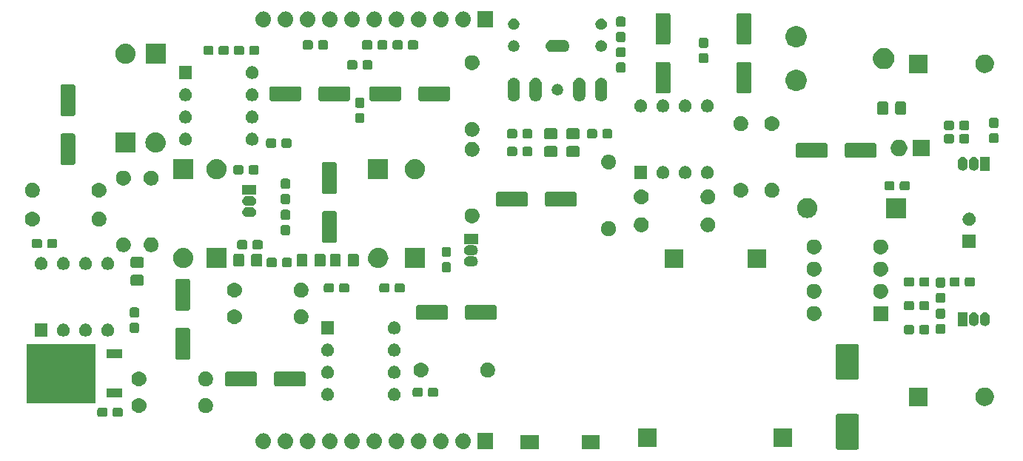
<source format=gts>
G04 #@! TF.GenerationSoftware,KiCad,Pcbnew,5.0.2-bee76a0~70~ubuntu16.04.1*
G04 #@! TF.CreationDate,2019-09-22T20:04:43+02:00*
G04 #@! TF.ProjectId,fiscal,66697363-616c-42e6-9b69-6361645f7063,v01*
G04 #@! TF.SameCoordinates,Original*
G04 #@! TF.FileFunction,Soldermask,Top*
G04 #@! TF.FilePolarity,Negative*
%FSLAX46Y46*%
G04 Gerber Fmt 4.6, Leading zero omitted, Abs format (unit mm)*
G04 Created by KiCad (PCBNEW 5.0.2-bee76a0~70~ubuntu16.04.1) date dom 22 sep 2019 20:04:43 CEST*
%MOMM*%
%LPD*%
G01*
G04 APERTURE LIST*
%ADD10C,0.100000*%
G04 APERTURE END LIST*
D10*
G36*
X211436058Y-109903659D02*
X211477189Y-109916136D01*
X211515104Y-109936401D01*
X211548330Y-109963670D01*
X211575599Y-109996896D01*
X211595864Y-110034811D01*
X211608341Y-110075942D01*
X211612800Y-110121211D01*
X211612800Y-113778789D01*
X211608341Y-113824058D01*
X211595864Y-113865189D01*
X211575599Y-113903104D01*
X211548330Y-113936330D01*
X211515104Y-113963599D01*
X211477189Y-113983864D01*
X211436058Y-113996341D01*
X211390789Y-114000800D01*
X209233211Y-114000800D01*
X209187942Y-113996341D01*
X209146811Y-113983864D01*
X209108896Y-113963599D01*
X209075670Y-113936330D01*
X209048401Y-113903104D01*
X209028136Y-113865189D01*
X209015659Y-113824058D01*
X209011200Y-113778789D01*
X209011200Y-110121211D01*
X209015659Y-110075942D01*
X209028136Y-110034811D01*
X209048401Y-109996896D01*
X209075670Y-109963670D01*
X209108896Y-109936401D01*
X209146811Y-109916136D01*
X209187942Y-109903659D01*
X209233211Y-109899200D01*
X211390789Y-109899200D01*
X211436058Y-109903659D01*
X211436058Y-109903659D01*
G37*
G36*
X182020800Y-113970800D02*
X179919200Y-113970800D01*
X179919200Y-112369200D01*
X182020800Y-112369200D01*
X182020800Y-113970800D01*
X182020800Y-113970800D01*
G37*
G36*
X175020800Y-113970800D02*
X172919200Y-113970800D01*
X172919200Y-112369200D01*
X175020800Y-112369200D01*
X175020800Y-113970800D01*
X175020800Y-113970800D01*
G37*
G36*
X161466582Y-112142233D02*
X161466584Y-112142234D01*
X161466588Y-112142234D01*
X161636389Y-112193743D01*
X161738370Y-112248253D01*
X161792880Y-112277389D01*
X161930043Y-112389957D01*
X162042611Y-112527120D01*
X162071747Y-112581630D01*
X162126257Y-112683611D01*
X162177766Y-112853412D01*
X162177766Y-112853416D01*
X162177767Y-112853418D01*
X162195159Y-113030000D01*
X162177767Y-113206582D01*
X162177766Y-113206588D01*
X162126257Y-113376389D01*
X162071747Y-113478370D01*
X162042611Y-113532880D01*
X161930043Y-113670043D01*
X161792880Y-113782611D01*
X161738370Y-113811747D01*
X161636389Y-113866257D01*
X161466588Y-113917766D01*
X161466584Y-113917766D01*
X161466582Y-113917767D01*
X161334255Y-113930800D01*
X161245745Y-113930800D01*
X161113418Y-113917767D01*
X161113416Y-113917766D01*
X161113412Y-113917766D01*
X160943611Y-113866257D01*
X160841630Y-113811747D01*
X160787120Y-113782611D01*
X160649957Y-113670043D01*
X160537389Y-113532880D01*
X160508253Y-113478370D01*
X160453743Y-113376389D01*
X160402234Y-113206588D01*
X160402233Y-113206582D01*
X160384841Y-113030000D01*
X160402233Y-112853418D01*
X160402234Y-112853416D01*
X160402234Y-112853412D01*
X160453743Y-112683611D01*
X160508253Y-112581630D01*
X160537389Y-112527120D01*
X160649957Y-112389957D01*
X160787120Y-112277389D01*
X160841630Y-112248253D01*
X160943611Y-112193743D01*
X161113412Y-112142234D01*
X161113416Y-112142234D01*
X161113418Y-112142233D01*
X161245745Y-112129200D01*
X161334255Y-112129200D01*
X161466582Y-112142233D01*
X161466582Y-112142233D01*
G37*
G36*
X166546582Y-112142233D02*
X166546584Y-112142234D01*
X166546588Y-112142234D01*
X166716389Y-112193743D01*
X166818370Y-112248253D01*
X166872880Y-112277389D01*
X167010043Y-112389957D01*
X167122611Y-112527120D01*
X167151747Y-112581630D01*
X167206257Y-112683611D01*
X167257766Y-112853412D01*
X167257766Y-112853416D01*
X167257767Y-112853418D01*
X167275159Y-113030000D01*
X167257767Y-113206582D01*
X167257766Y-113206588D01*
X167206257Y-113376389D01*
X167151747Y-113478370D01*
X167122611Y-113532880D01*
X167010043Y-113670043D01*
X166872880Y-113782611D01*
X166818370Y-113811747D01*
X166716389Y-113866257D01*
X166546588Y-113917766D01*
X166546584Y-113917766D01*
X166546582Y-113917767D01*
X166414255Y-113930800D01*
X166325745Y-113930800D01*
X166193418Y-113917767D01*
X166193416Y-113917766D01*
X166193412Y-113917766D01*
X166023611Y-113866257D01*
X165921630Y-113811747D01*
X165867120Y-113782611D01*
X165729957Y-113670043D01*
X165617389Y-113532880D01*
X165588253Y-113478370D01*
X165533743Y-113376389D01*
X165482234Y-113206588D01*
X165482233Y-113206582D01*
X165464841Y-113030000D01*
X165482233Y-112853418D01*
X165482234Y-112853416D01*
X165482234Y-112853412D01*
X165533743Y-112683611D01*
X165588253Y-112581630D01*
X165617389Y-112527120D01*
X165729957Y-112389957D01*
X165867120Y-112277389D01*
X165921630Y-112248253D01*
X166023611Y-112193743D01*
X166193412Y-112142234D01*
X166193416Y-112142234D01*
X166193418Y-112142233D01*
X166325745Y-112129200D01*
X166414255Y-112129200D01*
X166546582Y-112142233D01*
X166546582Y-112142233D01*
G37*
G36*
X164006582Y-112142233D02*
X164006584Y-112142234D01*
X164006588Y-112142234D01*
X164176389Y-112193743D01*
X164278370Y-112248253D01*
X164332880Y-112277389D01*
X164470043Y-112389957D01*
X164582611Y-112527120D01*
X164611747Y-112581630D01*
X164666257Y-112683611D01*
X164717766Y-112853412D01*
X164717766Y-112853416D01*
X164717767Y-112853418D01*
X164735159Y-113030000D01*
X164717767Y-113206582D01*
X164717766Y-113206588D01*
X164666257Y-113376389D01*
X164611747Y-113478370D01*
X164582611Y-113532880D01*
X164470043Y-113670043D01*
X164332880Y-113782611D01*
X164278370Y-113811747D01*
X164176389Y-113866257D01*
X164006588Y-113917766D01*
X164006584Y-113917766D01*
X164006582Y-113917767D01*
X163874255Y-113930800D01*
X163785745Y-113930800D01*
X163653418Y-113917767D01*
X163653416Y-113917766D01*
X163653412Y-113917766D01*
X163483611Y-113866257D01*
X163381630Y-113811747D01*
X163327120Y-113782611D01*
X163189957Y-113670043D01*
X163077389Y-113532880D01*
X163048253Y-113478370D01*
X162993743Y-113376389D01*
X162942234Y-113206588D01*
X162942233Y-113206582D01*
X162924841Y-113030000D01*
X162942233Y-112853418D01*
X162942234Y-112853416D01*
X162942234Y-112853412D01*
X162993743Y-112683611D01*
X163048253Y-112581630D01*
X163077389Y-112527120D01*
X163189957Y-112389957D01*
X163327120Y-112277389D01*
X163381630Y-112248253D01*
X163483611Y-112193743D01*
X163653412Y-112142234D01*
X163653416Y-112142234D01*
X163653418Y-112142233D01*
X163785745Y-112129200D01*
X163874255Y-112129200D01*
X164006582Y-112142233D01*
X164006582Y-112142233D01*
G37*
G36*
X158926582Y-112142233D02*
X158926584Y-112142234D01*
X158926588Y-112142234D01*
X159096389Y-112193743D01*
X159198370Y-112248253D01*
X159252880Y-112277389D01*
X159390043Y-112389957D01*
X159502611Y-112527120D01*
X159531747Y-112581630D01*
X159586257Y-112683611D01*
X159637766Y-112853412D01*
X159637766Y-112853416D01*
X159637767Y-112853418D01*
X159655159Y-113030000D01*
X159637767Y-113206582D01*
X159637766Y-113206588D01*
X159586257Y-113376389D01*
X159531747Y-113478370D01*
X159502611Y-113532880D01*
X159390043Y-113670043D01*
X159252880Y-113782611D01*
X159198370Y-113811747D01*
X159096389Y-113866257D01*
X158926588Y-113917766D01*
X158926584Y-113917766D01*
X158926582Y-113917767D01*
X158794255Y-113930800D01*
X158705745Y-113930800D01*
X158573418Y-113917767D01*
X158573416Y-113917766D01*
X158573412Y-113917766D01*
X158403611Y-113866257D01*
X158301630Y-113811747D01*
X158247120Y-113782611D01*
X158109957Y-113670043D01*
X157997389Y-113532880D01*
X157968253Y-113478370D01*
X157913743Y-113376389D01*
X157862234Y-113206588D01*
X157862233Y-113206582D01*
X157844841Y-113030000D01*
X157862233Y-112853418D01*
X157862234Y-112853416D01*
X157862234Y-112853412D01*
X157913743Y-112683611D01*
X157968253Y-112581630D01*
X157997389Y-112527120D01*
X158109957Y-112389957D01*
X158247120Y-112277389D01*
X158301630Y-112248253D01*
X158403611Y-112193743D01*
X158573412Y-112142234D01*
X158573416Y-112142234D01*
X158573418Y-112142233D01*
X158705745Y-112129200D01*
X158794255Y-112129200D01*
X158926582Y-112142233D01*
X158926582Y-112142233D01*
G37*
G36*
X156386582Y-112142233D02*
X156386584Y-112142234D01*
X156386588Y-112142234D01*
X156556389Y-112193743D01*
X156658370Y-112248253D01*
X156712880Y-112277389D01*
X156850043Y-112389957D01*
X156962611Y-112527120D01*
X156991747Y-112581630D01*
X157046257Y-112683611D01*
X157097766Y-112853412D01*
X157097766Y-112853416D01*
X157097767Y-112853418D01*
X157115159Y-113030000D01*
X157097767Y-113206582D01*
X157097766Y-113206588D01*
X157046257Y-113376389D01*
X156991747Y-113478370D01*
X156962611Y-113532880D01*
X156850043Y-113670043D01*
X156712880Y-113782611D01*
X156658370Y-113811747D01*
X156556389Y-113866257D01*
X156386588Y-113917766D01*
X156386584Y-113917766D01*
X156386582Y-113917767D01*
X156254255Y-113930800D01*
X156165745Y-113930800D01*
X156033418Y-113917767D01*
X156033416Y-113917766D01*
X156033412Y-113917766D01*
X155863611Y-113866257D01*
X155761630Y-113811747D01*
X155707120Y-113782611D01*
X155569957Y-113670043D01*
X155457389Y-113532880D01*
X155428253Y-113478370D01*
X155373743Y-113376389D01*
X155322234Y-113206588D01*
X155322233Y-113206582D01*
X155304841Y-113030000D01*
X155322233Y-112853418D01*
X155322234Y-112853416D01*
X155322234Y-112853412D01*
X155373743Y-112683611D01*
X155428253Y-112581630D01*
X155457389Y-112527120D01*
X155569957Y-112389957D01*
X155707120Y-112277389D01*
X155761630Y-112248253D01*
X155863611Y-112193743D01*
X156033412Y-112142234D01*
X156033416Y-112142234D01*
X156033418Y-112142233D01*
X156165745Y-112129200D01*
X156254255Y-112129200D01*
X156386582Y-112142233D01*
X156386582Y-112142233D01*
G37*
G36*
X153846582Y-112142233D02*
X153846584Y-112142234D01*
X153846588Y-112142234D01*
X154016389Y-112193743D01*
X154118370Y-112248253D01*
X154172880Y-112277389D01*
X154310043Y-112389957D01*
X154422611Y-112527120D01*
X154451747Y-112581630D01*
X154506257Y-112683611D01*
X154557766Y-112853412D01*
X154557766Y-112853416D01*
X154557767Y-112853418D01*
X154575159Y-113030000D01*
X154557767Y-113206582D01*
X154557766Y-113206588D01*
X154506257Y-113376389D01*
X154451747Y-113478370D01*
X154422611Y-113532880D01*
X154310043Y-113670043D01*
X154172880Y-113782611D01*
X154118370Y-113811747D01*
X154016389Y-113866257D01*
X153846588Y-113917766D01*
X153846584Y-113917766D01*
X153846582Y-113917767D01*
X153714255Y-113930800D01*
X153625745Y-113930800D01*
X153493418Y-113917767D01*
X153493416Y-113917766D01*
X153493412Y-113917766D01*
X153323611Y-113866257D01*
X153221630Y-113811747D01*
X153167120Y-113782611D01*
X153029957Y-113670043D01*
X152917389Y-113532880D01*
X152888253Y-113478370D01*
X152833743Y-113376389D01*
X152782234Y-113206588D01*
X152782233Y-113206582D01*
X152764841Y-113030000D01*
X152782233Y-112853418D01*
X152782234Y-112853416D01*
X152782234Y-112853412D01*
X152833743Y-112683611D01*
X152888253Y-112581630D01*
X152917389Y-112527120D01*
X153029957Y-112389957D01*
X153167120Y-112277389D01*
X153221630Y-112248253D01*
X153323611Y-112193743D01*
X153493412Y-112142234D01*
X153493416Y-112142234D01*
X153493418Y-112142233D01*
X153625745Y-112129200D01*
X153714255Y-112129200D01*
X153846582Y-112142233D01*
X153846582Y-112142233D01*
G37*
G36*
X148766582Y-112142233D02*
X148766584Y-112142234D01*
X148766588Y-112142234D01*
X148936389Y-112193743D01*
X149038370Y-112248253D01*
X149092880Y-112277389D01*
X149230043Y-112389957D01*
X149342611Y-112527120D01*
X149371747Y-112581630D01*
X149426257Y-112683611D01*
X149477766Y-112853412D01*
X149477766Y-112853416D01*
X149477767Y-112853418D01*
X149495159Y-113030000D01*
X149477767Y-113206582D01*
X149477766Y-113206588D01*
X149426257Y-113376389D01*
X149371747Y-113478370D01*
X149342611Y-113532880D01*
X149230043Y-113670043D01*
X149092880Y-113782611D01*
X149038370Y-113811747D01*
X148936389Y-113866257D01*
X148766588Y-113917766D01*
X148766584Y-113917766D01*
X148766582Y-113917767D01*
X148634255Y-113930800D01*
X148545745Y-113930800D01*
X148413418Y-113917767D01*
X148413416Y-113917766D01*
X148413412Y-113917766D01*
X148243611Y-113866257D01*
X148141630Y-113811747D01*
X148087120Y-113782611D01*
X147949957Y-113670043D01*
X147837389Y-113532880D01*
X147808253Y-113478370D01*
X147753743Y-113376389D01*
X147702234Y-113206588D01*
X147702233Y-113206582D01*
X147684841Y-113030000D01*
X147702233Y-112853418D01*
X147702234Y-112853416D01*
X147702234Y-112853412D01*
X147753743Y-112683611D01*
X147808253Y-112581630D01*
X147837389Y-112527120D01*
X147949957Y-112389957D01*
X148087120Y-112277389D01*
X148141630Y-112248253D01*
X148243611Y-112193743D01*
X148413412Y-112142234D01*
X148413416Y-112142234D01*
X148413418Y-112142233D01*
X148545745Y-112129200D01*
X148634255Y-112129200D01*
X148766582Y-112142233D01*
X148766582Y-112142233D01*
G37*
G36*
X151306582Y-112142233D02*
X151306584Y-112142234D01*
X151306588Y-112142234D01*
X151476389Y-112193743D01*
X151578370Y-112248253D01*
X151632880Y-112277389D01*
X151770043Y-112389957D01*
X151882611Y-112527120D01*
X151911747Y-112581630D01*
X151966257Y-112683611D01*
X152017766Y-112853412D01*
X152017766Y-112853416D01*
X152017767Y-112853418D01*
X152035159Y-113030000D01*
X152017767Y-113206582D01*
X152017766Y-113206588D01*
X151966257Y-113376389D01*
X151911747Y-113478370D01*
X151882611Y-113532880D01*
X151770043Y-113670043D01*
X151632880Y-113782611D01*
X151578370Y-113811747D01*
X151476389Y-113866257D01*
X151306588Y-113917766D01*
X151306584Y-113917766D01*
X151306582Y-113917767D01*
X151174255Y-113930800D01*
X151085745Y-113930800D01*
X150953418Y-113917767D01*
X150953416Y-113917766D01*
X150953412Y-113917766D01*
X150783611Y-113866257D01*
X150681630Y-113811747D01*
X150627120Y-113782611D01*
X150489957Y-113670043D01*
X150377389Y-113532880D01*
X150348253Y-113478370D01*
X150293743Y-113376389D01*
X150242234Y-113206588D01*
X150242233Y-113206582D01*
X150224841Y-113030000D01*
X150242233Y-112853418D01*
X150242234Y-112853416D01*
X150242234Y-112853412D01*
X150293743Y-112683611D01*
X150348253Y-112581630D01*
X150377389Y-112527120D01*
X150489957Y-112389957D01*
X150627120Y-112277389D01*
X150681630Y-112248253D01*
X150783611Y-112193743D01*
X150953412Y-112142234D01*
X150953416Y-112142234D01*
X150953418Y-112142233D01*
X151085745Y-112129200D01*
X151174255Y-112129200D01*
X151306582Y-112142233D01*
X151306582Y-112142233D01*
G37*
G36*
X169810800Y-113930800D02*
X168009200Y-113930800D01*
X168009200Y-112129200D01*
X169810800Y-112129200D01*
X169810800Y-113930800D01*
X169810800Y-113930800D01*
G37*
G36*
X146226582Y-112142233D02*
X146226584Y-112142234D01*
X146226588Y-112142234D01*
X146396389Y-112193743D01*
X146498370Y-112248253D01*
X146552880Y-112277389D01*
X146690043Y-112389957D01*
X146802611Y-112527120D01*
X146831747Y-112581630D01*
X146886257Y-112683611D01*
X146937766Y-112853412D01*
X146937766Y-112853416D01*
X146937767Y-112853418D01*
X146955159Y-113030000D01*
X146937767Y-113206582D01*
X146937766Y-113206588D01*
X146886257Y-113376389D01*
X146831747Y-113478370D01*
X146802611Y-113532880D01*
X146690043Y-113670043D01*
X146552880Y-113782611D01*
X146498370Y-113811747D01*
X146396389Y-113866257D01*
X146226588Y-113917766D01*
X146226584Y-113917766D01*
X146226582Y-113917767D01*
X146094255Y-113930800D01*
X146005745Y-113930800D01*
X145873418Y-113917767D01*
X145873416Y-113917766D01*
X145873412Y-113917766D01*
X145703611Y-113866257D01*
X145601630Y-113811747D01*
X145547120Y-113782611D01*
X145409957Y-113670043D01*
X145297389Y-113532880D01*
X145268253Y-113478370D01*
X145213743Y-113376389D01*
X145162234Y-113206588D01*
X145162233Y-113206582D01*
X145144841Y-113030000D01*
X145162233Y-112853418D01*
X145162234Y-112853416D01*
X145162234Y-112853412D01*
X145213743Y-112683611D01*
X145268253Y-112581630D01*
X145297389Y-112527120D01*
X145409957Y-112389957D01*
X145547120Y-112277389D01*
X145601630Y-112248253D01*
X145703611Y-112193743D01*
X145873412Y-112142234D01*
X145873416Y-112142234D01*
X145873418Y-112142233D01*
X146005745Y-112129200D01*
X146094255Y-112129200D01*
X146226582Y-112142233D01*
X146226582Y-112142233D01*
G37*
G36*
X143686582Y-112142233D02*
X143686584Y-112142234D01*
X143686588Y-112142234D01*
X143856389Y-112193743D01*
X143958370Y-112248253D01*
X144012880Y-112277389D01*
X144150043Y-112389957D01*
X144262611Y-112527120D01*
X144291747Y-112581630D01*
X144346257Y-112683611D01*
X144397766Y-112853412D01*
X144397766Y-112853416D01*
X144397767Y-112853418D01*
X144415159Y-113030000D01*
X144397767Y-113206582D01*
X144397766Y-113206588D01*
X144346257Y-113376389D01*
X144291747Y-113478370D01*
X144262611Y-113532880D01*
X144150043Y-113670043D01*
X144012880Y-113782611D01*
X143958370Y-113811747D01*
X143856389Y-113866257D01*
X143686588Y-113917766D01*
X143686584Y-113917766D01*
X143686582Y-113917767D01*
X143554255Y-113930800D01*
X143465745Y-113930800D01*
X143333418Y-113917767D01*
X143333416Y-113917766D01*
X143333412Y-113917766D01*
X143163611Y-113866257D01*
X143061630Y-113811747D01*
X143007120Y-113782611D01*
X142869957Y-113670043D01*
X142757389Y-113532880D01*
X142728253Y-113478370D01*
X142673743Y-113376389D01*
X142622234Y-113206588D01*
X142622233Y-113206582D01*
X142604841Y-113030000D01*
X142622233Y-112853418D01*
X142622234Y-112853416D01*
X142622234Y-112853412D01*
X142673743Y-112683611D01*
X142728253Y-112581630D01*
X142757389Y-112527120D01*
X142869957Y-112389957D01*
X143007120Y-112277389D01*
X143061630Y-112248253D01*
X143163611Y-112193743D01*
X143333412Y-112142234D01*
X143333416Y-112142234D01*
X143333418Y-112142233D01*
X143465745Y-112129200D01*
X143554255Y-112129200D01*
X143686582Y-112142233D01*
X143686582Y-112142233D01*
G37*
G36*
X204020800Y-113720800D02*
X201919200Y-113720800D01*
X201919200Y-111619200D01*
X204020800Y-111619200D01*
X204020800Y-113720800D01*
X204020800Y-113720800D01*
G37*
G36*
X188520800Y-113720800D02*
X186419200Y-113720800D01*
X186419200Y-111619200D01*
X188520800Y-111619200D01*
X188520800Y-113720800D01*
X188520800Y-113720800D01*
G37*
G36*
X125493582Y-109207004D02*
X125538095Y-109220507D01*
X125579113Y-109242432D01*
X125615064Y-109271936D01*
X125644568Y-109307887D01*
X125666493Y-109348905D01*
X125679996Y-109393418D01*
X125684800Y-109442193D01*
X125684800Y-110013807D01*
X125679996Y-110062582D01*
X125666493Y-110107095D01*
X125644568Y-110148113D01*
X125615064Y-110184064D01*
X125579113Y-110213568D01*
X125538095Y-110235493D01*
X125493582Y-110248996D01*
X125444807Y-110253800D01*
X124773193Y-110253800D01*
X124724418Y-110248996D01*
X124679905Y-110235493D01*
X124638887Y-110213568D01*
X124602936Y-110184064D01*
X124573432Y-110148113D01*
X124551507Y-110107095D01*
X124538004Y-110062582D01*
X124533200Y-110013807D01*
X124533200Y-109442193D01*
X124538004Y-109393418D01*
X124551507Y-109348905D01*
X124573432Y-109307887D01*
X124602936Y-109271936D01*
X124638887Y-109242432D01*
X124679905Y-109220507D01*
X124724418Y-109207004D01*
X124773193Y-109202200D01*
X125444807Y-109202200D01*
X125493582Y-109207004D01*
X125493582Y-109207004D01*
G37*
G36*
X127243582Y-109207004D02*
X127288095Y-109220507D01*
X127329113Y-109242432D01*
X127365064Y-109271936D01*
X127394568Y-109307887D01*
X127416493Y-109348905D01*
X127429996Y-109393418D01*
X127434800Y-109442193D01*
X127434800Y-110013807D01*
X127429996Y-110062582D01*
X127416493Y-110107095D01*
X127394568Y-110148113D01*
X127365064Y-110184064D01*
X127329113Y-110213568D01*
X127288095Y-110235493D01*
X127243582Y-110248996D01*
X127194807Y-110253800D01*
X126523193Y-110253800D01*
X126474418Y-110248996D01*
X126429905Y-110235493D01*
X126388887Y-110213568D01*
X126352936Y-110184064D01*
X126323432Y-110148113D01*
X126301507Y-110107095D01*
X126288004Y-110062582D01*
X126283200Y-110013807D01*
X126283200Y-109442193D01*
X126288004Y-109393418D01*
X126301507Y-109348905D01*
X126323432Y-109307887D01*
X126352936Y-109271936D01*
X126388887Y-109242432D01*
X126429905Y-109220507D01*
X126474418Y-109207004D01*
X126523193Y-109202200D01*
X127194807Y-109202200D01*
X127243582Y-109207004D01*
X127243582Y-109207004D01*
G37*
G36*
X137154169Y-108147895D02*
X137309005Y-108212031D01*
X137448354Y-108305140D01*
X137566860Y-108423646D01*
X137659969Y-108562995D01*
X137724105Y-108717831D01*
X137756800Y-108882203D01*
X137756800Y-109049797D01*
X137724105Y-109214169D01*
X137659969Y-109369005D01*
X137566860Y-109508354D01*
X137448354Y-109626860D01*
X137309005Y-109719969D01*
X137154169Y-109784105D01*
X136989797Y-109816800D01*
X136822203Y-109816800D01*
X136657831Y-109784105D01*
X136502995Y-109719969D01*
X136363646Y-109626860D01*
X136245140Y-109508354D01*
X136152031Y-109369005D01*
X136087895Y-109214169D01*
X136055200Y-109049797D01*
X136055200Y-108882203D01*
X136087895Y-108717831D01*
X136152031Y-108562995D01*
X136245140Y-108423646D01*
X136363646Y-108305140D01*
X136502995Y-108212031D01*
X136657831Y-108147895D01*
X136822203Y-108115200D01*
X136989797Y-108115200D01*
X137154169Y-108147895D01*
X137154169Y-108147895D01*
G37*
G36*
X129452782Y-108127510D02*
X129452785Y-108127511D01*
X129452786Y-108127511D01*
X129480988Y-108136066D01*
X129613162Y-108176160D01*
X129760968Y-108255164D01*
X129890517Y-108361483D01*
X129996836Y-108491032D01*
X130075840Y-108638838D01*
X130124490Y-108799218D01*
X130140917Y-108966000D01*
X130124490Y-109132782D01*
X130075840Y-109293162D01*
X129996836Y-109440968D01*
X129890517Y-109570517D01*
X129760968Y-109676836D01*
X129613162Y-109755840D01*
X129480988Y-109795934D01*
X129452786Y-109804489D01*
X129452785Y-109804489D01*
X129452782Y-109804490D01*
X129327796Y-109816800D01*
X129244204Y-109816800D01*
X129119218Y-109804490D01*
X129119215Y-109804489D01*
X129119214Y-109804489D01*
X129091012Y-109795934D01*
X128958838Y-109755840D01*
X128811032Y-109676836D01*
X128681483Y-109570517D01*
X128575164Y-109440968D01*
X128496160Y-109293162D01*
X128447510Y-109132782D01*
X128431083Y-108966000D01*
X128447510Y-108799218D01*
X128496160Y-108638838D01*
X128575164Y-108491032D01*
X128681483Y-108361483D01*
X128811032Y-108255164D01*
X128958838Y-108176160D01*
X129091012Y-108136066D01*
X129119214Y-108127511D01*
X129119215Y-108127511D01*
X129119218Y-108127510D01*
X129244204Y-108115200D01*
X129327796Y-108115200D01*
X129452782Y-108127510D01*
X129452782Y-108127510D01*
G37*
G36*
X226211166Y-106912661D02*
X226346509Y-106939582D01*
X226537738Y-107018792D01*
X226537740Y-107018793D01*
X226709846Y-107133791D01*
X226856209Y-107280154D01*
X226900934Y-107347089D01*
X226971208Y-107452262D01*
X227050418Y-107643491D01*
X227050418Y-107643493D01*
X227085746Y-107821095D01*
X227090800Y-107846506D01*
X227090800Y-108053494D01*
X227050418Y-108256509D01*
X226981187Y-108423646D01*
X226971207Y-108447740D01*
X226856209Y-108619846D01*
X226709846Y-108766209D01*
X226537740Y-108881207D01*
X226537739Y-108881208D01*
X226537738Y-108881208D01*
X226346509Y-108960418D01*
X226211166Y-108987339D01*
X226143495Y-109000800D01*
X225936505Y-109000800D01*
X225868834Y-108987339D01*
X225733491Y-108960418D01*
X225542262Y-108881208D01*
X225542261Y-108881208D01*
X225542260Y-108881207D01*
X225370154Y-108766209D01*
X225223791Y-108619846D01*
X225108793Y-108447740D01*
X225098813Y-108423646D01*
X225029582Y-108256509D01*
X224989200Y-108053494D01*
X224989200Y-107846506D01*
X224994255Y-107821095D01*
X225029582Y-107643493D01*
X225029582Y-107643491D01*
X225108792Y-107452262D01*
X225179067Y-107347089D01*
X225223791Y-107280154D01*
X225370154Y-107133791D01*
X225542260Y-107018793D01*
X225542262Y-107018792D01*
X225733491Y-106939582D01*
X225868834Y-106912661D01*
X225936505Y-106899200D01*
X226143495Y-106899200D01*
X226211166Y-106912661D01*
X226211166Y-106912661D01*
G37*
G36*
X219490800Y-109000800D02*
X217389200Y-109000800D01*
X217389200Y-106899200D01*
X219490800Y-106899200D01*
X219490800Y-109000800D01*
X219490800Y-109000800D01*
G37*
G36*
X124307600Y-108661200D02*
X116484400Y-108661200D01*
X116484400Y-101904800D01*
X124307600Y-101904800D01*
X124307600Y-108661200D01*
X124307600Y-108661200D01*
G37*
G36*
X158710859Y-106987707D02*
X158844909Y-107043232D01*
X158965556Y-107123846D01*
X159068154Y-107226444D01*
X159148768Y-107347091D01*
X159204293Y-107481141D01*
X159232600Y-107623451D01*
X159232600Y-107768549D01*
X159204293Y-107910859D01*
X159148768Y-108044909D01*
X159068154Y-108165556D01*
X158965556Y-108268154D01*
X158844909Y-108348768D01*
X158710859Y-108404293D01*
X158568549Y-108432600D01*
X158423451Y-108432600D01*
X158281141Y-108404293D01*
X158147091Y-108348768D01*
X158026444Y-108268154D01*
X157923846Y-108165556D01*
X157843232Y-108044909D01*
X157787707Y-107910859D01*
X157759400Y-107768549D01*
X157759400Y-107623451D01*
X157787707Y-107481141D01*
X157843232Y-107347091D01*
X157923846Y-107226444D01*
X158026444Y-107123846D01*
X158147091Y-107043232D01*
X158281141Y-106987707D01*
X158423451Y-106959400D01*
X158568549Y-106959400D01*
X158710859Y-106987707D01*
X158710859Y-106987707D01*
G37*
G36*
X151090859Y-106987707D02*
X151224909Y-107043232D01*
X151345556Y-107123846D01*
X151448154Y-107226444D01*
X151528768Y-107347091D01*
X151584293Y-107481141D01*
X151612600Y-107623451D01*
X151612600Y-107768549D01*
X151584293Y-107910859D01*
X151528768Y-108044909D01*
X151448154Y-108165556D01*
X151345556Y-108268154D01*
X151224909Y-108348768D01*
X151090859Y-108404293D01*
X150948549Y-108432600D01*
X150803451Y-108432600D01*
X150661141Y-108404293D01*
X150527091Y-108348768D01*
X150406444Y-108268154D01*
X150303846Y-108165556D01*
X150223232Y-108044909D01*
X150167707Y-107910859D01*
X150139400Y-107768549D01*
X150139400Y-107623451D01*
X150167707Y-107481141D01*
X150223232Y-107347091D01*
X150303846Y-107226444D01*
X150406444Y-107123846D01*
X150527091Y-107043232D01*
X150661141Y-106987707D01*
X150803451Y-106959400D01*
X150948549Y-106959400D01*
X151090859Y-106987707D01*
X151090859Y-106987707D01*
G37*
G36*
X127400799Y-108058301D02*
X125608601Y-108058301D01*
X125608601Y-107007701D01*
X127400799Y-107007701D01*
X127400799Y-108058301D01*
X127400799Y-108058301D01*
G37*
G36*
X161561582Y-106921004D02*
X161606095Y-106934507D01*
X161647113Y-106956432D01*
X161683064Y-106985936D01*
X161712568Y-107021887D01*
X161734493Y-107062905D01*
X161747996Y-107107418D01*
X161752800Y-107156193D01*
X161752800Y-107727807D01*
X161747996Y-107776582D01*
X161734493Y-107821095D01*
X161712568Y-107862113D01*
X161683064Y-107898064D01*
X161647113Y-107927568D01*
X161606095Y-107949493D01*
X161561582Y-107962996D01*
X161512807Y-107967800D01*
X160841193Y-107967800D01*
X160792418Y-107962996D01*
X160747905Y-107949493D01*
X160706887Y-107927568D01*
X160670936Y-107898064D01*
X160641432Y-107862113D01*
X160619507Y-107821095D01*
X160606004Y-107776582D01*
X160601200Y-107727807D01*
X160601200Y-107156193D01*
X160606004Y-107107418D01*
X160619507Y-107062905D01*
X160641432Y-107021887D01*
X160670936Y-106985936D01*
X160706887Y-106956432D01*
X160747905Y-106934507D01*
X160792418Y-106921004D01*
X160841193Y-106916200D01*
X161512807Y-106916200D01*
X161561582Y-106921004D01*
X161561582Y-106921004D01*
G37*
G36*
X163311582Y-106921004D02*
X163356095Y-106934507D01*
X163397113Y-106956432D01*
X163433064Y-106985936D01*
X163462568Y-107021887D01*
X163484493Y-107062905D01*
X163497996Y-107107418D01*
X163502800Y-107156193D01*
X163502800Y-107727807D01*
X163497996Y-107776582D01*
X163484493Y-107821095D01*
X163462568Y-107862113D01*
X163433064Y-107898064D01*
X163397113Y-107927568D01*
X163356095Y-107949493D01*
X163311582Y-107962996D01*
X163262807Y-107967800D01*
X162591193Y-107967800D01*
X162542418Y-107962996D01*
X162497905Y-107949493D01*
X162456887Y-107927568D01*
X162420936Y-107898064D01*
X162391432Y-107862113D01*
X162369507Y-107821095D01*
X162356004Y-107776582D01*
X162351200Y-107727807D01*
X162351200Y-107156193D01*
X162356004Y-107107418D01*
X162369507Y-107062905D01*
X162391432Y-107021887D01*
X162420936Y-106985936D01*
X162456887Y-106956432D01*
X162497905Y-106934507D01*
X162542418Y-106921004D01*
X162591193Y-106916200D01*
X163262807Y-106916200D01*
X163311582Y-106921004D01*
X163311582Y-106921004D01*
G37*
G36*
X148178855Y-105071878D02*
X148222136Y-105085007D01*
X148262025Y-105106328D01*
X148296982Y-105135018D01*
X148325672Y-105169975D01*
X148346993Y-105209864D01*
X148360122Y-105253145D01*
X148364800Y-105300642D01*
X148364800Y-106535358D01*
X148360122Y-106582855D01*
X148346993Y-106626136D01*
X148325672Y-106666025D01*
X148296982Y-106700982D01*
X148262025Y-106729672D01*
X148222136Y-106750993D01*
X148178855Y-106764122D01*
X148131358Y-106768800D01*
X144996642Y-106768800D01*
X144949145Y-106764122D01*
X144905864Y-106750993D01*
X144865975Y-106729672D01*
X144831018Y-106700982D01*
X144802328Y-106666025D01*
X144781007Y-106626136D01*
X144767878Y-106582855D01*
X144763200Y-106535358D01*
X144763200Y-105300642D01*
X144767878Y-105253145D01*
X144781007Y-105209864D01*
X144802328Y-105169975D01*
X144831018Y-105135018D01*
X144865975Y-105106328D01*
X144905864Y-105085007D01*
X144949145Y-105071878D01*
X144996642Y-105067200D01*
X148131358Y-105067200D01*
X148178855Y-105071878D01*
X148178855Y-105071878D01*
G37*
G36*
X142578855Y-105071878D02*
X142622136Y-105085007D01*
X142662025Y-105106328D01*
X142696982Y-105135018D01*
X142725672Y-105169975D01*
X142746993Y-105209864D01*
X142760122Y-105253145D01*
X142764800Y-105300642D01*
X142764800Y-106535358D01*
X142760122Y-106582855D01*
X142746993Y-106626136D01*
X142725672Y-106666025D01*
X142696982Y-106700982D01*
X142662025Y-106729672D01*
X142622136Y-106750993D01*
X142578855Y-106764122D01*
X142531358Y-106768800D01*
X139396642Y-106768800D01*
X139349145Y-106764122D01*
X139305864Y-106750993D01*
X139265975Y-106729672D01*
X139231018Y-106700982D01*
X139202328Y-106666025D01*
X139181007Y-106626136D01*
X139167878Y-106582855D01*
X139163200Y-106535358D01*
X139163200Y-105300642D01*
X139167878Y-105253145D01*
X139181007Y-105209864D01*
X139202328Y-105169975D01*
X139231018Y-105135018D01*
X139265975Y-105106328D01*
X139305864Y-105085007D01*
X139349145Y-105071878D01*
X139396642Y-105067200D01*
X142531358Y-105067200D01*
X142578855Y-105071878D01*
X142578855Y-105071878D01*
G37*
G36*
X129452782Y-105079510D02*
X129452785Y-105079511D01*
X129452786Y-105079511D01*
X129478921Y-105087439D01*
X129613162Y-105128160D01*
X129760968Y-105207164D01*
X129890517Y-105313483D01*
X129996836Y-105443032D01*
X130075840Y-105590838D01*
X130106478Y-105691839D01*
X130121236Y-105740489D01*
X130124490Y-105751218D01*
X130140917Y-105918000D01*
X130124490Y-106084782D01*
X130075840Y-106245162D01*
X129996836Y-106392968D01*
X129890517Y-106522517D01*
X129760968Y-106628836D01*
X129613162Y-106707840D01*
X129480988Y-106747934D01*
X129452786Y-106756489D01*
X129452785Y-106756489D01*
X129452782Y-106756490D01*
X129327796Y-106768800D01*
X129244204Y-106768800D01*
X129119218Y-106756490D01*
X129119215Y-106756489D01*
X129119214Y-106756489D01*
X129091012Y-106747934D01*
X128958838Y-106707840D01*
X128811032Y-106628836D01*
X128681483Y-106522517D01*
X128575164Y-106392968D01*
X128496160Y-106245162D01*
X128447510Y-106084782D01*
X128431083Y-105918000D01*
X128447510Y-105751218D01*
X128450765Y-105740489D01*
X128465522Y-105691839D01*
X128496160Y-105590838D01*
X128575164Y-105443032D01*
X128681483Y-105313483D01*
X128811032Y-105207164D01*
X128958838Y-105128160D01*
X129093079Y-105087439D01*
X129119214Y-105079511D01*
X129119215Y-105079511D01*
X129119218Y-105079510D01*
X129244204Y-105067200D01*
X129327796Y-105067200D01*
X129452782Y-105079510D01*
X129452782Y-105079510D01*
G37*
G36*
X137154169Y-105099895D02*
X137154172Y-105099896D01*
X137154171Y-105099896D01*
X137275545Y-105150171D01*
X137309005Y-105164031D01*
X137448354Y-105257140D01*
X137566860Y-105375646D01*
X137659969Y-105514995D01*
X137724105Y-105669831D01*
X137756800Y-105834203D01*
X137756800Y-106001797D01*
X137724105Y-106166169D01*
X137659969Y-106321005D01*
X137566860Y-106460354D01*
X137448354Y-106578860D01*
X137309005Y-106671969D01*
X137154169Y-106736105D01*
X136989797Y-106768800D01*
X136822203Y-106768800D01*
X136657831Y-106736105D01*
X136502995Y-106671969D01*
X136363646Y-106578860D01*
X136245140Y-106460354D01*
X136152031Y-106321005D01*
X136087895Y-106166169D01*
X136055200Y-106001797D01*
X136055200Y-105834203D01*
X136087895Y-105669831D01*
X136152031Y-105514995D01*
X136245140Y-105375646D01*
X136363646Y-105257140D01*
X136502995Y-105164031D01*
X136536456Y-105150171D01*
X136657829Y-105099896D01*
X136657828Y-105099896D01*
X136657831Y-105099895D01*
X136822203Y-105067200D01*
X136989797Y-105067200D01*
X137154169Y-105099895D01*
X137154169Y-105099895D01*
G37*
G36*
X211436058Y-101903659D02*
X211477189Y-101916136D01*
X211515104Y-101936401D01*
X211548330Y-101963670D01*
X211575599Y-101996896D01*
X211595864Y-102034811D01*
X211608341Y-102075942D01*
X211612800Y-102121211D01*
X211612800Y-105778789D01*
X211608341Y-105824058D01*
X211595864Y-105865189D01*
X211575599Y-105903104D01*
X211548330Y-105936330D01*
X211515104Y-105963599D01*
X211477189Y-105983864D01*
X211436058Y-105996341D01*
X211390789Y-106000800D01*
X209233211Y-106000800D01*
X209187942Y-105996341D01*
X209146811Y-105983864D01*
X209108896Y-105963599D01*
X209075670Y-105936330D01*
X209048401Y-105903104D01*
X209028136Y-105865189D01*
X209015659Y-105824058D01*
X209011200Y-105778789D01*
X209011200Y-102121211D01*
X209015659Y-102075942D01*
X209028136Y-102034811D01*
X209048401Y-101996896D01*
X209075670Y-101963670D01*
X209108896Y-101936401D01*
X209146811Y-101916136D01*
X209187942Y-101903659D01*
X209233211Y-101899200D01*
X211390789Y-101899200D01*
X211436058Y-101903659D01*
X211436058Y-101903659D01*
G37*
G36*
X158710859Y-104447707D02*
X158844909Y-104503232D01*
X158965556Y-104583846D01*
X159068154Y-104686444D01*
X159148768Y-104807091D01*
X159204293Y-104941141D01*
X159232600Y-105083451D01*
X159232600Y-105228549D01*
X159204293Y-105370859D01*
X159148768Y-105504909D01*
X159110046Y-105562860D01*
X159068155Y-105625555D01*
X158965555Y-105728155D01*
X158931044Y-105751214D01*
X158844909Y-105808768D01*
X158710859Y-105864293D01*
X158568549Y-105892600D01*
X158423451Y-105892600D01*
X158281141Y-105864293D01*
X158147091Y-105808768D01*
X158060956Y-105751214D01*
X158026445Y-105728155D01*
X157923845Y-105625555D01*
X157881954Y-105562860D01*
X157843232Y-105504909D01*
X157787707Y-105370859D01*
X157759400Y-105228549D01*
X157759400Y-105083451D01*
X157787707Y-104941141D01*
X157843232Y-104807091D01*
X157923846Y-104686444D01*
X158026444Y-104583846D01*
X158147091Y-104503232D01*
X158281141Y-104447707D01*
X158423451Y-104419400D01*
X158568549Y-104419400D01*
X158710859Y-104447707D01*
X158710859Y-104447707D01*
G37*
G36*
X151090859Y-104447707D02*
X151224909Y-104503232D01*
X151345556Y-104583846D01*
X151448154Y-104686444D01*
X151528768Y-104807091D01*
X151584293Y-104941141D01*
X151612600Y-105083451D01*
X151612600Y-105228549D01*
X151584293Y-105370859D01*
X151528768Y-105504909D01*
X151490046Y-105562860D01*
X151448155Y-105625555D01*
X151345555Y-105728155D01*
X151311044Y-105751214D01*
X151224909Y-105808768D01*
X151090859Y-105864293D01*
X150948549Y-105892600D01*
X150803451Y-105892600D01*
X150661141Y-105864293D01*
X150527091Y-105808768D01*
X150440956Y-105751214D01*
X150406445Y-105728155D01*
X150303845Y-105625555D01*
X150261954Y-105562860D01*
X150223232Y-105504909D01*
X150167707Y-105370859D01*
X150139400Y-105228549D01*
X150139400Y-105083451D01*
X150167707Y-104941141D01*
X150223232Y-104807091D01*
X150303846Y-104686444D01*
X150406444Y-104583846D01*
X150527091Y-104503232D01*
X150661141Y-104447707D01*
X150803451Y-104419400D01*
X150948549Y-104419400D01*
X151090859Y-104447707D01*
X151090859Y-104447707D01*
G37*
G36*
X161710782Y-104063510D02*
X161710785Y-104063511D01*
X161710786Y-104063511D01*
X161738988Y-104072066D01*
X161871162Y-104112160D01*
X162018968Y-104191164D01*
X162148517Y-104297483D01*
X162254836Y-104427032D01*
X162333840Y-104574838D01*
X162382490Y-104735218D01*
X162398917Y-104902000D01*
X162382490Y-105068782D01*
X162382489Y-105068785D01*
X162382489Y-105068786D01*
X162378040Y-105083451D01*
X162333840Y-105229162D01*
X162254836Y-105376968D01*
X162148517Y-105506517D01*
X162018968Y-105612836D01*
X161871162Y-105691840D01*
X161738988Y-105731934D01*
X161710786Y-105740489D01*
X161710785Y-105740489D01*
X161710782Y-105740490D01*
X161585796Y-105752800D01*
X161502204Y-105752800D01*
X161377218Y-105740490D01*
X161377215Y-105740489D01*
X161377214Y-105740489D01*
X161349012Y-105731934D01*
X161216838Y-105691840D01*
X161069032Y-105612836D01*
X160939483Y-105506517D01*
X160833164Y-105376968D01*
X160754160Y-105229162D01*
X160709960Y-105083451D01*
X160705511Y-105068786D01*
X160705511Y-105068785D01*
X160705510Y-105068782D01*
X160689083Y-104902000D01*
X160705510Y-104735218D01*
X160754160Y-104574838D01*
X160833164Y-104427032D01*
X160939483Y-104297483D01*
X161069032Y-104191164D01*
X161216838Y-104112160D01*
X161349012Y-104072066D01*
X161377214Y-104063511D01*
X161377215Y-104063511D01*
X161377218Y-104063510D01*
X161502204Y-104051200D01*
X161585796Y-104051200D01*
X161710782Y-104063510D01*
X161710782Y-104063510D01*
G37*
G36*
X169412169Y-104083895D02*
X169567005Y-104148031D01*
X169706354Y-104241140D01*
X169824860Y-104359646D01*
X169917969Y-104498995D01*
X169982105Y-104653831D01*
X170014800Y-104818203D01*
X170014800Y-104985797D01*
X169982105Y-105150169D01*
X169976363Y-105164031D01*
X169927828Y-105281205D01*
X169917969Y-105305005D01*
X169824860Y-105444354D01*
X169706354Y-105562860D01*
X169567005Y-105655969D01*
X169567004Y-105655970D01*
X169567003Y-105655970D01*
X169533540Y-105669831D01*
X169412169Y-105720105D01*
X169247797Y-105752800D01*
X169080203Y-105752800D01*
X168915831Y-105720105D01*
X168794460Y-105669831D01*
X168760997Y-105655970D01*
X168760996Y-105655970D01*
X168760995Y-105655969D01*
X168621646Y-105562860D01*
X168503140Y-105444354D01*
X168410031Y-105305005D01*
X168400173Y-105281205D01*
X168351637Y-105164031D01*
X168345895Y-105150169D01*
X168313200Y-104985797D01*
X168313200Y-104818203D01*
X168345895Y-104653831D01*
X168410031Y-104498995D01*
X168503140Y-104359646D01*
X168621646Y-104241140D01*
X168760995Y-104148031D01*
X168915831Y-104083895D01*
X169080203Y-104051200D01*
X169247797Y-104051200D01*
X169412169Y-104083895D01*
X169412169Y-104083895D01*
G37*
G36*
X134966315Y-100086918D02*
X135009596Y-100100047D01*
X135049485Y-100121368D01*
X135084442Y-100150058D01*
X135113132Y-100185015D01*
X135134453Y-100224904D01*
X135147582Y-100268185D01*
X135152260Y-100315682D01*
X135152260Y-103450398D01*
X135147582Y-103497895D01*
X135134453Y-103541176D01*
X135113132Y-103581065D01*
X135084442Y-103616022D01*
X135049485Y-103644712D01*
X135009596Y-103666033D01*
X134966315Y-103679162D01*
X134918818Y-103683840D01*
X133684102Y-103683840D01*
X133636605Y-103679162D01*
X133593324Y-103666033D01*
X133553435Y-103644712D01*
X133518478Y-103616022D01*
X133489788Y-103581065D01*
X133468467Y-103541176D01*
X133455338Y-103497895D01*
X133450660Y-103450398D01*
X133450660Y-100315682D01*
X133455338Y-100268185D01*
X133468467Y-100224904D01*
X133489788Y-100185015D01*
X133518478Y-100150058D01*
X133553435Y-100121368D01*
X133593324Y-100100047D01*
X133636605Y-100086918D01*
X133684102Y-100082240D01*
X134918818Y-100082240D01*
X134966315Y-100086918D01*
X134966315Y-100086918D01*
G37*
G36*
X127400799Y-103558299D02*
X125608601Y-103558299D01*
X125608601Y-102507699D01*
X127400799Y-102507699D01*
X127400799Y-103558299D01*
X127400799Y-103558299D01*
G37*
G36*
X158710859Y-101907707D02*
X158844909Y-101963232D01*
X158922120Y-102014823D01*
X158952035Y-102034811D01*
X158965556Y-102043846D01*
X159068154Y-102146444D01*
X159148768Y-102267091D01*
X159204293Y-102401141D01*
X159232600Y-102543451D01*
X159232600Y-102688549D01*
X159204293Y-102830859D01*
X159148768Y-102964909D01*
X159068154Y-103085556D01*
X158965556Y-103188154D01*
X158844909Y-103268768D01*
X158710859Y-103324293D01*
X158568549Y-103352600D01*
X158423451Y-103352600D01*
X158281141Y-103324293D01*
X158147091Y-103268768D01*
X158026444Y-103188154D01*
X157923846Y-103085556D01*
X157843232Y-102964909D01*
X157787707Y-102830859D01*
X157759400Y-102688549D01*
X157759400Y-102543451D01*
X157787707Y-102401141D01*
X157843232Y-102267091D01*
X157923846Y-102146444D01*
X158026444Y-102043846D01*
X158039966Y-102034811D01*
X158069880Y-102014823D01*
X158147091Y-101963232D01*
X158281141Y-101907707D01*
X158423451Y-101879400D01*
X158568549Y-101879400D01*
X158710859Y-101907707D01*
X158710859Y-101907707D01*
G37*
G36*
X151090859Y-101907707D02*
X151224909Y-101963232D01*
X151302120Y-102014823D01*
X151332035Y-102034811D01*
X151345556Y-102043846D01*
X151448154Y-102146444D01*
X151528768Y-102267091D01*
X151584293Y-102401141D01*
X151612600Y-102543451D01*
X151612600Y-102688549D01*
X151584293Y-102830859D01*
X151528768Y-102964909D01*
X151448154Y-103085556D01*
X151345556Y-103188154D01*
X151224909Y-103268768D01*
X151090859Y-103324293D01*
X150948549Y-103352600D01*
X150803451Y-103352600D01*
X150661141Y-103324293D01*
X150527091Y-103268768D01*
X150406444Y-103188154D01*
X150303846Y-103085556D01*
X150223232Y-102964909D01*
X150167707Y-102830859D01*
X150139400Y-102688549D01*
X150139400Y-102543451D01*
X150167707Y-102401141D01*
X150223232Y-102267091D01*
X150303846Y-102146444D01*
X150406444Y-102043846D01*
X150419966Y-102034811D01*
X150449880Y-102014823D01*
X150527091Y-101963232D01*
X150661141Y-101907707D01*
X150803451Y-101879400D01*
X150948549Y-101879400D01*
X151090859Y-101907707D01*
X151090859Y-101907707D01*
G37*
G36*
X118846600Y-101066600D02*
X117373400Y-101066600D01*
X117373400Y-99593400D01*
X118846600Y-99593400D01*
X118846600Y-101066600D01*
X118846600Y-101066600D01*
G37*
G36*
X125944859Y-99621707D02*
X126078909Y-99677232D01*
X126141250Y-99718887D01*
X126199555Y-99757845D01*
X126302155Y-99860445D01*
X126312615Y-99876100D01*
X126382768Y-99981091D01*
X126438293Y-100115141D01*
X126466600Y-100257451D01*
X126466600Y-100402549D01*
X126438293Y-100544859D01*
X126382768Y-100678909D01*
X126349453Y-100728768D01*
X126307003Y-100792300D01*
X126302154Y-100799556D01*
X126199556Y-100902154D01*
X126078909Y-100982768D01*
X125944859Y-101038293D01*
X125802549Y-101066600D01*
X125657451Y-101066600D01*
X125515141Y-101038293D01*
X125381091Y-100982768D01*
X125260444Y-100902154D01*
X125157846Y-100799556D01*
X125152998Y-100792300D01*
X125110547Y-100728768D01*
X125077232Y-100678909D01*
X125021707Y-100544859D01*
X124993400Y-100402549D01*
X124993400Y-100257451D01*
X125021707Y-100115141D01*
X125077232Y-99981091D01*
X125147385Y-99876100D01*
X125157845Y-99860445D01*
X125260445Y-99757845D01*
X125318750Y-99718887D01*
X125381091Y-99677232D01*
X125515141Y-99621707D01*
X125657451Y-99593400D01*
X125802549Y-99593400D01*
X125944859Y-99621707D01*
X125944859Y-99621707D01*
G37*
G36*
X123404859Y-99621707D02*
X123538909Y-99677232D01*
X123601250Y-99718887D01*
X123659555Y-99757845D01*
X123762155Y-99860445D01*
X123772615Y-99876100D01*
X123842768Y-99981091D01*
X123898293Y-100115141D01*
X123926600Y-100257451D01*
X123926600Y-100402549D01*
X123898293Y-100544859D01*
X123842768Y-100678909D01*
X123809453Y-100728768D01*
X123767003Y-100792300D01*
X123762154Y-100799556D01*
X123659556Y-100902154D01*
X123538909Y-100982768D01*
X123404859Y-101038293D01*
X123262549Y-101066600D01*
X123117451Y-101066600D01*
X122975141Y-101038293D01*
X122841091Y-100982768D01*
X122720444Y-100902154D01*
X122617846Y-100799556D01*
X122612998Y-100792300D01*
X122570547Y-100728768D01*
X122537232Y-100678909D01*
X122481707Y-100544859D01*
X122453400Y-100402549D01*
X122453400Y-100257451D01*
X122481707Y-100115141D01*
X122537232Y-99981091D01*
X122607385Y-99876100D01*
X122617845Y-99860445D01*
X122720445Y-99757845D01*
X122778750Y-99718887D01*
X122841091Y-99677232D01*
X122975141Y-99621707D01*
X123117451Y-99593400D01*
X123262549Y-99593400D01*
X123404859Y-99621707D01*
X123404859Y-99621707D01*
G37*
G36*
X120864859Y-99621707D02*
X120998909Y-99677232D01*
X121061250Y-99718887D01*
X121119555Y-99757845D01*
X121222155Y-99860445D01*
X121232615Y-99876100D01*
X121302768Y-99981091D01*
X121358293Y-100115141D01*
X121386600Y-100257451D01*
X121386600Y-100402549D01*
X121358293Y-100544859D01*
X121302768Y-100678909D01*
X121269453Y-100728768D01*
X121227003Y-100792300D01*
X121222154Y-100799556D01*
X121119556Y-100902154D01*
X120998909Y-100982768D01*
X120864859Y-101038293D01*
X120722549Y-101066600D01*
X120577451Y-101066600D01*
X120435141Y-101038293D01*
X120301091Y-100982768D01*
X120180444Y-100902154D01*
X120077846Y-100799556D01*
X120072998Y-100792300D01*
X120030547Y-100728768D01*
X119997232Y-100678909D01*
X119941707Y-100544859D01*
X119913400Y-100402549D01*
X119913400Y-100257451D01*
X119941707Y-100115141D01*
X119997232Y-99981091D01*
X120067385Y-99876100D01*
X120077845Y-99860445D01*
X120180445Y-99757845D01*
X120238750Y-99718887D01*
X120301091Y-99677232D01*
X120435141Y-99621707D01*
X120577451Y-99593400D01*
X120722549Y-99593400D01*
X120864859Y-99621707D01*
X120864859Y-99621707D01*
G37*
G36*
X158710859Y-99367707D02*
X158844909Y-99423232D01*
X158910200Y-99466858D01*
X158965555Y-99503845D01*
X159068155Y-99606445D01*
X159079954Y-99624104D01*
X159148768Y-99727091D01*
X159204293Y-99861141D01*
X159232600Y-100003451D01*
X159232600Y-100148549D01*
X159204293Y-100290859D01*
X159148768Y-100424909D01*
X159114959Y-100475507D01*
X159068621Y-100544858D01*
X159068154Y-100545556D01*
X158965556Y-100648154D01*
X158844909Y-100728768D01*
X158710859Y-100784293D01*
X158568549Y-100812600D01*
X158423451Y-100812600D01*
X158281141Y-100784293D01*
X158147091Y-100728768D01*
X158026444Y-100648154D01*
X157923846Y-100545556D01*
X157923380Y-100544858D01*
X157877041Y-100475507D01*
X157843232Y-100424909D01*
X157787707Y-100290859D01*
X157759400Y-100148549D01*
X157759400Y-100003451D01*
X157787707Y-99861141D01*
X157843232Y-99727091D01*
X157912046Y-99624104D01*
X157923845Y-99606445D01*
X158026445Y-99503845D01*
X158081800Y-99466858D01*
X158147091Y-99423232D01*
X158281141Y-99367707D01*
X158423451Y-99339400D01*
X158568549Y-99339400D01*
X158710859Y-99367707D01*
X158710859Y-99367707D01*
G37*
G36*
X151612600Y-100812600D02*
X150139400Y-100812600D01*
X150139400Y-99339400D01*
X151612600Y-99339400D01*
X151612600Y-100812600D01*
X151612600Y-100812600D01*
G37*
G36*
X219509082Y-99745504D02*
X219553595Y-99759007D01*
X219594613Y-99780932D01*
X219630564Y-99810436D01*
X219660068Y-99846387D01*
X219681993Y-99887405D01*
X219695496Y-99931918D01*
X219700300Y-99980693D01*
X219700300Y-100552307D01*
X219695496Y-100601082D01*
X219681993Y-100645595D01*
X219660068Y-100686613D01*
X219630564Y-100722564D01*
X219594613Y-100752068D01*
X219553595Y-100773993D01*
X219509082Y-100787496D01*
X219460307Y-100792300D01*
X218788693Y-100792300D01*
X218739918Y-100787496D01*
X218695405Y-100773993D01*
X218654387Y-100752068D01*
X218618436Y-100722564D01*
X218588932Y-100686613D01*
X218567007Y-100645595D01*
X218553504Y-100601082D01*
X218548700Y-100552307D01*
X218548700Y-99980693D01*
X218553504Y-99931918D01*
X218567007Y-99887405D01*
X218588932Y-99846387D01*
X218618436Y-99810436D01*
X218654387Y-99780932D01*
X218695405Y-99759007D01*
X218739918Y-99745504D01*
X218788693Y-99740700D01*
X219460307Y-99740700D01*
X219509082Y-99745504D01*
X219509082Y-99745504D01*
G37*
G36*
X217759082Y-99745504D02*
X217803595Y-99759007D01*
X217844613Y-99780932D01*
X217880564Y-99810436D01*
X217910068Y-99846387D01*
X217931993Y-99887405D01*
X217945496Y-99931918D01*
X217950300Y-99980693D01*
X217950300Y-100552307D01*
X217945496Y-100601082D01*
X217931993Y-100645595D01*
X217910068Y-100686613D01*
X217880564Y-100722564D01*
X217844613Y-100752068D01*
X217803595Y-100773993D01*
X217759082Y-100787496D01*
X217710307Y-100792300D01*
X217038693Y-100792300D01*
X216989918Y-100787496D01*
X216945405Y-100773993D01*
X216904387Y-100752068D01*
X216868436Y-100722564D01*
X216838932Y-100686613D01*
X216817007Y-100645595D01*
X216803504Y-100601082D01*
X216798700Y-100552307D01*
X216798700Y-99980693D01*
X216803504Y-99931918D01*
X216817007Y-99887405D01*
X216838932Y-99846387D01*
X216868436Y-99810436D01*
X216904387Y-99780932D01*
X216945405Y-99759007D01*
X216989918Y-99745504D01*
X217038693Y-99740700D01*
X217710307Y-99740700D01*
X217759082Y-99745504D01*
X217759082Y-99745504D01*
G37*
G36*
X221314582Y-99618004D02*
X221359095Y-99631507D01*
X221400113Y-99653432D01*
X221436064Y-99682936D01*
X221465568Y-99718887D01*
X221487493Y-99759905D01*
X221500996Y-99804418D01*
X221505800Y-99853193D01*
X221505800Y-100524807D01*
X221500996Y-100573582D01*
X221487493Y-100618095D01*
X221465568Y-100659113D01*
X221436064Y-100695064D01*
X221400113Y-100724568D01*
X221359095Y-100746493D01*
X221314582Y-100759996D01*
X221265807Y-100764800D01*
X220694193Y-100764800D01*
X220645418Y-100759996D01*
X220600905Y-100746493D01*
X220559887Y-100724568D01*
X220523936Y-100695064D01*
X220494432Y-100659113D01*
X220472507Y-100618095D01*
X220459004Y-100573582D01*
X220454200Y-100524807D01*
X220454200Y-99853193D01*
X220459004Y-99804418D01*
X220472507Y-99759905D01*
X220494432Y-99718887D01*
X220523936Y-99682936D01*
X220559887Y-99653432D01*
X220600905Y-99631507D01*
X220645418Y-99618004D01*
X220694193Y-99613200D01*
X221265807Y-99613200D01*
X221314582Y-99618004D01*
X221314582Y-99618004D01*
G37*
G36*
X129112582Y-99491004D02*
X129157095Y-99504507D01*
X129198113Y-99526432D01*
X129234064Y-99555936D01*
X129263568Y-99591887D01*
X129285493Y-99632905D01*
X129298996Y-99677418D01*
X129303800Y-99726193D01*
X129303800Y-100397807D01*
X129298996Y-100446582D01*
X129285493Y-100491095D01*
X129263568Y-100532113D01*
X129234064Y-100568064D01*
X129198113Y-100597568D01*
X129157095Y-100619493D01*
X129112582Y-100632996D01*
X129063807Y-100637800D01*
X128492193Y-100637800D01*
X128443418Y-100632996D01*
X128398905Y-100619493D01*
X128357887Y-100597568D01*
X128321936Y-100568064D01*
X128292432Y-100532113D01*
X128270507Y-100491095D01*
X128257004Y-100446582D01*
X128252200Y-100397807D01*
X128252200Y-99726193D01*
X128257004Y-99677418D01*
X128270507Y-99632905D01*
X128292432Y-99591887D01*
X128321936Y-99555936D01*
X128357887Y-99526432D01*
X128398905Y-99504507D01*
X128443418Y-99491004D01*
X128492193Y-99486200D01*
X129063807Y-99486200D01*
X129112582Y-99491004D01*
X129112582Y-99491004D01*
G37*
G36*
X224902876Y-98267531D02*
X225011414Y-98300456D01*
X225111444Y-98353923D01*
X225199122Y-98425878D01*
X225271077Y-98513555D01*
X225324544Y-98613585D01*
X225357469Y-98722123D01*
X225365800Y-98806712D01*
X225365800Y-99313287D01*
X225357469Y-99397877D01*
X225324544Y-99506415D01*
X225271077Y-99606445D01*
X225199122Y-99694122D01*
X225111445Y-99766077D01*
X225011415Y-99819544D01*
X224902877Y-99852469D01*
X224790000Y-99863586D01*
X224677124Y-99852469D01*
X224568586Y-99819544D01*
X224468556Y-99766077D01*
X224380879Y-99694122D01*
X224308924Y-99606445D01*
X224255456Y-99506415D01*
X224222531Y-99397877D01*
X224214200Y-99313288D01*
X224214200Y-98806713D01*
X224222531Y-98722124D01*
X224255456Y-98613586D01*
X224308923Y-98513556D01*
X224380878Y-98425878D01*
X224468555Y-98353923D01*
X224568585Y-98300456D01*
X224677123Y-98267531D01*
X224790000Y-98256414D01*
X224902876Y-98267531D01*
X224902876Y-98267531D01*
G37*
G36*
X226172876Y-98267531D02*
X226281414Y-98300456D01*
X226381444Y-98353923D01*
X226469122Y-98425878D01*
X226541077Y-98513555D01*
X226594544Y-98613585D01*
X226627469Y-98722123D01*
X226635800Y-98806712D01*
X226635800Y-99313287D01*
X226627469Y-99397877D01*
X226594544Y-99506415D01*
X226541077Y-99606445D01*
X226469122Y-99694122D01*
X226381445Y-99766077D01*
X226281415Y-99819544D01*
X226172877Y-99852469D01*
X226060000Y-99863586D01*
X225947124Y-99852469D01*
X225838586Y-99819544D01*
X225738556Y-99766077D01*
X225650879Y-99694122D01*
X225578924Y-99606445D01*
X225525456Y-99506415D01*
X225492531Y-99397877D01*
X225484200Y-99313288D01*
X225484200Y-98806713D01*
X225492531Y-98722124D01*
X225525456Y-98613586D01*
X225578923Y-98513556D01*
X225650878Y-98425878D01*
X225738555Y-98353923D01*
X225838585Y-98300456D01*
X225947123Y-98267531D01*
X226060000Y-98256414D01*
X226172876Y-98267531D01*
X226172876Y-98267531D01*
G37*
G36*
X224095800Y-99860800D02*
X222944200Y-99860800D01*
X222944200Y-98259200D01*
X224095800Y-98259200D01*
X224095800Y-99860800D01*
X224095800Y-99860800D01*
G37*
G36*
X140374782Y-97967510D02*
X140374785Y-97967511D01*
X140374786Y-97967511D01*
X140402988Y-97976066D01*
X140535162Y-98016160D01*
X140682968Y-98095164D01*
X140812517Y-98201483D01*
X140918836Y-98331032D01*
X140997840Y-98478838D01*
X141046490Y-98639218D01*
X141062917Y-98806000D01*
X141046490Y-98972782D01*
X140997840Y-99133162D01*
X140918836Y-99280968D01*
X140812517Y-99410517D01*
X140682968Y-99516836D01*
X140535162Y-99595840D01*
X140417582Y-99631507D01*
X140374786Y-99644489D01*
X140374785Y-99644489D01*
X140374782Y-99644490D01*
X140249796Y-99656800D01*
X140166204Y-99656800D01*
X140041218Y-99644490D01*
X140041215Y-99644489D01*
X140041214Y-99644489D01*
X139998418Y-99631507D01*
X139880838Y-99595840D01*
X139733032Y-99516836D01*
X139603483Y-99410517D01*
X139497164Y-99280968D01*
X139418160Y-99133162D01*
X139369510Y-98972782D01*
X139353083Y-98806000D01*
X139369510Y-98639218D01*
X139418160Y-98478838D01*
X139497164Y-98331032D01*
X139603483Y-98201483D01*
X139733032Y-98095164D01*
X139880838Y-98016160D01*
X140013012Y-97976066D01*
X140041214Y-97967511D01*
X140041215Y-97967511D01*
X140041218Y-97967510D01*
X140166204Y-97955200D01*
X140249796Y-97955200D01*
X140374782Y-97967510D01*
X140374782Y-97967510D01*
G37*
G36*
X148076169Y-97987895D02*
X148231005Y-98052031D01*
X148370354Y-98145140D01*
X148488860Y-98263646D01*
X148581969Y-98402995D01*
X148646105Y-98557831D01*
X148678800Y-98722203D01*
X148678800Y-98889797D01*
X148646105Y-99054169D01*
X148581969Y-99209005D01*
X148488860Y-99348354D01*
X148370354Y-99466860D01*
X148231005Y-99559969D01*
X148076169Y-99624105D01*
X147911797Y-99656800D01*
X147744203Y-99656800D01*
X147579831Y-99624105D01*
X147424995Y-99559969D01*
X147285646Y-99466860D01*
X147167140Y-99348354D01*
X147074031Y-99209005D01*
X147009895Y-99054169D01*
X146977200Y-98889797D01*
X146977200Y-98722203D01*
X147009895Y-98557831D01*
X147074031Y-98402995D01*
X147167140Y-98263646D01*
X147285646Y-98145140D01*
X147424995Y-98052031D01*
X147579831Y-97987895D01*
X147744203Y-97955200D01*
X147911797Y-97955200D01*
X148076169Y-97987895D01*
X148076169Y-97987895D01*
G37*
G36*
X206668782Y-97586510D02*
X206668785Y-97586511D01*
X206668786Y-97586511D01*
X206679839Y-97589864D01*
X206829162Y-97635160D01*
X206976968Y-97714164D01*
X207106517Y-97820483D01*
X207212836Y-97950032D01*
X207291840Y-98097838D01*
X207340490Y-98258218D01*
X207356917Y-98425000D01*
X207340490Y-98591782D01*
X207291840Y-98752162D01*
X207212836Y-98899968D01*
X207106517Y-99029517D01*
X206976968Y-99135836D01*
X206829162Y-99214840D01*
X206696988Y-99254934D01*
X206668786Y-99263489D01*
X206668785Y-99263489D01*
X206668782Y-99263490D01*
X206543796Y-99275800D01*
X206460204Y-99275800D01*
X206335218Y-99263490D01*
X206335215Y-99263489D01*
X206335214Y-99263489D01*
X206307012Y-99254934D01*
X206174838Y-99214840D01*
X206027032Y-99135836D01*
X205897483Y-99029517D01*
X205791164Y-98899968D01*
X205712160Y-98752162D01*
X205663510Y-98591782D01*
X205647083Y-98425000D01*
X205663510Y-98258218D01*
X205712160Y-98097838D01*
X205791164Y-97950032D01*
X205897483Y-97820483D01*
X206027032Y-97714164D01*
X206174838Y-97635160D01*
X206324161Y-97589864D01*
X206335214Y-97586511D01*
X206335215Y-97586511D01*
X206335218Y-97586510D01*
X206460204Y-97574200D01*
X206543796Y-97574200D01*
X206668782Y-97586510D01*
X206668782Y-97586510D01*
G37*
G36*
X214972800Y-99275800D02*
X213271200Y-99275800D01*
X213271200Y-97574200D01*
X214972800Y-97574200D01*
X214972800Y-99275800D01*
X214972800Y-99275800D01*
G37*
G36*
X170022855Y-97451878D02*
X170066136Y-97465007D01*
X170106025Y-97486328D01*
X170140982Y-97515018D01*
X170169672Y-97549975D01*
X170190993Y-97589864D01*
X170204122Y-97633145D01*
X170208800Y-97680642D01*
X170208800Y-98915358D01*
X170204122Y-98962855D01*
X170190993Y-99006136D01*
X170169672Y-99046025D01*
X170140982Y-99080982D01*
X170106025Y-99109672D01*
X170066136Y-99130993D01*
X170022855Y-99144122D01*
X169975358Y-99148800D01*
X166840642Y-99148800D01*
X166793145Y-99144122D01*
X166749864Y-99130993D01*
X166709975Y-99109672D01*
X166675018Y-99080982D01*
X166646328Y-99046025D01*
X166625007Y-99006136D01*
X166611878Y-98962855D01*
X166607200Y-98915358D01*
X166607200Y-97680642D01*
X166611878Y-97633145D01*
X166625007Y-97589864D01*
X166646328Y-97549975D01*
X166675018Y-97515018D01*
X166709975Y-97486328D01*
X166749864Y-97465007D01*
X166793145Y-97451878D01*
X166840642Y-97447200D01*
X169975358Y-97447200D01*
X170022855Y-97451878D01*
X170022855Y-97451878D01*
G37*
G36*
X164422855Y-97451878D02*
X164466136Y-97465007D01*
X164506025Y-97486328D01*
X164540982Y-97515018D01*
X164569672Y-97549975D01*
X164590993Y-97589864D01*
X164604122Y-97633145D01*
X164608800Y-97680642D01*
X164608800Y-98915358D01*
X164604122Y-98962855D01*
X164590993Y-99006136D01*
X164569672Y-99046025D01*
X164540982Y-99080982D01*
X164506025Y-99109672D01*
X164466136Y-99130993D01*
X164422855Y-99144122D01*
X164375358Y-99148800D01*
X161240642Y-99148800D01*
X161193145Y-99144122D01*
X161149864Y-99130993D01*
X161109975Y-99109672D01*
X161075018Y-99080982D01*
X161046328Y-99046025D01*
X161025007Y-99006136D01*
X161011878Y-98962855D01*
X161007200Y-98915358D01*
X161007200Y-97680642D01*
X161011878Y-97633145D01*
X161025007Y-97589864D01*
X161046328Y-97549975D01*
X161075018Y-97515018D01*
X161109975Y-97486328D01*
X161149864Y-97465007D01*
X161193145Y-97451878D01*
X161240642Y-97447200D01*
X164375358Y-97447200D01*
X164422855Y-97451878D01*
X164422855Y-97451878D01*
G37*
G36*
X221314582Y-97868004D02*
X221359095Y-97881507D01*
X221400113Y-97903432D01*
X221436064Y-97932936D01*
X221465568Y-97968887D01*
X221487493Y-98009905D01*
X221500996Y-98054418D01*
X221505800Y-98103193D01*
X221505800Y-98774807D01*
X221500996Y-98823582D01*
X221487493Y-98868095D01*
X221465568Y-98909113D01*
X221436064Y-98945064D01*
X221400113Y-98974568D01*
X221359095Y-98996493D01*
X221314582Y-99009996D01*
X221265807Y-99014800D01*
X220694193Y-99014800D01*
X220645418Y-99009996D01*
X220600905Y-98996493D01*
X220559887Y-98974568D01*
X220523936Y-98945064D01*
X220494432Y-98909113D01*
X220472507Y-98868095D01*
X220459004Y-98823582D01*
X220454200Y-98774807D01*
X220454200Y-98103193D01*
X220459004Y-98054418D01*
X220472507Y-98009905D01*
X220494432Y-97968887D01*
X220523936Y-97932936D01*
X220559887Y-97903432D01*
X220600905Y-97881507D01*
X220645418Y-97868004D01*
X220694193Y-97863200D01*
X221265807Y-97863200D01*
X221314582Y-97868004D01*
X221314582Y-97868004D01*
G37*
G36*
X129112582Y-97741004D02*
X129157095Y-97754507D01*
X129198113Y-97776432D01*
X129234064Y-97805936D01*
X129263568Y-97841887D01*
X129285493Y-97882905D01*
X129298996Y-97927418D01*
X129303800Y-97976193D01*
X129303800Y-98647807D01*
X129298996Y-98696582D01*
X129285493Y-98741095D01*
X129263568Y-98782113D01*
X129234064Y-98818064D01*
X129198113Y-98847568D01*
X129157095Y-98869493D01*
X129112582Y-98882996D01*
X129063807Y-98887800D01*
X128492193Y-98887800D01*
X128443418Y-98882996D01*
X128398905Y-98869493D01*
X128357887Y-98847568D01*
X128321936Y-98818064D01*
X128292432Y-98782113D01*
X128270507Y-98741095D01*
X128257004Y-98696582D01*
X128252200Y-98647807D01*
X128252200Y-97976193D01*
X128257004Y-97927418D01*
X128270507Y-97882905D01*
X128292432Y-97841887D01*
X128321936Y-97805936D01*
X128357887Y-97776432D01*
X128398905Y-97754507D01*
X128443418Y-97741004D01*
X128492193Y-97736200D01*
X129063807Y-97736200D01*
X129112582Y-97741004D01*
X129112582Y-97741004D01*
G37*
G36*
X134966315Y-94486918D02*
X135009596Y-94500047D01*
X135049485Y-94521368D01*
X135084442Y-94550058D01*
X135113132Y-94585015D01*
X135134453Y-94624904D01*
X135147582Y-94668185D01*
X135152260Y-94715682D01*
X135152260Y-97850398D01*
X135147582Y-97897895D01*
X135134453Y-97941176D01*
X135113132Y-97981065D01*
X135084442Y-98016022D01*
X135049485Y-98044712D01*
X135009596Y-98066033D01*
X134966315Y-98079162D01*
X134918818Y-98083840D01*
X133684102Y-98083840D01*
X133636605Y-98079162D01*
X133593324Y-98066033D01*
X133553435Y-98044712D01*
X133518478Y-98016022D01*
X133489788Y-97981065D01*
X133468467Y-97941176D01*
X133455338Y-97897895D01*
X133450660Y-97850398D01*
X133450660Y-94715682D01*
X133455338Y-94668185D01*
X133468467Y-94624904D01*
X133489788Y-94585015D01*
X133518478Y-94550058D01*
X133553435Y-94521368D01*
X133593324Y-94500047D01*
X133636605Y-94486918D01*
X133684102Y-94482240D01*
X134918818Y-94482240D01*
X134966315Y-94486918D01*
X134966315Y-94486918D01*
G37*
G36*
X219509082Y-97015004D02*
X219553595Y-97028507D01*
X219594613Y-97050432D01*
X219630564Y-97079936D01*
X219660068Y-97115887D01*
X219681993Y-97156905D01*
X219695496Y-97201418D01*
X219700300Y-97250193D01*
X219700300Y-97821807D01*
X219695496Y-97870582D01*
X219681993Y-97915095D01*
X219660068Y-97956113D01*
X219630564Y-97992064D01*
X219594613Y-98021568D01*
X219553595Y-98043493D01*
X219509082Y-98056996D01*
X219460307Y-98061800D01*
X218788693Y-98061800D01*
X218739918Y-98056996D01*
X218695405Y-98043493D01*
X218654387Y-98021568D01*
X218618436Y-97992064D01*
X218588932Y-97956113D01*
X218567007Y-97915095D01*
X218553504Y-97870582D01*
X218548700Y-97821807D01*
X218548700Y-97250193D01*
X218553504Y-97201418D01*
X218567007Y-97156905D01*
X218588932Y-97115887D01*
X218618436Y-97079936D01*
X218654387Y-97050432D01*
X218695405Y-97028507D01*
X218739918Y-97015004D01*
X218788693Y-97010200D01*
X219460307Y-97010200D01*
X219509082Y-97015004D01*
X219509082Y-97015004D01*
G37*
G36*
X217759082Y-97015004D02*
X217803595Y-97028507D01*
X217844613Y-97050432D01*
X217880564Y-97079936D01*
X217910068Y-97115887D01*
X217931993Y-97156905D01*
X217945496Y-97201418D01*
X217950300Y-97250193D01*
X217950300Y-97821807D01*
X217945496Y-97870582D01*
X217931993Y-97915095D01*
X217910068Y-97956113D01*
X217880564Y-97992064D01*
X217844613Y-98021568D01*
X217803595Y-98043493D01*
X217759082Y-98056996D01*
X217710307Y-98061800D01*
X217038693Y-98061800D01*
X216989918Y-98056996D01*
X216945405Y-98043493D01*
X216904387Y-98021568D01*
X216868436Y-97992064D01*
X216838932Y-97956113D01*
X216817007Y-97915095D01*
X216803504Y-97870582D01*
X216798700Y-97821807D01*
X216798700Y-97250193D01*
X216803504Y-97201418D01*
X216817007Y-97156905D01*
X216838932Y-97115887D01*
X216868436Y-97079936D01*
X216904387Y-97050432D01*
X216945405Y-97028507D01*
X216989918Y-97015004D01*
X217038693Y-97010200D01*
X217710307Y-97010200D01*
X217759082Y-97015004D01*
X217759082Y-97015004D01*
G37*
G36*
X221314582Y-96062004D02*
X221359095Y-96075507D01*
X221400113Y-96097432D01*
X221436064Y-96126936D01*
X221465568Y-96162887D01*
X221487493Y-96203905D01*
X221500996Y-96248418D01*
X221505800Y-96297193D01*
X221505800Y-96968807D01*
X221500996Y-97017582D01*
X221487493Y-97062095D01*
X221465568Y-97103113D01*
X221436064Y-97139064D01*
X221400113Y-97168568D01*
X221359095Y-97190493D01*
X221314582Y-97203996D01*
X221265807Y-97208800D01*
X220694193Y-97208800D01*
X220645418Y-97203996D01*
X220600905Y-97190493D01*
X220559887Y-97168568D01*
X220523936Y-97139064D01*
X220494432Y-97103113D01*
X220472507Y-97062095D01*
X220459004Y-97017582D01*
X220454200Y-96968807D01*
X220454200Y-96297193D01*
X220459004Y-96248418D01*
X220472507Y-96203905D01*
X220494432Y-96162887D01*
X220523936Y-96126936D01*
X220559887Y-96097432D01*
X220600905Y-96075507D01*
X220645418Y-96062004D01*
X220694193Y-96057200D01*
X221265807Y-96057200D01*
X221314582Y-96062004D01*
X221314582Y-96062004D01*
G37*
G36*
X214288782Y-95046510D02*
X214288785Y-95046511D01*
X214288786Y-95046511D01*
X214316988Y-95055066D01*
X214449162Y-95095160D01*
X214596968Y-95174164D01*
X214726517Y-95280483D01*
X214832836Y-95410032D01*
X214911840Y-95557838D01*
X214960490Y-95718218D01*
X214976917Y-95885000D01*
X214960490Y-96051782D01*
X214960489Y-96051785D01*
X214960489Y-96051786D01*
X214957389Y-96062004D01*
X214911840Y-96212162D01*
X214832836Y-96359968D01*
X214726517Y-96489517D01*
X214596968Y-96595836D01*
X214449162Y-96674840D01*
X214316988Y-96714934D01*
X214288786Y-96723489D01*
X214288785Y-96723489D01*
X214288782Y-96723490D01*
X214163796Y-96735800D01*
X214080204Y-96735800D01*
X213955218Y-96723490D01*
X213955215Y-96723489D01*
X213955214Y-96723489D01*
X213927012Y-96714934D01*
X213794838Y-96674840D01*
X213647032Y-96595836D01*
X213517483Y-96489517D01*
X213411164Y-96359968D01*
X213332160Y-96212162D01*
X213286611Y-96062004D01*
X213283511Y-96051786D01*
X213283511Y-96051785D01*
X213283510Y-96051782D01*
X213267083Y-95885000D01*
X213283510Y-95718218D01*
X213332160Y-95557838D01*
X213411164Y-95410032D01*
X213517483Y-95280483D01*
X213647032Y-95174164D01*
X213794838Y-95095160D01*
X213927012Y-95055066D01*
X213955214Y-95046511D01*
X213955215Y-95046511D01*
X213955218Y-95046510D01*
X214080204Y-95034200D01*
X214163796Y-95034200D01*
X214288782Y-95046510D01*
X214288782Y-95046510D01*
G37*
G36*
X206668782Y-95046510D02*
X206668785Y-95046511D01*
X206668786Y-95046511D01*
X206696988Y-95055066D01*
X206829162Y-95095160D01*
X206976968Y-95174164D01*
X207106517Y-95280483D01*
X207212836Y-95410032D01*
X207291840Y-95557838D01*
X207340490Y-95718218D01*
X207356917Y-95885000D01*
X207340490Y-96051782D01*
X207340489Y-96051785D01*
X207340489Y-96051786D01*
X207337389Y-96062004D01*
X207291840Y-96212162D01*
X207212836Y-96359968D01*
X207106517Y-96489517D01*
X206976968Y-96595836D01*
X206829162Y-96674840D01*
X206696988Y-96714934D01*
X206668786Y-96723489D01*
X206668785Y-96723489D01*
X206668782Y-96723490D01*
X206543796Y-96735800D01*
X206460204Y-96735800D01*
X206335218Y-96723490D01*
X206335215Y-96723489D01*
X206335214Y-96723489D01*
X206307012Y-96714934D01*
X206174838Y-96674840D01*
X206027032Y-96595836D01*
X205897483Y-96489517D01*
X205791164Y-96359968D01*
X205712160Y-96212162D01*
X205666611Y-96062004D01*
X205663511Y-96051786D01*
X205663511Y-96051785D01*
X205663510Y-96051782D01*
X205647083Y-95885000D01*
X205663510Y-95718218D01*
X205712160Y-95557838D01*
X205791164Y-95410032D01*
X205897483Y-95280483D01*
X206027032Y-95174164D01*
X206174838Y-95095160D01*
X206307012Y-95055066D01*
X206335214Y-95046511D01*
X206335215Y-95046511D01*
X206335218Y-95046510D01*
X206460204Y-95034200D01*
X206543796Y-95034200D01*
X206668782Y-95046510D01*
X206668782Y-95046510D01*
G37*
G36*
X140374782Y-94919510D02*
X140374785Y-94919511D01*
X140374786Y-94919511D01*
X140402988Y-94928066D01*
X140535162Y-94968160D01*
X140682968Y-95047164D01*
X140812517Y-95153483D01*
X140918836Y-95283032D01*
X140997840Y-95430838D01*
X141046490Y-95591218D01*
X141062917Y-95758000D01*
X141046490Y-95924782D01*
X140997840Y-96085162D01*
X140918836Y-96232968D01*
X140812517Y-96362517D01*
X140682968Y-96468836D01*
X140535162Y-96547840D01*
X140402988Y-96587934D01*
X140374786Y-96596489D01*
X140374785Y-96596489D01*
X140374782Y-96596490D01*
X140249796Y-96608800D01*
X140166204Y-96608800D01*
X140041218Y-96596490D01*
X140041215Y-96596489D01*
X140041214Y-96596489D01*
X140013012Y-96587934D01*
X139880838Y-96547840D01*
X139733032Y-96468836D01*
X139603483Y-96362517D01*
X139497164Y-96232968D01*
X139418160Y-96085162D01*
X139369510Y-95924782D01*
X139353083Y-95758000D01*
X139369510Y-95591218D01*
X139418160Y-95430838D01*
X139497164Y-95283032D01*
X139603483Y-95153483D01*
X139733032Y-95047164D01*
X139880838Y-94968160D01*
X140013012Y-94928066D01*
X140041214Y-94919511D01*
X140041215Y-94919511D01*
X140041218Y-94919510D01*
X140166204Y-94907200D01*
X140249796Y-94907200D01*
X140374782Y-94919510D01*
X140374782Y-94919510D01*
G37*
G36*
X148076169Y-94939895D02*
X148231005Y-95004031D01*
X148370354Y-95097140D01*
X148488860Y-95215646D01*
X148581969Y-95354995D01*
X148646105Y-95509831D01*
X148678800Y-95674203D01*
X148678800Y-95841797D01*
X148646105Y-96006169D01*
X148581969Y-96161005D01*
X148488860Y-96300354D01*
X148370354Y-96418860D01*
X148231005Y-96511969D01*
X148076169Y-96576105D01*
X147911797Y-96608800D01*
X147744203Y-96608800D01*
X147579831Y-96576105D01*
X147424995Y-96511969D01*
X147285646Y-96418860D01*
X147167140Y-96300354D01*
X147074031Y-96161005D01*
X147009895Y-96006169D01*
X146977200Y-95841797D01*
X146977200Y-95674203D01*
X147009895Y-95509831D01*
X147074031Y-95354995D01*
X147167140Y-95215646D01*
X147285646Y-95097140D01*
X147424995Y-95004031D01*
X147579831Y-94939895D01*
X147744203Y-94907200D01*
X147911797Y-94907200D01*
X148076169Y-94939895D01*
X148076169Y-94939895D01*
G37*
G36*
X159501582Y-94983004D02*
X159546095Y-94996507D01*
X159587113Y-95018432D01*
X159623064Y-95047936D01*
X159652568Y-95083887D01*
X159674493Y-95124905D01*
X159687996Y-95169418D01*
X159692800Y-95218193D01*
X159692800Y-95789807D01*
X159687996Y-95838582D01*
X159674493Y-95883095D01*
X159652568Y-95924113D01*
X159623064Y-95960064D01*
X159587113Y-95989568D01*
X159546095Y-96011493D01*
X159501582Y-96024996D01*
X159452807Y-96029800D01*
X158781193Y-96029800D01*
X158732418Y-96024996D01*
X158687905Y-96011493D01*
X158646887Y-95989568D01*
X158610936Y-95960064D01*
X158581432Y-95924113D01*
X158559507Y-95883095D01*
X158546004Y-95838582D01*
X158541200Y-95789807D01*
X158541200Y-95218193D01*
X158546004Y-95169418D01*
X158559507Y-95124905D01*
X158581432Y-95083887D01*
X158610936Y-95047936D01*
X158646887Y-95018432D01*
X158687905Y-94996507D01*
X158732418Y-94983004D01*
X158781193Y-94978200D01*
X159452807Y-94978200D01*
X159501582Y-94983004D01*
X159501582Y-94983004D01*
G37*
G36*
X157751582Y-94983004D02*
X157796095Y-94996507D01*
X157837113Y-95018432D01*
X157873064Y-95047936D01*
X157902568Y-95083887D01*
X157924493Y-95124905D01*
X157937996Y-95169418D01*
X157942800Y-95218193D01*
X157942800Y-95789807D01*
X157937996Y-95838582D01*
X157924493Y-95883095D01*
X157902568Y-95924113D01*
X157873064Y-95960064D01*
X157837113Y-95989568D01*
X157796095Y-96011493D01*
X157751582Y-96024996D01*
X157702807Y-96029800D01*
X157031193Y-96029800D01*
X156982418Y-96024996D01*
X156937905Y-96011493D01*
X156896887Y-95989568D01*
X156860936Y-95960064D01*
X156831432Y-95924113D01*
X156809507Y-95883095D01*
X156796004Y-95838582D01*
X156791200Y-95789807D01*
X156791200Y-95218193D01*
X156796004Y-95169418D01*
X156809507Y-95124905D01*
X156831432Y-95083887D01*
X156860936Y-95047936D01*
X156896887Y-95018432D01*
X156937905Y-94996507D01*
X156982418Y-94983004D01*
X157031193Y-94978200D01*
X157702807Y-94978200D01*
X157751582Y-94983004D01*
X157751582Y-94983004D01*
G37*
G36*
X153151582Y-94983004D02*
X153196095Y-94996507D01*
X153237113Y-95018432D01*
X153273064Y-95047936D01*
X153302568Y-95083887D01*
X153324493Y-95124905D01*
X153337996Y-95169418D01*
X153342800Y-95218193D01*
X153342800Y-95789807D01*
X153337996Y-95838582D01*
X153324493Y-95883095D01*
X153302568Y-95924113D01*
X153273064Y-95960064D01*
X153237113Y-95989568D01*
X153196095Y-96011493D01*
X153151582Y-96024996D01*
X153102807Y-96029800D01*
X152431193Y-96029800D01*
X152382418Y-96024996D01*
X152337905Y-96011493D01*
X152296887Y-95989568D01*
X152260936Y-95960064D01*
X152231432Y-95924113D01*
X152209507Y-95883095D01*
X152196004Y-95838582D01*
X152191200Y-95789807D01*
X152191200Y-95218193D01*
X152196004Y-95169418D01*
X152209507Y-95124905D01*
X152231432Y-95083887D01*
X152260936Y-95047936D01*
X152296887Y-95018432D01*
X152337905Y-94996507D01*
X152382418Y-94983004D01*
X152431193Y-94978200D01*
X153102807Y-94978200D01*
X153151582Y-94983004D01*
X153151582Y-94983004D01*
G37*
G36*
X151401582Y-94983004D02*
X151446095Y-94996507D01*
X151487113Y-95018432D01*
X151523064Y-95047936D01*
X151552568Y-95083887D01*
X151574493Y-95124905D01*
X151587996Y-95169418D01*
X151592800Y-95218193D01*
X151592800Y-95789807D01*
X151587996Y-95838582D01*
X151574493Y-95883095D01*
X151552568Y-95924113D01*
X151523064Y-95960064D01*
X151487113Y-95989568D01*
X151446095Y-96011493D01*
X151401582Y-96024996D01*
X151352807Y-96029800D01*
X150681193Y-96029800D01*
X150632418Y-96024996D01*
X150587905Y-96011493D01*
X150546887Y-95989568D01*
X150510936Y-95960064D01*
X150481432Y-95924113D01*
X150459507Y-95883095D01*
X150446004Y-95838582D01*
X150441200Y-95789807D01*
X150441200Y-95218193D01*
X150446004Y-95169418D01*
X150459507Y-95124905D01*
X150481432Y-95083887D01*
X150510936Y-95047936D01*
X150546887Y-95018432D01*
X150587905Y-94996507D01*
X150632418Y-94983004D01*
X150681193Y-94978200D01*
X151352807Y-94978200D01*
X151401582Y-94983004D01*
X151401582Y-94983004D01*
G37*
G36*
X221314582Y-94312004D02*
X221359095Y-94325507D01*
X221400113Y-94347432D01*
X221436064Y-94376936D01*
X221465568Y-94412887D01*
X221487493Y-94453905D01*
X221500996Y-94498418D01*
X221505800Y-94547193D01*
X221505800Y-95218807D01*
X221500996Y-95267582D01*
X221487493Y-95312095D01*
X221465568Y-95353113D01*
X221436064Y-95389064D01*
X221400113Y-95418568D01*
X221359095Y-95440493D01*
X221314582Y-95453996D01*
X221265807Y-95458800D01*
X220694193Y-95458800D01*
X220645418Y-95453996D01*
X220600905Y-95440493D01*
X220559887Y-95418568D01*
X220523936Y-95389064D01*
X220494432Y-95353113D01*
X220472507Y-95312095D01*
X220459004Y-95267582D01*
X220454200Y-95218807D01*
X220454200Y-94547193D01*
X220459004Y-94498418D01*
X220472507Y-94453905D01*
X220494432Y-94412887D01*
X220523936Y-94376936D01*
X220559887Y-94347432D01*
X220600905Y-94325507D01*
X220645418Y-94312004D01*
X220694193Y-94307200D01*
X221265807Y-94307200D01*
X221314582Y-94312004D01*
X221314582Y-94312004D01*
G37*
G36*
X224716082Y-94284504D02*
X224760595Y-94298007D01*
X224801613Y-94319932D01*
X224837564Y-94349436D01*
X224867068Y-94385387D01*
X224888993Y-94426405D01*
X224902496Y-94470918D01*
X224907300Y-94519693D01*
X224907300Y-95091307D01*
X224902496Y-95140082D01*
X224888993Y-95184595D01*
X224867068Y-95225613D01*
X224837564Y-95261564D01*
X224801613Y-95291068D01*
X224760595Y-95312993D01*
X224716082Y-95326496D01*
X224667307Y-95331300D01*
X223995693Y-95331300D01*
X223946918Y-95326496D01*
X223902405Y-95312993D01*
X223861387Y-95291068D01*
X223825436Y-95261564D01*
X223795932Y-95225613D01*
X223774007Y-95184595D01*
X223760504Y-95140082D01*
X223755700Y-95091307D01*
X223755700Y-94519693D01*
X223760504Y-94470918D01*
X223774007Y-94426405D01*
X223795932Y-94385387D01*
X223825436Y-94349436D01*
X223861387Y-94319932D01*
X223902405Y-94298007D01*
X223946918Y-94284504D01*
X223995693Y-94279700D01*
X224667307Y-94279700D01*
X224716082Y-94284504D01*
X224716082Y-94284504D01*
G37*
G36*
X222966082Y-94284504D02*
X223010595Y-94298007D01*
X223051613Y-94319932D01*
X223087564Y-94349436D01*
X223117068Y-94385387D01*
X223138993Y-94426405D01*
X223152496Y-94470918D01*
X223157300Y-94519693D01*
X223157300Y-95091307D01*
X223152496Y-95140082D01*
X223138993Y-95184595D01*
X223117068Y-95225613D01*
X223087564Y-95261564D01*
X223051613Y-95291068D01*
X223010595Y-95312993D01*
X222966082Y-95326496D01*
X222917307Y-95331300D01*
X222245693Y-95331300D01*
X222196918Y-95326496D01*
X222152405Y-95312993D01*
X222111387Y-95291068D01*
X222075436Y-95261564D01*
X222045932Y-95225613D01*
X222024007Y-95184595D01*
X222010504Y-95140082D01*
X222005700Y-95091307D01*
X222005700Y-94519693D01*
X222010504Y-94470918D01*
X222024007Y-94426405D01*
X222045932Y-94385387D01*
X222075436Y-94349436D01*
X222111387Y-94319932D01*
X222152405Y-94298007D01*
X222196918Y-94284504D01*
X222245693Y-94279700D01*
X222917307Y-94279700D01*
X222966082Y-94284504D01*
X222966082Y-94284504D01*
G37*
G36*
X219509082Y-94284504D02*
X219553595Y-94298007D01*
X219594613Y-94319932D01*
X219630564Y-94349436D01*
X219660068Y-94385387D01*
X219681993Y-94426405D01*
X219695496Y-94470918D01*
X219700300Y-94519693D01*
X219700300Y-95091307D01*
X219695496Y-95140082D01*
X219681993Y-95184595D01*
X219660068Y-95225613D01*
X219630564Y-95261564D01*
X219594613Y-95291068D01*
X219553595Y-95312993D01*
X219509082Y-95326496D01*
X219460307Y-95331300D01*
X218788693Y-95331300D01*
X218739918Y-95326496D01*
X218695405Y-95312993D01*
X218654387Y-95291068D01*
X218618436Y-95261564D01*
X218588932Y-95225613D01*
X218567007Y-95184595D01*
X218553504Y-95140082D01*
X218548700Y-95091307D01*
X218548700Y-94519693D01*
X218553504Y-94470918D01*
X218567007Y-94426405D01*
X218588932Y-94385387D01*
X218618436Y-94349436D01*
X218654387Y-94319932D01*
X218695405Y-94298007D01*
X218739918Y-94284504D01*
X218788693Y-94279700D01*
X219460307Y-94279700D01*
X219509082Y-94284504D01*
X219509082Y-94284504D01*
G37*
G36*
X217759082Y-94284504D02*
X217803595Y-94298007D01*
X217844613Y-94319932D01*
X217880564Y-94349436D01*
X217910068Y-94385387D01*
X217931993Y-94426405D01*
X217945496Y-94470918D01*
X217950300Y-94519693D01*
X217950300Y-95091307D01*
X217945496Y-95140082D01*
X217931993Y-95184595D01*
X217910068Y-95225613D01*
X217880564Y-95261564D01*
X217844613Y-95291068D01*
X217803595Y-95312993D01*
X217759082Y-95326496D01*
X217710307Y-95331300D01*
X217038693Y-95331300D01*
X216989918Y-95326496D01*
X216945405Y-95312993D01*
X216904387Y-95291068D01*
X216868436Y-95261564D01*
X216838932Y-95225613D01*
X216817007Y-95184595D01*
X216803504Y-95140082D01*
X216798700Y-95091307D01*
X216798700Y-94519693D01*
X216803504Y-94470918D01*
X216817007Y-94426405D01*
X216838932Y-94385387D01*
X216868436Y-94349436D01*
X216904387Y-94319932D01*
X216945405Y-94298007D01*
X216989918Y-94284504D01*
X217038693Y-94279700D01*
X217710307Y-94279700D01*
X217759082Y-94284504D01*
X217759082Y-94284504D01*
G37*
G36*
X129650358Y-94003117D02*
X129695966Y-94016952D01*
X129738002Y-94039420D01*
X129774844Y-94069656D01*
X129805080Y-94106498D01*
X129827548Y-94148534D01*
X129841383Y-94194142D01*
X129846300Y-94244064D01*
X129846300Y-95003936D01*
X129841383Y-95053858D01*
X129827548Y-95099466D01*
X129805080Y-95141502D01*
X129774844Y-95178344D01*
X129738002Y-95208580D01*
X129695966Y-95231048D01*
X129650358Y-95244883D01*
X129600436Y-95249800D01*
X128590564Y-95249800D01*
X128540642Y-95244883D01*
X128495034Y-95231048D01*
X128452998Y-95208580D01*
X128416156Y-95178344D01*
X128385920Y-95141502D01*
X128363452Y-95099466D01*
X128349617Y-95053858D01*
X128344700Y-95003936D01*
X128344700Y-94244064D01*
X128349617Y-94194142D01*
X128363452Y-94148534D01*
X128385920Y-94106498D01*
X128416156Y-94069656D01*
X128452998Y-94039420D01*
X128495034Y-94016952D01*
X128540642Y-94003117D01*
X128590564Y-93998200D01*
X129600436Y-93998200D01*
X129650358Y-94003117D01*
X129650358Y-94003117D01*
G37*
G36*
X214288782Y-92506510D02*
X214288785Y-92506511D01*
X214288786Y-92506511D01*
X214316988Y-92515066D01*
X214449162Y-92555160D01*
X214596968Y-92634164D01*
X214726517Y-92740483D01*
X214832836Y-92870032D01*
X214911840Y-93017838D01*
X214960490Y-93178218D01*
X214976917Y-93345000D01*
X214960490Y-93511782D01*
X214911840Y-93672162D01*
X214832836Y-93819968D01*
X214726517Y-93949517D01*
X214596968Y-94055836D01*
X214449162Y-94134840D01*
X214345902Y-94166163D01*
X214288786Y-94183489D01*
X214288785Y-94183489D01*
X214288782Y-94183490D01*
X214163796Y-94195800D01*
X214080204Y-94195800D01*
X213955218Y-94183490D01*
X213955215Y-94183489D01*
X213955214Y-94183489D01*
X213898098Y-94166163D01*
X213794838Y-94134840D01*
X213647032Y-94055836D01*
X213517483Y-93949517D01*
X213411164Y-93819968D01*
X213332160Y-93672162D01*
X213283510Y-93511782D01*
X213267083Y-93345000D01*
X213283510Y-93178218D01*
X213332160Y-93017838D01*
X213411164Y-92870032D01*
X213517483Y-92740483D01*
X213647032Y-92634164D01*
X213794838Y-92555160D01*
X213927012Y-92515066D01*
X213955214Y-92506511D01*
X213955215Y-92506511D01*
X213955218Y-92506510D01*
X214080204Y-92494200D01*
X214163796Y-92494200D01*
X214288782Y-92506510D01*
X214288782Y-92506510D01*
G37*
G36*
X206668782Y-92506510D02*
X206668785Y-92506511D01*
X206668786Y-92506511D01*
X206696988Y-92515066D01*
X206829162Y-92555160D01*
X206976968Y-92634164D01*
X207106517Y-92740483D01*
X207212836Y-92870032D01*
X207291840Y-93017838D01*
X207340490Y-93178218D01*
X207356917Y-93345000D01*
X207340490Y-93511782D01*
X207291840Y-93672162D01*
X207212836Y-93819968D01*
X207106517Y-93949517D01*
X206976968Y-94055836D01*
X206829162Y-94134840D01*
X206725902Y-94166163D01*
X206668786Y-94183489D01*
X206668785Y-94183489D01*
X206668782Y-94183490D01*
X206543796Y-94195800D01*
X206460204Y-94195800D01*
X206335218Y-94183490D01*
X206335215Y-94183489D01*
X206335214Y-94183489D01*
X206278098Y-94166163D01*
X206174838Y-94134840D01*
X206027032Y-94055836D01*
X205897483Y-93949517D01*
X205791164Y-93819968D01*
X205712160Y-93672162D01*
X205663510Y-93511782D01*
X205647083Y-93345000D01*
X205663510Y-93178218D01*
X205712160Y-93017838D01*
X205791164Y-92870032D01*
X205897483Y-92740483D01*
X206027032Y-92634164D01*
X206174838Y-92555160D01*
X206307012Y-92515066D01*
X206335214Y-92506511D01*
X206335215Y-92506511D01*
X206335218Y-92506510D01*
X206460204Y-92494200D01*
X206543796Y-92494200D01*
X206668782Y-92506510D01*
X206668782Y-92506510D01*
G37*
G36*
X164799582Y-92569504D02*
X164844095Y-92583007D01*
X164885113Y-92604932D01*
X164921064Y-92634436D01*
X164950568Y-92670387D01*
X164972493Y-92711405D01*
X164985996Y-92755918D01*
X164990800Y-92804693D01*
X164990800Y-93476307D01*
X164985996Y-93525082D01*
X164972493Y-93569595D01*
X164950568Y-93610613D01*
X164921064Y-93646564D01*
X164885113Y-93676068D01*
X164844095Y-93697993D01*
X164799582Y-93711496D01*
X164750807Y-93716300D01*
X164179193Y-93716300D01*
X164130418Y-93711496D01*
X164085905Y-93697993D01*
X164044887Y-93676068D01*
X164008936Y-93646564D01*
X163979432Y-93610613D01*
X163957507Y-93569595D01*
X163944004Y-93525082D01*
X163939200Y-93476307D01*
X163939200Y-92804693D01*
X163944004Y-92755918D01*
X163957507Y-92711405D01*
X163979432Y-92670387D01*
X164008936Y-92634436D01*
X164044887Y-92604932D01*
X164085905Y-92583007D01*
X164130418Y-92569504D01*
X164179193Y-92564700D01*
X164750807Y-92564700D01*
X164799582Y-92569504D01*
X164799582Y-92569504D01*
G37*
G36*
X125944859Y-92001707D02*
X126078909Y-92057232D01*
X126145171Y-92101507D01*
X126194630Y-92134554D01*
X126199556Y-92137846D01*
X126302154Y-92240444D01*
X126382768Y-92361091D01*
X126438293Y-92495141D01*
X126466600Y-92637451D01*
X126466600Y-92782549D01*
X126438293Y-92924859D01*
X126382768Y-93058909D01*
X126349432Y-93108800D01*
X126326350Y-93143345D01*
X126302154Y-93179556D01*
X126199556Y-93282154D01*
X126078909Y-93362768D01*
X125944859Y-93418293D01*
X125802549Y-93446600D01*
X125657451Y-93446600D01*
X125515141Y-93418293D01*
X125381091Y-93362768D01*
X125260444Y-93282154D01*
X125157846Y-93179556D01*
X125133651Y-93143345D01*
X125110568Y-93108800D01*
X125077232Y-93058909D01*
X125021707Y-92924859D01*
X124993400Y-92782549D01*
X124993400Y-92637451D01*
X125021707Y-92495141D01*
X125077232Y-92361091D01*
X125157846Y-92240444D01*
X125260444Y-92137846D01*
X125265371Y-92134554D01*
X125314829Y-92101507D01*
X125381091Y-92057232D01*
X125515141Y-92001707D01*
X125657451Y-91973400D01*
X125802549Y-91973400D01*
X125944859Y-92001707D01*
X125944859Y-92001707D01*
G37*
G36*
X120864859Y-92001707D02*
X120998909Y-92057232D01*
X121065171Y-92101507D01*
X121114630Y-92134554D01*
X121119556Y-92137846D01*
X121222154Y-92240444D01*
X121302768Y-92361091D01*
X121358293Y-92495141D01*
X121386600Y-92637451D01*
X121386600Y-92782549D01*
X121358293Y-92924859D01*
X121302768Y-93058909D01*
X121269432Y-93108800D01*
X121246350Y-93143345D01*
X121222154Y-93179556D01*
X121119556Y-93282154D01*
X120998909Y-93362768D01*
X120864859Y-93418293D01*
X120722549Y-93446600D01*
X120577451Y-93446600D01*
X120435141Y-93418293D01*
X120301091Y-93362768D01*
X120180444Y-93282154D01*
X120077846Y-93179556D01*
X120053651Y-93143345D01*
X120030568Y-93108800D01*
X119997232Y-93058909D01*
X119941707Y-92924859D01*
X119913400Y-92782549D01*
X119913400Y-92637451D01*
X119941707Y-92495141D01*
X119997232Y-92361091D01*
X120077846Y-92240444D01*
X120180444Y-92137846D01*
X120185371Y-92134554D01*
X120234829Y-92101507D01*
X120301091Y-92057232D01*
X120435141Y-92001707D01*
X120577451Y-91973400D01*
X120722549Y-91973400D01*
X120864859Y-92001707D01*
X120864859Y-92001707D01*
G37*
G36*
X123404859Y-92001707D02*
X123538909Y-92057232D01*
X123605171Y-92101507D01*
X123654630Y-92134554D01*
X123659556Y-92137846D01*
X123762154Y-92240444D01*
X123842768Y-92361091D01*
X123898293Y-92495141D01*
X123926600Y-92637451D01*
X123926600Y-92782549D01*
X123898293Y-92924859D01*
X123842768Y-93058909D01*
X123809432Y-93108800D01*
X123786350Y-93143345D01*
X123762154Y-93179556D01*
X123659556Y-93282154D01*
X123538909Y-93362768D01*
X123404859Y-93418293D01*
X123262549Y-93446600D01*
X123117451Y-93446600D01*
X122975141Y-93418293D01*
X122841091Y-93362768D01*
X122720444Y-93282154D01*
X122617846Y-93179556D01*
X122593651Y-93143345D01*
X122570568Y-93108800D01*
X122537232Y-93058909D01*
X122481707Y-92924859D01*
X122453400Y-92782549D01*
X122453400Y-92637451D01*
X122481707Y-92495141D01*
X122537232Y-92361091D01*
X122617846Y-92240444D01*
X122720444Y-92137846D01*
X122725371Y-92134554D01*
X122774829Y-92101507D01*
X122841091Y-92057232D01*
X122975141Y-92001707D01*
X123117451Y-91973400D01*
X123262549Y-91973400D01*
X123404859Y-92001707D01*
X123404859Y-92001707D01*
G37*
G36*
X118324859Y-92001707D02*
X118458909Y-92057232D01*
X118525171Y-92101507D01*
X118574630Y-92134554D01*
X118579556Y-92137846D01*
X118682154Y-92240444D01*
X118762768Y-92361091D01*
X118818293Y-92495141D01*
X118846600Y-92637451D01*
X118846600Y-92782549D01*
X118818293Y-92924859D01*
X118762768Y-93058909D01*
X118729432Y-93108800D01*
X118706350Y-93143345D01*
X118682154Y-93179556D01*
X118579556Y-93282154D01*
X118458909Y-93362768D01*
X118324859Y-93418293D01*
X118182549Y-93446600D01*
X118037451Y-93446600D01*
X117895141Y-93418293D01*
X117761091Y-93362768D01*
X117640444Y-93282154D01*
X117537846Y-93179556D01*
X117513651Y-93143345D01*
X117490568Y-93108800D01*
X117457232Y-93058909D01*
X117401707Y-92924859D01*
X117373400Y-92782549D01*
X117373400Y-92637451D01*
X117401707Y-92495141D01*
X117457232Y-92361091D01*
X117537846Y-92240444D01*
X117640444Y-92137846D01*
X117645371Y-92134554D01*
X117694829Y-92101507D01*
X117761091Y-92057232D01*
X117895141Y-92001707D01*
X118037451Y-91973400D01*
X118182549Y-91973400D01*
X118324859Y-92001707D01*
X118324859Y-92001707D01*
G37*
G36*
X161996300Y-93225800D02*
X159694700Y-93225800D01*
X159694700Y-90924200D01*
X161996300Y-90924200D01*
X161996300Y-93225800D01*
X161996300Y-93225800D01*
G37*
G36*
X139326800Y-93225800D02*
X137025200Y-93225800D01*
X137025200Y-90924200D01*
X139326800Y-90924200D01*
X139326800Y-93225800D01*
X139326800Y-93225800D01*
G37*
G36*
X156880092Y-90940850D02*
X156880095Y-90940851D01*
X156880096Y-90940851D01*
X157097023Y-91006655D01*
X157296944Y-91113515D01*
X157472176Y-91257324D01*
X157615985Y-91432556D01*
X157722845Y-91632477D01*
X157780962Y-91824064D01*
X157788650Y-91849408D01*
X157810869Y-92075000D01*
X157788650Y-92300592D01*
X157788649Y-92300595D01*
X157788649Y-92300596D01*
X157722845Y-92517523D01*
X157615985Y-92717444D01*
X157472176Y-92892676D01*
X157296944Y-93036485D01*
X157097023Y-93143345D01*
X156880096Y-93209149D01*
X156880095Y-93209149D01*
X156880092Y-93209150D01*
X156711040Y-93225800D01*
X156597960Y-93225800D01*
X156428908Y-93209150D01*
X156428905Y-93209149D01*
X156428904Y-93209149D01*
X156211977Y-93143345D01*
X156012056Y-93036485D01*
X155836824Y-92892676D01*
X155693015Y-92717444D01*
X155586155Y-92517523D01*
X155520351Y-92300596D01*
X155520351Y-92300595D01*
X155520350Y-92300592D01*
X155498131Y-92075000D01*
X155520350Y-91849408D01*
X155528038Y-91824064D01*
X155586155Y-91632477D01*
X155693015Y-91432556D01*
X155836824Y-91257324D01*
X156012056Y-91113515D01*
X156211977Y-91006655D01*
X156428904Y-90940851D01*
X156428905Y-90940851D01*
X156428908Y-90940850D01*
X156597960Y-90924200D01*
X156711040Y-90924200D01*
X156880092Y-90940850D01*
X156880092Y-90940850D01*
G37*
G36*
X134591592Y-90940850D02*
X134591595Y-90940851D01*
X134591596Y-90940851D01*
X134808523Y-91006655D01*
X135008444Y-91113515D01*
X135183676Y-91257324D01*
X135327485Y-91432556D01*
X135434345Y-91632477D01*
X135492462Y-91824064D01*
X135500150Y-91849408D01*
X135522369Y-92075000D01*
X135500150Y-92300592D01*
X135500149Y-92300595D01*
X135500149Y-92300596D01*
X135434345Y-92517523D01*
X135327485Y-92717444D01*
X135183676Y-92892676D01*
X135008444Y-93036485D01*
X134808523Y-93143345D01*
X134591596Y-93209149D01*
X134591595Y-93209149D01*
X134591592Y-93209150D01*
X134422540Y-93225800D01*
X134309460Y-93225800D01*
X134140408Y-93209150D01*
X134140405Y-93209149D01*
X134140404Y-93209149D01*
X133923477Y-93143345D01*
X133723556Y-93036485D01*
X133548324Y-92892676D01*
X133404515Y-92717444D01*
X133297655Y-92517523D01*
X133231851Y-92300596D01*
X133231851Y-92300595D01*
X133231850Y-92300592D01*
X133209631Y-92075000D01*
X133231850Y-91849408D01*
X133239538Y-91824064D01*
X133297655Y-91632477D01*
X133404515Y-91432556D01*
X133548324Y-91257324D01*
X133723556Y-91113515D01*
X133923477Y-91006655D01*
X134140404Y-90940851D01*
X134140405Y-90940851D01*
X134140408Y-90940850D01*
X134309460Y-90924200D01*
X134422540Y-90924200D01*
X134591592Y-90940850D01*
X134591592Y-90940850D01*
G37*
G36*
X201020800Y-93220800D02*
X198919200Y-93220800D01*
X198919200Y-91119200D01*
X201020800Y-91119200D01*
X201020800Y-93220800D01*
X201020800Y-93220800D01*
G37*
G36*
X191520800Y-93220800D02*
X189419200Y-93220800D01*
X189419200Y-91119200D01*
X191520800Y-91119200D01*
X191520800Y-93220800D01*
X191520800Y-93220800D01*
G37*
G36*
X129650358Y-91953117D02*
X129695966Y-91966952D01*
X129738002Y-91989420D01*
X129774844Y-92019656D01*
X129805080Y-92056498D01*
X129827548Y-92098534D01*
X129841383Y-92144142D01*
X129846300Y-92194064D01*
X129846300Y-92953936D01*
X129841383Y-93003858D01*
X129827548Y-93049466D01*
X129805080Y-93091502D01*
X129774844Y-93128344D01*
X129738002Y-93158580D01*
X129695966Y-93181048D01*
X129650358Y-93194883D01*
X129600436Y-93199800D01*
X128590564Y-93199800D01*
X128540642Y-93194883D01*
X128495034Y-93181048D01*
X128452998Y-93158580D01*
X128416156Y-93128344D01*
X128385920Y-93091502D01*
X128363452Y-93049466D01*
X128349617Y-93003858D01*
X128344700Y-92953936D01*
X128344700Y-92194064D01*
X128349617Y-92144142D01*
X128363452Y-92098534D01*
X128385920Y-92056498D01*
X128416156Y-92019656D01*
X128452998Y-91989420D01*
X128495034Y-91966952D01*
X128540642Y-91953117D01*
X128590564Y-91948200D01*
X129600436Y-91948200D01*
X129650358Y-91953117D01*
X129650358Y-91953117D01*
G37*
G36*
X146611082Y-92062004D02*
X146655595Y-92075507D01*
X146696613Y-92097432D01*
X146732564Y-92126936D01*
X146762068Y-92162887D01*
X146783993Y-92203905D01*
X146797496Y-92248418D01*
X146802300Y-92297193D01*
X146802300Y-92868807D01*
X146797496Y-92917582D01*
X146783993Y-92962095D01*
X146762068Y-93003113D01*
X146732564Y-93039064D01*
X146696613Y-93068568D01*
X146655595Y-93090493D01*
X146611082Y-93103996D01*
X146562307Y-93108800D01*
X145890693Y-93108800D01*
X145841918Y-93103996D01*
X145797405Y-93090493D01*
X145756387Y-93068568D01*
X145720436Y-93039064D01*
X145690932Y-93003113D01*
X145669007Y-92962095D01*
X145655504Y-92917582D01*
X145650700Y-92868807D01*
X145650700Y-92297193D01*
X145655504Y-92248418D01*
X145669007Y-92203905D01*
X145690932Y-92162887D01*
X145720436Y-92126936D01*
X145756387Y-92097432D01*
X145797405Y-92075507D01*
X145841918Y-92062004D01*
X145890693Y-92057200D01*
X146562307Y-92057200D01*
X146611082Y-92062004D01*
X146611082Y-92062004D01*
G37*
G36*
X144861082Y-92062004D02*
X144905595Y-92075507D01*
X144946613Y-92097432D01*
X144982564Y-92126936D01*
X145012068Y-92162887D01*
X145033993Y-92203905D01*
X145047496Y-92248418D01*
X145052300Y-92297193D01*
X145052300Y-92868807D01*
X145047496Y-92917582D01*
X145033993Y-92962095D01*
X145012068Y-93003113D01*
X144982564Y-93039064D01*
X144946613Y-93068568D01*
X144905595Y-93090493D01*
X144861082Y-93103996D01*
X144812307Y-93108800D01*
X144140693Y-93108800D01*
X144091918Y-93103996D01*
X144047405Y-93090493D01*
X144006387Y-93068568D01*
X143970436Y-93039064D01*
X143940932Y-93003113D01*
X143919007Y-92962095D01*
X143905504Y-92917582D01*
X143900700Y-92868807D01*
X143900700Y-92297193D01*
X143905504Y-92248418D01*
X143919007Y-92203905D01*
X143940932Y-92162887D01*
X143970436Y-92126936D01*
X144006387Y-92097432D01*
X144047405Y-92075507D01*
X144091918Y-92062004D01*
X144140693Y-92057200D01*
X144812307Y-92057200D01*
X144861082Y-92062004D01*
X144861082Y-92062004D01*
G37*
G36*
X141136858Y-91583117D02*
X141182466Y-91596952D01*
X141224502Y-91619420D01*
X141261344Y-91649656D01*
X141291580Y-91686498D01*
X141314048Y-91728534D01*
X141327883Y-91774142D01*
X141332800Y-91824064D01*
X141332800Y-92833936D01*
X141327883Y-92883858D01*
X141314048Y-92929466D01*
X141291580Y-92971502D01*
X141261344Y-93008344D01*
X141224502Y-93038580D01*
X141182466Y-93061048D01*
X141136858Y-93074883D01*
X141086936Y-93079800D01*
X140327064Y-93079800D01*
X140277142Y-93074883D01*
X140231534Y-93061048D01*
X140189498Y-93038580D01*
X140152656Y-93008344D01*
X140122420Y-92971502D01*
X140099952Y-92929466D01*
X140086117Y-92883858D01*
X140081200Y-92833936D01*
X140081200Y-91824064D01*
X140086117Y-91774142D01*
X140099952Y-91728534D01*
X140122420Y-91686498D01*
X140152656Y-91649656D01*
X140189498Y-91619420D01*
X140231534Y-91596952D01*
X140277142Y-91583117D01*
X140327064Y-91578200D01*
X141086936Y-91578200D01*
X141136858Y-91583117D01*
X141136858Y-91583117D01*
G37*
G36*
X143186858Y-91583117D02*
X143232466Y-91596952D01*
X143274502Y-91619420D01*
X143311344Y-91649656D01*
X143341580Y-91686498D01*
X143364048Y-91728534D01*
X143377883Y-91774142D01*
X143382800Y-91824064D01*
X143382800Y-92833936D01*
X143377883Y-92883858D01*
X143364048Y-92929466D01*
X143341580Y-92971502D01*
X143311344Y-93008344D01*
X143274502Y-93038580D01*
X143232466Y-93061048D01*
X143186858Y-93074883D01*
X143136936Y-93079800D01*
X142377064Y-93079800D01*
X142327142Y-93074883D01*
X142281534Y-93061048D01*
X142239498Y-93038580D01*
X142202656Y-93008344D01*
X142172420Y-92971502D01*
X142149952Y-92929466D01*
X142136117Y-92883858D01*
X142131200Y-92833936D01*
X142131200Y-91824064D01*
X142136117Y-91774142D01*
X142149952Y-91728534D01*
X142172420Y-91686498D01*
X142202656Y-91649656D01*
X142239498Y-91619420D01*
X142281534Y-91596952D01*
X142327142Y-91583117D01*
X142377064Y-91578200D01*
X143136936Y-91578200D01*
X143186858Y-91583117D01*
X143186858Y-91583117D01*
G37*
G36*
X148375858Y-91583117D02*
X148421466Y-91596952D01*
X148463502Y-91619420D01*
X148500344Y-91649656D01*
X148530580Y-91686498D01*
X148553048Y-91728534D01*
X148566883Y-91774142D01*
X148571800Y-91824064D01*
X148571800Y-92833936D01*
X148566883Y-92883858D01*
X148553048Y-92929466D01*
X148530580Y-92971502D01*
X148500344Y-93008344D01*
X148463502Y-93038580D01*
X148421466Y-93061048D01*
X148375858Y-93074883D01*
X148325936Y-93079800D01*
X147566064Y-93079800D01*
X147516142Y-93074883D01*
X147470534Y-93061048D01*
X147428498Y-93038580D01*
X147391656Y-93008344D01*
X147361420Y-92971502D01*
X147338952Y-92929466D01*
X147325117Y-92883858D01*
X147320200Y-92833936D01*
X147320200Y-91824064D01*
X147325117Y-91774142D01*
X147338952Y-91728534D01*
X147361420Y-91686498D01*
X147391656Y-91649656D01*
X147428498Y-91619420D01*
X147470534Y-91596952D01*
X147516142Y-91583117D01*
X147566064Y-91578200D01*
X148325936Y-91578200D01*
X148375858Y-91583117D01*
X148375858Y-91583117D01*
G37*
G36*
X154235858Y-91583117D02*
X154281466Y-91596952D01*
X154323502Y-91619420D01*
X154360344Y-91649656D01*
X154390580Y-91686498D01*
X154413048Y-91728534D01*
X154426883Y-91774142D01*
X154431800Y-91824064D01*
X154431800Y-92833936D01*
X154426883Y-92883858D01*
X154413048Y-92929466D01*
X154390580Y-92971502D01*
X154360344Y-93008344D01*
X154323502Y-93038580D01*
X154281466Y-93061048D01*
X154235858Y-93074883D01*
X154185936Y-93079800D01*
X153426064Y-93079800D01*
X153376142Y-93074883D01*
X153330534Y-93061048D01*
X153288498Y-93038580D01*
X153251656Y-93008344D01*
X153221420Y-92971502D01*
X153198952Y-92929466D01*
X153185117Y-92883858D01*
X153180200Y-92833936D01*
X153180200Y-91824064D01*
X153185117Y-91774142D01*
X153198952Y-91728534D01*
X153221420Y-91686498D01*
X153251656Y-91649656D01*
X153288498Y-91619420D01*
X153330534Y-91596952D01*
X153376142Y-91583117D01*
X153426064Y-91578200D01*
X154185936Y-91578200D01*
X154235858Y-91583117D01*
X154235858Y-91583117D01*
G37*
G36*
X152185858Y-91583117D02*
X152231466Y-91596952D01*
X152273502Y-91619420D01*
X152310344Y-91649656D01*
X152340580Y-91686498D01*
X152363048Y-91728534D01*
X152376883Y-91774142D01*
X152381800Y-91824064D01*
X152381800Y-92833936D01*
X152376883Y-92883858D01*
X152363048Y-92929466D01*
X152340580Y-92971502D01*
X152310344Y-93008344D01*
X152273502Y-93038580D01*
X152231466Y-93061048D01*
X152185858Y-93074883D01*
X152135936Y-93079800D01*
X151376064Y-93079800D01*
X151326142Y-93074883D01*
X151280534Y-93061048D01*
X151238498Y-93038580D01*
X151201656Y-93008344D01*
X151171420Y-92971502D01*
X151148952Y-92929466D01*
X151135117Y-92883858D01*
X151130200Y-92833936D01*
X151130200Y-91824064D01*
X151135117Y-91774142D01*
X151148952Y-91728534D01*
X151171420Y-91686498D01*
X151201656Y-91649656D01*
X151238498Y-91619420D01*
X151280534Y-91596952D01*
X151326142Y-91583117D01*
X151376064Y-91578200D01*
X152135936Y-91578200D01*
X152185858Y-91583117D01*
X152185858Y-91583117D01*
G37*
G36*
X150425858Y-91583117D02*
X150471466Y-91596952D01*
X150513502Y-91619420D01*
X150550344Y-91649656D01*
X150580580Y-91686498D01*
X150603048Y-91728534D01*
X150616883Y-91774142D01*
X150621800Y-91824064D01*
X150621800Y-92833936D01*
X150616883Y-92883858D01*
X150603048Y-92929466D01*
X150580580Y-92971502D01*
X150550344Y-93008344D01*
X150513502Y-93038580D01*
X150471466Y-93061048D01*
X150425858Y-93074883D01*
X150375936Y-93079800D01*
X149616064Y-93079800D01*
X149566142Y-93074883D01*
X149520534Y-93061048D01*
X149478498Y-93038580D01*
X149441656Y-93008344D01*
X149411420Y-92971502D01*
X149388952Y-92929466D01*
X149375117Y-92883858D01*
X149370200Y-92833936D01*
X149370200Y-91824064D01*
X149375117Y-91774142D01*
X149388952Y-91728534D01*
X149411420Y-91686498D01*
X149441656Y-91649656D01*
X149478498Y-91619420D01*
X149520534Y-91596952D01*
X149566142Y-91583117D01*
X149616064Y-91578200D01*
X150375936Y-91578200D01*
X150425858Y-91583117D01*
X150425858Y-91583117D01*
G37*
G36*
X167596877Y-91888531D02*
X167705415Y-91921456D01*
X167805445Y-91974923D01*
X167893122Y-92046878D01*
X167965077Y-92134555D01*
X168018544Y-92234585D01*
X168051469Y-92343123D01*
X168062586Y-92456000D01*
X168051469Y-92568877D01*
X168018544Y-92677415D01*
X167965077Y-92777445D01*
X167893122Y-92865122D01*
X167805445Y-92937077D01*
X167705415Y-92990544D01*
X167596877Y-93023469D01*
X167512288Y-93031800D01*
X167005712Y-93031800D01*
X166921123Y-93023469D01*
X166812585Y-92990544D01*
X166712555Y-92937077D01*
X166624878Y-92865122D01*
X166552923Y-92777445D01*
X166499456Y-92677415D01*
X166466531Y-92568877D01*
X166455414Y-92456000D01*
X166466531Y-92343123D01*
X166499456Y-92234585D01*
X166552923Y-92134555D01*
X166624878Y-92046878D01*
X166712555Y-91974923D01*
X166812585Y-91921456D01*
X166921123Y-91888531D01*
X167005712Y-91880200D01*
X167512288Y-91880200D01*
X167596877Y-91888531D01*
X167596877Y-91888531D01*
G37*
G36*
X164799582Y-90819504D02*
X164844095Y-90833007D01*
X164885113Y-90854932D01*
X164921064Y-90884436D01*
X164950568Y-90920387D01*
X164972493Y-90961405D01*
X164985996Y-91005918D01*
X164990800Y-91054693D01*
X164990800Y-91726307D01*
X164985996Y-91775082D01*
X164972493Y-91819595D01*
X164950568Y-91860613D01*
X164921064Y-91896564D01*
X164885113Y-91926068D01*
X164844095Y-91947993D01*
X164799582Y-91961496D01*
X164750807Y-91966300D01*
X164179193Y-91966300D01*
X164130418Y-91961496D01*
X164085905Y-91947993D01*
X164044887Y-91926068D01*
X164008936Y-91896564D01*
X163979432Y-91860613D01*
X163957507Y-91819595D01*
X163944004Y-91775082D01*
X163939200Y-91726307D01*
X163939200Y-91054693D01*
X163944004Y-91005918D01*
X163957507Y-90961405D01*
X163979432Y-90920387D01*
X164008936Y-90884436D01*
X164044887Y-90854932D01*
X164085905Y-90833007D01*
X164130418Y-90819504D01*
X164179193Y-90814700D01*
X164750807Y-90814700D01*
X164799582Y-90819504D01*
X164799582Y-90819504D01*
G37*
G36*
X167596877Y-90618531D02*
X167705415Y-90651456D01*
X167805445Y-90704923D01*
X167893122Y-90776878D01*
X167965077Y-90864555D01*
X168018544Y-90964585D01*
X168051469Y-91073123D01*
X168062586Y-91186000D01*
X168051469Y-91298877D01*
X168018544Y-91407415D01*
X167965077Y-91507445D01*
X167893122Y-91595122D01*
X167805445Y-91667077D01*
X167705415Y-91720544D01*
X167596877Y-91753469D01*
X167512288Y-91761800D01*
X167005712Y-91761800D01*
X166921123Y-91753469D01*
X166812585Y-91720544D01*
X166712555Y-91667077D01*
X166624878Y-91595122D01*
X166552923Y-91507445D01*
X166499456Y-91407415D01*
X166466531Y-91298877D01*
X166455414Y-91186000D01*
X166466531Y-91073123D01*
X166499456Y-90964585D01*
X166552923Y-90864555D01*
X166624878Y-90776878D01*
X166712555Y-90704923D01*
X166812585Y-90651456D01*
X166921123Y-90618531D01*
X167005712Y-90610200D01*
X167512288Y-90610200D01*
X167596877Y-90618531D01*
X167596877Y-90618531D01*
G37*
G36*
X214288782Y-89966510D02*
X214288785Y-89966511D01*
X214288786Y-89966511D01*
X214316988Y-89975066D01*
X214449162Y-90015160D01*
X214596968Y-90094164D01*
X214726517Y-90200483D01*
X214832836Y-90330032D01*
X214911840Y-90477838D01*
X214960490Y-90638218D01*
X214976917Y-90805000D01*
X214960490Y-90971782D01*
X214911840Y-91132162D01*
X214832836Y-91279968D01*
X214726517Y-91409517D01*
X214596968Y-91515836D01*
X214449162Y-91594840D01*
X214316988Y-91634934D01*
X214288786Y-91643489D01*
X214288785Y-91643489D01*
X214288782Y-91643490D01*
X214163796Y-91655800D01*
X214080204Y-91655800D01*
X213955218Y-91643490D01*
X213955215Y-91643489D01*
X213955214Y-91643489D01*
X213927012Y-91634934D01*
X213794838Y-91594840D01*
X213647032Y-91515836D01*
X213517483Y-91409517D01*
X213411164Y-91279968D01*
X213332160Y-91132162D01*
X213283510Y-90971782D01*
X213267083Y-90805000D01*
X213283510Y-90638218D01*
X213332160Y-90477838D01*
X213411164Y-90330032D01*
X213517483Y-90200483D01*
X213647032Y-90094164D01*
X213794838Y-90015160D01*
X213927012Y-89975066D01*
X213955214Y-89966511D01*
X213955215Y-89966511D01*
X213955218Y-89966510D01*
X214080204Y-89954200D01*
X214163796Y-89954200D01*
X214288782Y-89966510D01*
X214288782Y-89966510D01*
G37*
G36*
X206668782Y-89966510D02*
X206668785Y-89966511D01*
X206668786Y-89966511D01*
X206696988Y-89975066D01*
X206829162Y-90015160D01*
X206976968Y-90094164D01*
X207106517Y-90200483D01*
X207212836Y-90330032D01*
X207291840Y-90477838D01*
X207340490Y-90638218D01*
X207356917Y-90805000D01*
X207340490Y-90971782D01*
X207291840Y-91132162D01*
X207212836Y-91279968D01*
X207106517Y-91409517D01*
X206976968Y-91515836D01*
X206829162Y-91594840D01*
X206696988Y-91634934D01*
X206668786Y-91643489D01*
X206668785Y-91643489D01*
X206668782Y-91643490D01*
X206543796Y-91655800D01*
X206460204Y-91655800D01*
X206335218Y-91643490D01*
X206335215Y-91643489D01*
X206335214Y-91643489D01*
X206307012Y-91634934D01*
X206174838Y-91594840D01*
X206027032Y-91515836D01*
X205897483Y-91409517D01*
X205791164Y-91279968D01*
X205712160Y-91132162D01*
X205663510Y-90971782D01*
X205647083Y-90805000D01*
X205663510Y-90638218D01*
X205712160Y-90477838D01*
X205791164Y-90330032D01*
X205897483Y-90200483D01*
X206027032Y-90094164D01*
X206174838Y-90015160D01*
X206307012Y-89975066D01*
X206335214Y-89966511D01*
X206335215Y-89966511D01*
X206335218Y-89966510D01*
X206460204Y-89954200D01*
X206543796Y-89954200D01*
X206668782Y-89966510D01*
X206668782Y-89966510D01*
G37*
G36*
X127756169Y-89732895D02*
X127911005Y-89797031D01*
X128050354Y-89890140D01*
X128168860Y-90008646D01*
X128261969Y-90147995D01*
X128326105Y-90302831D01*
X128358800Y-90467203D01*
X128358800Y-90634797D01*
X128326105Y-90799169D01*
X128312089Y-90833007D01*
X128265804Y-90944748D01*
X128261969Y-90954005D01*
X128168860Y-91093354D01*
X128050354Y-91211860D01*
X127911005Y-91304969D01*
X127756169Y-91369105D01*
X127591797Y-91401800D01*
X127424203Y-91401800D01*
X127259831Y-91369105D01*
X127104995Y-91304969D01*
X126965646Y-91211860D01*
X126847140Y-91093354D01*
X126754031Y-90954005D01*
X126750197Y-90944748D01*
X126703911Y-90833007D01*
X126689895Y-90799169D01*
X126657200Y-90634797D01*
X126657200Y-90467203D01*
X126689895Y-90302831D01*
X126754031Y-90147995D01*
X126847140Y-90008646D01*
X126965646Y-89890140D01*
X127104995Y-89797031D01*
X127259831Y-89732895D01*
X127424203Y-89700200D01*
X127591797Y-89700200D01*
X127756169Y-89732895D01*
X127756169Y-89732895D01*
G37*
G36*
X130849782Y-89712510D02*
X130849785Y-89712511D01*
X130849786Y-89712511D01*
X130877988Y-89721066D01*
X131010162Y-89761160D01*
X131157968Y-89840164D01*
X131287517Y-89946483D01*
X131393836Y-90076032D01*
X131472840Y-90223838D01*
X131521490Y-90384218D01*
X131537917Y-90551000D01*
X131521490Y-90717782D01*
X131472840Y-90878162D01*
X131393836Y-91025968D01*
X131287517Y-91155517D01*
X131157968Y-91261836D01*
X131010162Y-91340840D01*
X130877988Y-91380934D01*
X130849786Y-91389489D01*
X130849785Y-91389489D01*
X130849782Y-91389490D01*
X130724796Y-91401800D01*
X130641204Y-91401800D01*
X130516218Y-91389490D01*
X130516215Y-91389489D01*
X130516214Y-91389489D01*
X130488012Y-91380934D01*
X130355838Y-91340840D01*
X130208032Y-91261836D01*
X130078483Y-91155517D01*
X129972164Y-91025968D01*
X129893160Y-90878162D01*
X129844510Y-90717782D01*
X129828083Y-90551000D01*
X129844510Y-90384218D01*
X129893160Y-90223838D01*
X129972164Y-90076032D01*
X130078483Y-89946483D01*
X130208032Y-89840164D01*
X130355838Y-89761160D01*
X130488012Y-89721066D01*
X130516214Y-89712511D01*
X130516215Y-89712511D01*
X130516218Y-89712510D01*
X130641204Y-89700200D01*
X130724796Y-89700200D01*
X130849782Y-89712510D01*
X130849782Y-89712510D01*
G37*
G36*
X141495582Y-90030004D02*
X141540095Y-90043507D01*
X141581113Y-90065432D01*
X141617064Y-90094936D01*
X141646568Y-90130887D01*
X141668493Y-90171905D01*
X141681996Y-90216418D01*
X141686800Y-90265193D01*
X141686800Y-90836807D01*
X141681996Y-90885582D01*
X141668493Y-90930095D01*
X141646568Y-90971113D01*
X141617064Y-91007064D01*
X141581113Y-91036568D01*
X141540095Y-91058493D01*
X141495582Y-91071996D01*
X141446807Y-91076800D01*
X140775193Y-91076800D01*
X140726418Y-91071996D01*
X140681905Y-91058493D01*
X140640887Y-91036568D01*
X140604936Y-91007064D01*
X140575432Y-90971113D01*
X140553507Y-90930095D01*
X140540004Y-90885582D01*
X140535200Y-90836807D01*
X140535200Y-90265193D01*
X140540004Y-90216418D01*
X140553507Y-90171905D01*
X140575432Y-90130887D01*
X140604936Y-90094936D01*
X140640887Y-90065432D01*
X140681905Y-90043507D01*
X140726418Y-90030004D01*
X140775193Y-90025200D01*
X141446807Y-90025200D01*
X141495582Y-90030004D01*
X141495582Y-90030004D01*
G37*
G36*
X143245582Y-90030004D02*
X143290095Y-90043507D01*
X143331113Y-90065432D01*
X143367064Y-90094936D01*
X143396568Y-90130887D01*
X143418493Y-90171905D01*
X143431996Y-90216418D01*
X143436800Y-90265193D01*
X143436800Y-90836807D01*
X143431996Y-90885582D01*
X143418493Y-90930095D01*
X143396568Y-90971113D01*
X143367064Y-91007064D01*
X143331113Y-91036568D01*
X143290095Y-91058493D01*
X143245582Y-91071996D01*
X143196807Y-91076800D01*
X142525193Y-91076800D01*
X142476418Y-91071996D01*
X142431905Y-91058493D01*
X142390887Y-91036568D01*
X142354936Y-91007064D01*
X142325432Y-90971113D01*
X142303507Y-90930095D01*
X142290004Y-90885582D01*
X142285200Y-90836807D01*
X142285200Y-90265193D01*
X142290004Y-90216418D01*
X142303507Y-90171905D01*
X142325432Y-90130887D01*
X142354936Y-90094936D01*
X142390887Y-90065432D01*
X142431905Y-90043507D01*
X142476418Y-90030004D01*
X142525193Y-90025200D01*
X143196807Y-90025200D01*
X143245582Y-90030004D01*
X143245582Y-90030004D01*
G37*
G36*
X118000582Y-89903004D02*
X118045095Y-89916507D01*
X118086113Y-89938432D01*
X118122064Y-89967936D01*
X118151568Y-90003887D01*
X118173493Y-90044905D01*
X118186996Y-90089418D01*
X118191800Y-90138193D01*
X118191800Y-90709807D01*
X118186996Y-90758582D01*
X118173493Y-90803095D01*
X118151568Y-90844113D01*
X118122064Y-90880064D01*
X118086113Y-90909568D01*
X118045095Y-90931493D01*
X118000582Y-90944996D01*
X117951807Y-90949800D01*
X117280193Y-90949800D01*
X117231418Y-90944996D01*
X117186905Y-90931493D01*
X117145887Y-90909568D01*
X117109936Y-90880064D01*
X117080432Y-90844113D01*
X117058507Y-90803095D01*
X117045004Y-90758582D01*
X117040200Y-90709807D01*
X117040200Y-90138193D01*
X117045004Y-90089418D01*
X117058507Y-90044905D01*
X117080432Y-90003887D01*
X117109936Y-89967936D01*
X117145887Y-89938432D01*
X117186905Y-89916507D01*
X117231418Y-89903004D01*
X117280193Y-89898200D01*
X117951807Y-89898200D01*
X118000582Y-89903004D01*
X118000582Y-89903004D01*
G37*
G36*
X119750582Y-89903004D02*
X119795095Y-89916507D01*
X119836113Y-89938432D01*
X119872064Y-89967936D01*
X119901568Y-90003887D01*
X119923493Y-90044905D01*
X119936996Y-90089418D01*
X119941800Y-90138193D01*
X119941800Y-90709807D01*
X119936996Y-90758582D01*
X119923493Y-90803095D01*
X119901568Y-90844113D01*
X119872064Y-90880064D01*
X119836113Y-90909568D01*
X119795095Y-90931493D01*
X119750582Y-90944996D01*
X119701807Y-90949800D01*
X119030193Y-90949800D01*
X118981418Y-90944996D01*
X118936905Y-90931493D01*
X118895887Y-90909568D01*
X118859936Y-90880064D01*
X118830432Y-90844113D01*
X118808507Y-90803095D01*
X118795004Y-90758582D01*
X118790200Y-90709807D01*
X118790200Y-90138193D01*
X118795004Y-90089418D01*
X118808507Y-90044905D01*
X118830432Y-90003887D01*
X118859936Y-89967936D01*
X118895887Y-89938432D01*
X118936905Y-89916507D01*
X118981418Y-89903004D01*
X119030193Y-89898200D01*
X119701807Y-89898200D01*
X119750582Y-89903004D01*
X119750582Y-89903004D01*
G37*
G36*
X224989800Y-90909800D02*
X223510200Y-90909800D01*
X223510200Y-89430200D01*
X224989800Y-89430200D01*
X224989800Y-90909800D01*
X224989800Y-90909800D01*
G37*
G36*
X168059800Y-90491800D02*
X166458200Y-90491800D01*
X166458200Y-89340200D01*
X168059800Y-89340200D01*
X168059800Y-90491800D01*
X168059800Y-90491800D01*
G37*
G36*
X151731355Y-86728878D02*
X151774636Y-86742007D01*
X151814525Y-86763328D01*
X151849482Y-86792018D01*
X151878172Y-86826975D01*
X151899493Y-86866864D01*
X151912622Y-86910145D01*
X151917300Y-86957642D01*
X151917300Y-90092358D01*
X151912622Y-90139855D01*
X151899493Y-90183136D01*
X151878172Y-90223025D01*
X151849482Y-90257982D01*
X151814525Y-90286672D01*
X151774636Y-90307993D01*
X151731355Y-90321122D01*
X151683858Y-90325800D01*
X150449142Y-90325800D01*
X150401645Y-90321122D01*
X150358364Y-90307993D01*
X150318475Y-90286672D01*
X150283518Y-90257982D01*
X150254828Y-90223025D01*
X150233507Y-90183136D01*
X150220378Y-90139855D01*
X150215700Y-90092358D01*
X150215700Y-86957642D01*
X150220378Y-86910145D01*
X150233507Y-86866864D01*
X150254828Y-86826975D01*
X150283518Y-86792018D01*
X150318475Y-86763328D01*
X150358364Y-86742007D01*
X150401645Y-86728878D01*
X150449142Y-86724200D01*
X151683858Y-86724200D01*
X151731355Y-86728878D01*
X151731355Y-86728878D01*
G37*
G36*
X183255169Y-87891395D02*
X183410005Y-87955531D01*
X183549354Y-88048640D01*
X183667860Y-88167146D01*
X183750522Y-88290860D01*
X183760970Y-88306497D01*
X183787191Y-88369800D01*
X183825105Y-88461331D01*
X183857800Y-88625703D01*
X183857800Y-88793297D01*
X183825105Y-88957669D01*
X183825104Y-88957671D01*
X183773148Y-89083104D01*
X183760969Y-89112505D01*
X183667860Y-89251854D01*
X183549354Y-89370360D01*
X183410005Y-89463469D01*
X183255169Y-89527605D01*
X183090797Y-89560300D01*
X182923203Y-89560300D01*
X182758831Y-89527605D01*
X182603995Y-89463469D01*
X182464646Y-89370360D01*
X182346140Y-89251854D01*
X182253031Y-89112505D01*
X182240853Y-89083104D01*
X182188896Y-88957671D01*
X182188895Y-88957669D01*
X182156200Y-88793297D01*
X182156200Y-88625703D01*
X182188895Y-88461331D01*
X182226809Y-88369800D01*
X182253030Y-88306497D01*
X182263478Y-88290860D01*
X182346140Y-88167146D01*
X182464646Y-88048640D01*
X182603995Y-87955531D01*
X182758831Y-87891395D01*
X182923203Y-87858700D01*
X183090797Y-87858700D01*
X183255169Y-87891395D01*
X183255169Y-87891395D01*
G37*
G36*
X146384582Y-88315004D02*
X146429095Y-88328507D01*
X146470113Y-88350432D01*
X146506064Y-88379936D01*
X146535568Y-88415887D01*
X146557493Y-88456905D01*
X146570996Y-88501418D01*
X146575800Y-88550193D01*
X146575800Y-89221807D01*
X146570996Y-89270582D01*
X146557493Y-89315095D01*
X146535568Y-89356113D01*
X146506064Y-89392064D01*
X146470113Y-89421568D01*
X146429095Y-89443493D01*
X146384582Y-89456996D01*
X146335807Y-89461800D01*
X145764193Y-89461800D01*
X145715418Y-89456996D01*
X145670905Y-89443493D01*
X145629887Y-89421568D01*
X145593936Y-89392064D01*
X145564432Y-89356113D01*
X145542507Y-89315095D01*
X145529004Y-89270582D01*
X145524200Y-89221807D01*
X145524200Y-88550193D01*
X145529004Y-88501418D01*
X145542507Y-88456905D01*
X145564432Y-88415887D01*
X145593936Y-88379936D01*
X145629887Y-88350432D01*
X145670905Y-88328507D01*
X145715418Y-88315004D01*
X145764193Y-88310200D01*
X146335807Y-88310200D01*
X146384582Y-88315004D01*
X146384582Y-88315004D01*
G37*
G36*
X186920282Y-87426510D02*
X186920285Y-87426511D01*
X186920286Y-87426511D01*
X186948488Y-87435066D01*
X187080662Y-87475160D01*
X187228468Y-87554164D01*
X187358017Y-87660483D01*
X187464336Y-87790032D01*
X187543340Y-87937838D01*
X187583434Y-88070012D01*
X187588736Y-88087489D01*
X187591990Y-88098218D01*
X187608417Y-88265000D01*
X187591990Y-88431782D01*
X187543340Y-88592162D01*
X187464336Y-88739968D01*
X187358017Y-88869517D01*
X187228468Y-88975836D01*
X187080662Y-89054840D01*
X186948488Y-89094934D01*
X186920286Y-89103489D01*
X186920285Y-89103489D01*
X186920282Y-89103490D01*
X186795296Y-89115800D01*
X186711704Y-89115800D01*
X186586718Y-89103490D01*
X186586715Y-89103489D01*
X186586714Y-89103489D01*
X186558512Y-89094934D01*
X186426338Y-89054840D01*
X186278532Y-88975836D01*
X186148983Y-88869517D01*
X186042664Y-88739968D01*
X185963660Y-88592162D01*
X185915010Y-88431782D01*
X185898583Y-88265000D01*
X185915010Y-88098218D01*
X185918265Y-88087489D01*
X185923566Y-88070012D01*
X185963660Y-87937838D01*
X186042664Y-87790032D01*
X186148983Y-87660483D01*
X186278532Y-87554164D01*
X186426338Y-87475160D01*
X186558512Y-87435066D01*
X186586714Y-87426511D01*
X186586715Y-87426511D01*
X186586718Y-87426510D01*
X186711704Y-87414200D01*
X186795296Y-87414200D01*
X186920282Y-87426510D01*
X186920282Y-87426510D01*
G37*
G36*
X194621669Y-87446895D02*
X194681811Y-87471807D01*
X194775948Y-87510800D01*
X194776505Y-87511031D01*
X194915854Y-87604140D01*
X195034360Y-87722646D01*
X195116643Y-87845793D01*
X195127470Y-87861997D01*
X195158885Y-87937838D01*
X195191605Y-88016831D01*
X195224300Y-88181203D01*
X195224300Y-88348797D01*
X195191605Y-88513169D01*
X195127469Y-88668005D01*
X195034360Y-88807354D01*
X194915854Y-88925860D01*
X194776505Y-89018969D01*
X194621669Y-89083105D01*
X194457297Y-89115800D01*
X194289703Y-89115800D01*
X194125331Y-89083105D01*
X193970495Y-89018969D01*
X193831146Y-88925860D01*
X193712640Y-88807354D01*
X193619531Y-88668005D01*
X193555395Y-88513169D01*
X193522700Y-88348797D01*
X193522700Y-88181203D01*
X193555395Y-88016831D01*
X193588115Y-87937838D01*
X193619530Y-87861997D01*
X193630357Y-87845793D01*
X193712640Y-87722646D01*
X193831146Y-87604140D01*
X193970495Y-87511031D01*
X193971053Y-87510800D01*
X194065189Y-87471807D01*
X194125331Y-87446895D01*
X194289703Y-87414200D01*
X194457297Y-87414200D01*
X194621669Y-87446895D01*
X194621669Y-87446895D01*
G37*
G36*
X124962169Y-86811895D02*
X125117005Y-86876031D01*
X125256354Y-86969140D01*
X125374860Y-87087646D01*
X125467969Y-87226995D01*
X125532105Y-87381831D01*
X125564800Y-87546203D01*
X125564800Y-87713797D01*
X125532105Y-87878169D01*
X125526626Y-87891396D01*
X125474670Y-88016829D01*
X125467969Y-88033005D01*
X125374860Y-88172354D01*
X125256354Y-88290860D01*
X125117005Y-88383969D01*
X124962169Y-88448105D01*
X124797797Y-88480800D01*
X124630203Y-88480800D01*
X124465831Y-88448105D01*
X124310995Y-88383969D01*
X124171646Y-88290860D01*
X124053140Y-88172354D01*
X123960031Y-88033005D01*
X123953331Y-88016829D01*
X123901374Y-87891396D01*
X123895895Y-87878169D01*
X123863200Y-87713797D01*
X123863200Y-87546203D01*
X123895895Y-87381831D01*
X123960031Y-87226995D01*
X124053140Y-87087646D01*
X124171646Y-86969140D01*
X124310995Y-86876031D01*
X124465831Y-86811895D01*
X124630203Y-86779200D01*
X124797797Y-86779200D01*
X124962169Y-86811895D01*
X124962169Y-86811895D01*
G37*
G36*
X117260782Y-86791510D02*
X117260785Y-86791511D01*
X117260786Y-86791511D01*
X117262457Y-86792018D01*
X117421162Y-86840160D01*
X117568968Y-86919164D01*
X117698517Y-87025483D01*
X117804836Y-87155032D01*
X117883840Y-87302838D01*
X117932490Y-87463218D01*
X117948917Y-87630000D01*
X117932490Y-87796782D01*
X117883840Y-87957162D01*
X117804836Y-88104968D01*
X117698517Y-88234517D01*
X117568968Y-88340836D01*
X117421162Y-88419840D01*
X117298973Y-88456905D01*
X117260786Y-88468489D01*
X117260785Y-88468489D01*
X117260782Y-88468490D01*
X117135796Y-88480800D01*
X117052204Y-88480800D01*
X116927218Y-88468490D01*
X116927215Y-88468489D01*
X116927214Y-88468489D01*
X116889027Y-88456905D01*
X116766838Y-88419840D01*
X116619032Y-88340836D01*
X116489483Y-88234517D01*
X116383164Y-88104968D01*
X116304160Y-87957162D01*
X116255510Y-87796782D01*
X116239083Y-87630000D01*
X116255510Y-87463218D01*
X116304160Y-87302838D01*
X116383164Y-87155032D01*
X116489483Y-87025483D01*
X116619032Y-86919164D01*
X116766838Y-86840160D01*
X116925543Y-86792018D01*
X116927214Y-86791511D01*
X116927215Y-86791511D01*
X116927218Y-86791510D01*
X117052204Y-86779200D01*
X117135796Y-86779200D01*
X117260782Y-86791510D01*
X117260782Y-86791510D01*
G37*
G36*
X224465792Y-86918630D02*
X224600427Y-86974397D01*
X224721595Y-87055359D01*
X224824641Y-87158405D01*
X224905603Y-87279573D01*
X224961370Y-87414208D01*
X224989800Y-87557136D01*
X224989800Y-87702864D01*
X224961370Y-87845792D01*
X224905603Y-87980427D01*
X224824641Y-88101595D01*
X224721595Y-88204641D01*
X224600427Y-88285603D01*
X224465792Y-88341370D01*
X224322864Y-88369800D01*
X224177136Y-88369800D01*
X224034208Y-88341370D01*
X223899573Y-88285603D01*
X223778405Y-88204641D01*
X223675359Y-88101595D01*
X223594397Y-87980427D01*
X223538630Y-87845792D01*
X223510200Y-87702864D01*
X223510200Y-87557136D01*
X223538630Y-87414208D01*
X223594397Y-87279573D01*
X223675359Y-87158405D01*
X223778405Y-87055359D01*
X223899573Y-86974397D01*
X224034208Y-86918630D01*
X224177136Y-86890200D01*
X224322864Y-86890200D01*
X224465792Y-86918630D01*
X224465792Y-86918630D01*
G37*
G36*
X167552782Y-86410510D02*
X167552785Y-86410511D01*
X167552786Y-86410511D01*
X167580988Y-86419066D01*
X167713162Y-86459160D01*
X167860968Y-86538164D01*
X167990517Y-86644483D01*
X168096836Y-86774032D01*
X168175840Y-86921838D01*
X168224490Y-87082218D01*
X168240917Y-87249000D01*
X168224490Y-87415782D01*
X168224489Y-87415785D01*
X168224489Y-87415786D01*
X168220679Y-87428345D01*
X168175840Y-87576162D01*
X168096836Y-87723968D01*
X167990517Y-87853517D01*
X167860968Y-87959836D01*
X167713162Y-88038840D01*
X167580988Y-88078934D01*
X167552786Y-88087489D01*
X167552785Y-88087489D01*
X167552782Y-88087490D01*
X167427796Y-88099800D01*
X167344204Y-88099800D01*
X167219218Y-88087490D01*
X167219215Y-88087489D01*
X167219214Y-88087489D01*
X167191012Y-88078934D01*
X167058838Y-88038840D01*
X166911032Y-87959836D01*
X166781483Y-87853517D01*
X166675164Y-87723968D01*
X166596160Y-87576162D01*
X166551321Y-87428345D01*
X166547511Y-87415786D01*
X166547511Y-87415785D01*
X166547510Y-87415782D01*
X166531083Y-87249000D01*
X166547510Y-87082218D01*
X166596160Y-86921838D01*
X166675164Y-86774032D01*
X166781483Y-86644483D01*
X166911032Y-86538164D01*
X167058838Y-86459160D01*
X167191012Y-86419066D01*
X167219214Y-86410511D01*
X167219215Y-86410511D01*
X167219218Y-86410510D01*
X167344204Y-86398200D01*
X167427796Y-86398200D01*
X167552782Y-86410510D01*
X167552782Y-86410510D01*
G37*
G36*
X146384582Y-86565004D02*
X146429095Y-86578507D01*
X146470113Y-86600432D01*
X146506064Y-86629936D01*
X146535568Y-86665887D01*
X146557493Y-86706905D01*
X146570996Y-86751418D01*
X146575800Y-86800193D01*
X146575800Y-87471807D01*
X146570996Y-87520582D01*
X146557493Y-87565095D01*
X146535568Y-87606113D01*
X146506064Y-87642064D01*
X146470113Y-87671568D01*
X146429095Y-87693493D01*
X146384582Y-87706996D01*
X146335807Y-87711800D01*
X145764193Y-87711800D01*
X145715418Y-87706996D01*
X145670905Y-87693493D01*
X145629887Y-87671568D01*
X145593936Y-87642064D01*
X145564432Y-87606113D01*
X145542507Y-87565095D01*
X145529004Y-87520582D01*
X145524200Y-87471807D01*
X145524200Y-86800193D01*
X145529004Y-86751418D01*
X145542507Y-86706905D01*
X145564432Y-86665887D01*
X145593936Y-86629936D01*
X145629887Y-86600432D01*
X145670905Y-86578507D01*
X145715418Y-86565004D01*
X145764193Y-86560200D01*
X146335807Y-86560200D01*
X146384582Y-86565004D01*
X146384582Y-86565004D01*
G37*
G36*
X217050800Y-87510800D02*
X214749200Y-87510800D01*
X214749200Y-85209200D01*
X217050800Y-85209200D01*
X217050800Y-87510800D01*
X217050800Y-87510800D01*
G37*
G36*
X205965592Y-85225850D02*
X205965595Y-85225851D01*
X205965596Y-85225851D01*
X206182523Y-85291655D01*
X206382444Y-85398515D01*
X206557676Y-85542324D01*
X206701485Y-85717556D01*
X206808345Y-85917477D01*
X206874149Y-86134404D01*
X206874150Y-86134408D01*
X206896369Y-86360000D01*
X206874150Y-86585592D01*
X206874149Y-86585595D01*
X206874149Y-86585596D01*
X206808345Y-86802523D01*
X206701485Y-87002444D01*
X206557676Y-87177676D01*
X206382444Y-87321485D01*
X206182523Y-87428345D01*
X205965596Y-87494149D01*
X205965595Y-87494149D01*
X205965592Y-87494150D01*
X205796540Y-87510800D01*
X205683460Y-87510800D01*
X205514408Y-87494150D01*
X205514405Y-87494149D01*
X205514404Y-87494149D01*
X205297477Y-87428345D01*
X205097556Y-87321485D01*
X204922324Y-87177676D01*
X204778515Y-87002444D01*
X204671655Y-86802523D01*
X204605851Y-86585596D01*
X204605851Y-86585595D01*
X204605850Y-86585592D01*
X204583631Y-86360000D01*
X204605850Y-86134408D01*
X204605851Y-86134404D01*
X204671655Y-85917477D01*
X204778515Y-85717556D01*
X204922324Y-85542324D01*
X205097556Y-85398515D01*
X205297477Y-85291655D01*
X205514404Y-85225851D01*
X205514405Y-85225851D01*
X205514408Y-85225850D01*
X205683460Y-85209200D01*
X205796540Y-85209200D01*
X205965592Y-85225850D01*
X205965592Y-85225850D01*
G37*
G36*
X142260377Y-86237031D02*
X142368915Y-86269956D01*
X142468945Y-86323423D01*
X142556622Y-86395378D01*
X142628577Y-86483055D01*
X142682044Y-86583085D01*
X142714969Y-86691623D01*
X142726086Y-86804500D01*
X142714969Y-86917377D01*
X142682044Y-87025915D01*
X142628577Y-87125945D01*
X142556622Y-87213622D01*
X142468945Y-87285577D01*
X142368915Y-87339044D01*
X142260377Y-87371969D01*
X142175788Y-87380300D01*
X141669212Y-87380300D01*
X141584623Y-87371969D01*
X141476085Y-87339044D01*
X141376055Y-87285577D01*
X141288378Y-87213622D01*
X141216423Y-87125945D01*
X141162956Y-87025915D01*
X141130031Y-86917377D01*
X141118914Y-86804500D01*
X141130031Y-86691623D01*
X141162956Y-86583085D01*
X141216423Y-86483055D01*
X141288378Y-86395378D01*
X141376055Y-86323423D01*
X141476085Y-86269956D01*
X141584623Y-86237031D01*
X141669212Y-86228700D01*
X142175788Y-86228700D01*
X142260377Y-86237031D01*
X142260377Y-86237031D01*
G37*
G36*
X173566855Y-84497878D02*
X173610136Y-84511007D01*
X173650025Y-84532328D01*
X173684982Y-84561018D01*
X173713672Y-84595975D01*
X173734993Y-84635864D01*
X173748122Y-84679145D01*
X173752800Y-84726642D01*
X173752800Y-85961358D01*
X173748122Y-86008855D01*
X173734993Y-86052136D01*
X173713672Y-86092025D01*
X173684982Y-86126982D01*
X173650025Y-86155672D01*
X173610136Y-86176993D01*
X173566855Y-86190122D01*
X173519358Y-86194800D01*
X170384642Y-86194800D01*
X170337145Y-86190122D01*
X170293864Y-86176993D01*
X170253975Y-86155672D01*
X170219018Y-86126982D01*
X170190328Y-86092025D01*
X170169007Y-86052136D01*
X170155878Y-86008855D01*
X170151200Y-85961358D01*
X170151200Y-84726642D01*
X170155878Y-84679145D01*
X170169007Y-84635864D01*
X170190328Y-84595975D01*
X170219018Y-84561018D01*
X170253975Y-84532328D01*
X170293864Y-84511007D01*
X170337145Y-84497878D01*
X170384642Y-84493200D01*
X173519358Y-84493200D01*
X173566855Y-84497878D01*
X173566855Y-84497878D01*
G37*
G36*
X179166855Y-84497878D02*
X179210136Y-84511007D01*
X179250025Y-84532328D01*
X179284982Y-84561018D01*
X179313672Y-84595975D01*
X179334993Y-84635864D01*
X179348122Y-84679145D01*
X179352800Y-84726642D01*
X179352800Y-85961358D01*
X179348122Y-86008855D01*
X179334993Y-86052136D01*
X179313672Y-86092025D01*
X179284982Y-86126982D01*
X179250025Y-86155672D01*
X179210136Y-86176993D01*
X179166855Y-86190122D01*
X179119358Y-86194800D01*
X175984642Y-86194800D01*
X175937145Y-86190122D01*
X175893864Y-86176993D01*
X175853975Y-86155672D01*
X175819018Y-86126982D01*
X175790328Y-86092025D01*
X175769007Y-86052136D01*
X175755878Y-86008855D01*
X175751200Y-85961358D01*
X175751200Y-84726642D01*
X175755878Y-84679145D01*
X175769007Y-84635864D01*
X175790328Y-84595975D01*
X175819018Y-84561018D01*
X175853975Y-84532328D01*
X175893864Y-84511007D01*
X175937145Y-84497878D01*
X175984642Y-84493200D01*
X179119358Y-84493200D01*
X179166855Y-84497878D01*
X179166855Y-84497878D01*
G37*
G36*
X142260377Y-84967031D02*
X142368915Y-84999956D01*
X142468945Y-85053423D01*
X142556622Y-85125378D01*
X142628577Y-85213055D01*
X142682044Y-85313085D01*
X142714969Y-85421623D01*
X142726086Y-85534500D01*
X142714969Y-85647377D01*
X142682044Y-85755915D01*
X142628577Y-85855945D01*
X142556622Y-85943622D01*
X142468945Y-86015577D01*
X142368915Y-86069044D01*
X142260377Y-86101969D01*
X142175788Y-86110300D01*
X141669212Y-86110300D01*
X141584623Y-86101969D01*
X141476085Y-86069044D01*
X141376055Y-86015577D01*
X141288378Y-85943622D01*
X141216423Y-85855945D01*
X141162956Y-85755915D01*
X141130031Y-85647377D01*
X141118914Y-85534500D01*
X141130031Y-85421623D01*
X141162956Y-85313085D01*
X141216423Y-85213055D01*
X141288378Y-85125378D01*
X141376055Y-85053423D01*
X141476085Y-84999956D01*
X141584623Y-84967031D01*
X141669212Y-84958700D01*
X142175788Y-84958700D01*
X142260377Y-84967031D01*
X142260377Y-84967031D01*
G37*
G36*
X186920282Y-84251510D02*
X186920285Y-84251511D01*
X186920286Y-84251511D01*
X186948488Y-84260066D01*
X187080662Y-84300160D01*
X187228468Y-84379164D01*
X187358017Y-84485483D01*
X187464336Y-84615032D01*
X187543340Y-84762838D01*
X187591990Y-84923218D01*
X187608417Y-85090000D01*
X187591990Y-85256782D01*
X187543340Y-85417162D01*
X187464336Y-85564968D01*
X187358017Y-85694517D01*
X187228468Y-85800836D01*
X187080662Y-85879840D01*
X186948488Y-85919934D01*
X186920286Y-85928489D01*
X186920285Y-85928489D01*
X186920282Y-85928490D01*
X186795296Y-85940800D01*
X186711704Y-85940800D01*
X186586718Y-85928490D01*
X186586715Y-85928489D01*
X186586714Y-85928489D01*
X186558512Y-85919934D01*
X186426338Y-85879840D01*
X186278532Y-85800836D01*
X186148983Y-85694517D01*
X186042664Y-85564968D01*
X185963660Y-85417162D01*
X185915010Y-85256782D01*
X185898583Y-85090000D01*
X185915010Y-84923218D01*
X185963660Y-84762838D01*
X186042664Y-84615032D01*
X186148983Y-84485483D01*
X186278532Y-84379164D01*
X186426338Y-84300160D01*
X186558512Y-84260066D01*
X186586714Y-84251511D01*
X186586715Y-84251511D01*
X186586718Y-84251510D01*
X186711704Y-84239200D01*
X186795296Y-84239200D01*
X186920282Y-84251510D01*
X186920282Y-84251510D01*
G37*
G36*
X194621669Y-84271895D02*
X194776505Y-84336031D01*
X194915854Y-84429140D01*
X195034360Y-84547646D01*
X195123458Y-84680992D01*
X195127470Y-84686997D01*
X195157326Y-84759075D01*
X195191605Y-84841831D01*
X195224300Y-85006203D01*
X195224300Y-85173797D01*
X195191605Y-85338169D01*
X195127469Y-85493005D01*
X195034360Y-85632354D01*
X194915854Y-85750860D01*
X194776505Y-85843969D01*
X194776504Y-85843970D01*
X194776503Y-85843970D01*
X194734199Y-85861493D01*
X194621669Y-85908105D01*
X194457297Y-85940800D01*
X194289703Y-85940800D01*
X194125331Y-85908105D01*
X194012801Y-85861493D01*
X193970497Y-85843970D01*
X193970496Y-85843970D01*
X193970495Y-85843969D01*
X193831146Y-85750860D01*
X193712640Y-85632354D01*
X193619531Y-85493005D01*
X193555395Y-85338169D01*
X193522700Y-85173797D01*
X193522700Y-85006203D01*
X193555395Y-84841831D01*
X193589674Y-84759075D01*
X193619530Y-84686997D01*
X193623542Y-84680992D01*
X193712640Y-84547646D01*
X193831146Y-84429140D01*
X193970495Y-84336031D01*
X194125331Y-84271895D01*
X194289703Y-84239200D01*
X194457297Y-84239200D01*
X194621669Y-84271895D01*
X194621669Y-84271895D01*
G37*
G36*
X146384582Y-84759004D02*
X146429095Y-84772507D01*
X146470113Y-84794432D01*
X146506064Y-84823936D01*
X146535568Y-84859887D01*
X146557493Y-84900905D01*
X146570996Y-84945418D01*
X146575800Y-84994193D01*
X146575800Y-85665807D01*
X146570996Y-85714582D01*
X146557493Y-85759095D01*
X146535568Y-85800113D01*
X146506064Y-85836064D01*
X146470113Y-85865568D01*
X146429095Y-85887493D01*
X146384582Y-85900996D01*
X146335807Y-85905800D01*
X145764193Y-85905800D01*
X145715418Y-85900996D01*
X145670905Y-85887493D01*
X145629887Y-85865568D01*
X145593936Y-85836064D01*
X145564432Y-85800113D01*
X145542507Y-85759095D01*
X145529004Y-85714582D01*
X145524200Y-85665807D01*
X145524200Y-84994193D01*
X145529004Y-84945418D01*
X145542507Y-84900905D01*
X145564432Y-84859887D01*
X145593936Y-84823936D01*
X145629887Y-84794432D01*
X145670905Y-84772507D01*
X145715418Y-84759004D01*
X145764193Y-84754200D01*
X146335807Y-84754200D01*
X146384582Y-84759004D01*
X146384582Y-84759004D01*
G37*
G36*
X201924169Y-83509895D02*
X201924172Y-83509896D01*
X201924171Y-83509896D01*
X202038131Y-83557100D01*
X202079005Y-83574031D01*
X202218354Y-83667140D01*
X202336860Y-83785646D01*
X202429969Y-83924995D01*
X202494105Y-84079831D01*
X202526800Y-84244203D01*
X202526800Y-84411797D01*
X202494105Y-84576169D01*
X202494104Y-84576171D01*
X202439828Y-84707205D01*
X202429969Y-84731005D01*
X202336860Y-84870354D01*
X202218354Y-84988860D01*
X202079005Y-85081969D01*
X201924169Y-85146105D01*
X201759797Y-85178800D01*
X201592203Y-85178800D01*
X201427831Y-85146105D01*
X201272995Y-85081969D01*
X201133646Y-84988860D01*
X201015140Y-84870354D01*
X200922031Y-84731005D01*
X200912173Y-84707205D01*
X200857896Y-84576171D01*
X200857895Y-84576169D01*
X200825200Y-84411797D01*
X200825200Y-84244203D01*
X200857895Y-84079831D01*
X200922031Y-83924995D01*
X201015140Y-83785646D01*
X201133646Y-83667140D01*
X201272995Y-83574031D01*
X201313870Y-83557100D01*
X201427829Y-83509896D01*
X201427828Y-83509896D01*
X201427831Y-83509895D01*
X201592203Y-83477200D01*
X201759797Y-83477200D01*
X201924169Y-83509895D01*
X201924169Y-83509895D01*
G37*
G36*
X124880782Y-83489510D02*
X124880785Y-83489511D01*
X124880786Y-83489511D01*
X124908988Y-83498066D01*
X125041162Y-83538160D01*
X125188968Y-83617164D01*
X125318517Y-83723483D01*
X125424836Y-83853032D01*
X125503840Y-84000838D01*
X125537406Y-84111493D01*
X125550847Y-84155800D01*
X125552490Y-84161218D01*
X125568917Y-84328000D01*
X125552490Y-84494782D01*
X125503840Y-84655162D01*
X125424836Y-84802968D01*
X125318517Y-84932517D01*
X125188968Y-85038836D01*
X125041162Y-85117840D01*
X124908988Y-85157934D01*
X124880786Y-85166489D01*
X124880785Y-85166489D01*
X124880782Y-85166490D01*
X124755796Y-85178800D01*
X124672204Y-85178800D01*
X124547218Y-85166490D01*
X124547215Y-85166489D01*
X124547214Y-85166489D01*
X124519012Y-85157934D01*
X124386838Y-85117840D01*
X124239032Y-85038836D01*
X124109483Y-84932517D01*
X124003164Y-84802968D01*
X123924160Y-84655162D01*
X123875510Y-84494782D01*
X123859083Y-84328000D01*
X123875510Y-84161218D01*
X123877154Y-84155800D01*
X123890594Y-84111493D01*
X123924160Y-84000838D01*
X124003164Y-83853032D01*
X124109483Y-83723483D01*
X124239032Y-83617164D01*
X124386838Y-83538160D01*
X124519012Y-83498066D01*
X124547214Y-83489511D01*
X124547215Y-83489511D01*
X124547218Y-83489510D01*
X124672204Y-83477200D01*
X124755796Y-83477200D01*
X124880782Y-83489510D01*
X124880782Y-83489510D01*
G37*
G36*
X117342169Y-83509895D02*
X117342172Y-83509896D01*
X117342171Y-83509896D01*
X117456131Y-83557100D01*
X117497005Y-83574031D01*
X117636354Y-83667140D01*
X117754860Y-83785646D01*
X117847969Y-83924995D01*
X117912105Y-84079831D01*
X117944800Y-84244203D01*
X117944800Y-84411797D01*
X117912105Y-84576169D01*
X117912104Y-84576171D01*
X117857828Y-84707205D01*
X117847969Y-84731005D01*
X117754860Y-84870354D01*
X117636354Y-84988860D01*
X117497005Y-85081969D01*
X117342169Y-85146105D01*
X117177797Y-85178800D01*
X117010203Y-85178800D01*
X116845831Y-85146105D01*
X116690995Y-85081969D01*
X116551646Y-84988860D01*
X116433140Y-84870354D01*
X116340031Y-84731005D01*
X116330173Y-84707205D01*
X116275896Y-84576171D01*
X116275895Y-84576169D01*
X116243200Y-84411797D01*
X116243200Y-84244203D01*
X116275895Y-84079831D01*
X116340031Y-83924995D01*
X116433140Y-83785646D01*
X116551646Y-83667140D01*
X116690995Y-83574031D01*
X116731870Y-83557100D01*
X116845829Y-83509896D01*
X116845828Y-83509896D01*
X116845831Y-83509895D01*
X117010203Y-83477200D01*
X117177797Y-83477200D01*
X117342169Y-83509895D01*
X117342169Y-83509895D01*
G37*
G36*
X198286782Y-83489510D02*
X198286785Y-83489511D01*
X198286786Y-83489511D01*
X198314988Y-83498066D01*
X198447162Y-83538160D01*
X198594968Y-83617164D01*
X198724517Y-83723483D01*
X198830836Y-83853032D01*
X198909840Y-84000838D01*
X198943406Y-84111493D01*
X198956847Y-84155800D01*
X198958490Y-84161218D01*
X198974917Y-84328000D01*
X198958490Y-84494782D01*
X198909840Y-84655162D01*
X198830836Y-84802968D01*
X198724517Y-84932517D01*
X198594968Y-85038836D01*
X198447162Y-85117840D01*
X198314988Y-85157934D01*
X198286786Y-85166489D01*
X198286785Y-85166489D01*
X198286782Y-85166490D01*
X198161796Y-85178800D01*
X198078204Y-85178800D01*
X197953218Y-85166490D01*
X197953215Y-85166489D01*
X197953214Y-85166489D01*
X197925012Y-85157934D01*
X197792838Y-85117840D01*
X197645032Y-85038836D01*
X197515483Y-84932517D01*
X197409164Y-84802968D01*
X197330160Y-84655162D01*
X197281510Y-84494782D01*
X197265083Y-84328000D01*
X197281510Y-84161218D01*
X197283154Y-84155800D01*
X197296594Y-84111493D01*
X197330160Y-84000838D01*
X197409164Y-83853032D01*
X197515483Y-83723483D01*
X197645032Y-83617164D01*
X197792838Y-83538160D01*
X197925012Y-83498066D01*
X197953214Y-83489511D01*
X197953215Y-83489511D01*
X197953218Y-83489510D01*
X198078204Y-83477200D01*
X198161796Y-83477200D01*
X198286782Y-83489510D01*
X198286782Y-83489510D01*
G37*
G36*
X142723300Y-84840300D02*
X141121700Y-84840300D01*
X141121700Y-83688700D01*
X142723300Y-83688700D01*
X142723300Y-84840300D01*
X142723300Y-84840300D01*
G37*
G36*
X151731355Y-81128878D02*
X151774636Y-81142007D01*
X151814525Y-81163328D01*
X151849482Y-81192018D01*
X151878172Y-81226975D01*
X151899493Y-81266864D01*
X151912622Y-81310145D01*
X151917300Y-81357642D01*
X151917300Y-84492358D01*
X151912622Y-84539855D01*
X151899493Y-84583136D01*
X151878172Y-84623025D01*
X151849482Y-84657982D01*
X151814525Y-84686672D01*
X151774636Y-84707993D01*
X151731355Y-84721122D01*
X151683858Y-84725800D01*
X150449142Y-84725800D01*
X150401645Y-84721122D01*
X150358364Y-84707993D01*
X150318475Y-84686672D01*
X150283518Y-84657982D01*
X150254828Y-84623025D01*
X150233507Y-84583136D01*
X150220378Y-84539855D01*
X150215700Y-84492358D01*
X150215700Y-81357642D01*
X150220378Y-81310145D01*
X150233507Y-81266864D01*
X150254828Y-81226975D01*
X150283518Y-81192018D01*
X150318475Y-81163328D01*
X150358364Y-81142007D01*
X150401645Y-81128878D01*
X150449142Y-81124200D01*
X151683858Y-81124200D01*
X151731355Y-81128878D01*
X151731355Y-81128878D01*
G37*
G36*
X215522582Y-83299004D02*
X215567095Y-83312507D01*
X215608113Y-83334432D01*
X215644064Y-83363936D01*
X215673568Y-83399887D01*
X215695493Y-83440905D01*
X215708996Y-83485418D01*
X215713800Y-83534193D01*
X215713800Y-84105807D01*
X215708996Y-84154582D01*
X215695493Y-84199095D01*
X215673568Y-84240113D01*
X215644064Y-84276064D01*
X215608113Y-84305568D01*
X215567095Y-84327493D01*
X215522582Y-84340996D01*
X215473807Y-84345800D01*
X214802193Y-84345800D01*
X214753418Y-84340996D01*
X214708905Y-84327493D01*
X214667887Y-84305568D01*
X214631936Y-84276064D01*
X214602432Y-84240113D01*
X214580507Y-84199095D01*
X214567004Y-84154582D01*
X214562200Y-84105807D01*
X214562200Y-83534193D01*
X214567004Y-83485418D01*
X214580507Y-83440905D01*
X214602432Y-83399887D01*
X214631936Y-83363936D01*
X214667887Y-83334432D01*
X214708905Y-83312507D01*
X214753418Y-83299004D01*
X214802193Y-83294200D01*
X215473807Y-83294200D01*
X215522582Y-83299004D01*
X215522582Y-83299004D01*
G37*
G36*
X217272582Y-83299004D02*
X217317095Y-83312507D01*
X217358113Y-83334432D01*
X217394064Y-83363936D01*
X217423568Y-83399887D01*
X217445493Y-83440905D01*
X217458996Y-83485418D01*
X217463800Y-83534193D01*
X217463800Y-84105807D01*
X217458996Y-84154582D01*
X217445493Y-84199095D01*
X217423568Y-84240113D01*
X217394064Y-84276064D01*
X217358113Y-84305568D01*
X217317095Y-84327493D01*
X217272582Y-84340996D01*
X217223807Y-84345800D01*
X216552193Y-84345800D01*
X216503418Y-84340996D01*
X216458905Y-84327493D01*
X216417887Y-84305568D01*
X216381936Y-84276064D01*
X216352432Y-84240113D01*
X216330507Y-84199095D01*
X216317004Y-84154582D01*
X216312200Y-84105807D01*
X216312200Y-83534193D01*
X216317004Y-83485418D01*
X216330507Y-83440905D01*
X216352432Y-83399887D01*
X216381936Y-83363936D01*
X216417887Y-83334432D01*
X216458905Y-83312507D01*
X216503418Y-83299004D01*
X216552193Y-83294200D01*
X217223807Y-83294200D01*
X217272582Y-83299004D01*
X217272582Y-83299004D01*
G37*
G36*
X146384582Y-83009004D02*
X146429095Y-83022507D01*
X146470113Y-83044432D01*
X146506064Y-83073936D01*
X146535568Y-83109887D01*
X146557493Y-83150905D01*
X146570996Y-83195418D01*
X146575800Y-83244193D01*
X146575800Y-83915807D01*
X146570996Y-83964582D01*
X146557493Y-84009095D01*
X146535568Y-84050113D01*
X146506064Y-84086064D01*
X146470113Y-84115568D01*
X146429095Y-84137493D01*
X146384582Y-84150996D01*
X146335807Y-84155800D01*
X145764193Y-84155800D01*
X145715418Y-84150996D01*
X145670905Y-84137493D01*
X145629887Y-84115568D01*
X145593936Y-84086064D01*
X145564432Y-84050113D01*
X145542507Y-84009095D01*
X145529004Y-83964582D01*
X145524200Y-83915807D01*
X145524200Y-83244193D01*
X145529004Y-83195418D01*
X145542507Y-83150905D01*
X145564432Y-83109887D01*
X145593936Y-83073936D01*
X145629887Y-83044432D01*
X145670905Y-83022507D01*
X145715418Y-83009004D01*
X145764193Y-83004200D01*
X146335807Y-83004200D01*
X146384582Y-83009004D01*
X146384582Y-83009004D01*
G37*
G36*
X130931169Y-82112895D02*
X131086005Y-82177031D01*
X131225354Y-82270140D01*
X131343860Y-82388646D01*
X131436969Y-82527995D01*
X131501105Y-82682831D01*
X131533800Y-82847203D01*
X131533800Y-83014797D01*
X131501105Y-83179169D01*
X131436969Y-83334005D01*
X131343860Y-83473354D01*
X131225354Y-83591860D01*
X131086005Y-83684969D01*
X130931169Y-83749105D01*
X130766797Y-83781800D01*
X130599203Y-83781800D01*
X130434831Y-83749105D01*
X130279995Y-83684969D01*
X130140646Y-83591860D01*
X130022140Y-83473354D01*
X129929031Y-83334005D01*
X129864895Y-83179169D01*
X129832200Y-83014797D01*
X129832200Y-82847203D01*
X129864895Y-82682831D01*
X129929031Y-82527995D01*
X130022140Y-82388646D01*
X130140646Y-82270140D01*
X130279995Y-82177031D01*
X130434831Y-82112895D01*
X130599203Y-82080200D01*
X130766797Y-82080200D01*
X130931169Y-82112895D01*
X130931169Y-82112895D01*
G37*
G36*
X127674782Y-82092510D02*
X127674785Y-82092511D01*
X127674786Y-82092511D01*
X127702988Y-82101066D01*
X127835162Y-82141160D01*
X127982968Y-82220164D01*
X128112517Y-82326483D01*
X128218836Y-82456032D01*
X128297840Y-82603838D01*
X128346490Y-82764218D01*
X128362917Y-82931000D01*
X128346490Y-83097782D01*
X128297840Y-83258162D01*
X128218836Y-83405968D01*
X128112517Y-83535517D01*
X127982968Y-83641836D01*
X127835162Y-83720840D01*
X127702988Y-83760934D01*
X127674786Y-83769489D01*
X127674785Y-83769489D01*
X127674782Y-83769490D01*
X127549796Y-83781800D01*
X127466204Y-83781800D01*
X127341218Y-83769490D01*
X127341215Y-83769489D01*
X127341214Y-83769489D01*
X127313012Y-83760934D01*
X127180838Y-83720840D01*
X127033032Y-83641836D01*
X126903483Y-83535517D01*
X126797164Y-83405968D01*
X126718160Y-83258162D01*
X126669510Y-83097782D01*
X126653083Y-82931000D01*
X126669510Y-82764218D01*
X126718160Y-82603838D01*
X126797164Y-82456032D01*
X126903483Y-82326483D01*
X127033032Y-82220164D01*
X127180838Y-82141160D01*
X127313012Y-82101066D01*
X127341214Y-82092511D01*
X127341215Y-82092511D01*
X127341218Y-82092510D01*
X127466204Y-82080200D01*
X127549796Y-82080200D01*
X127674782Y-82092510D01*
X127674782Y-82092510D01*
G37*
G36*
X161071092Y-80780850D02*
X161071095Y-80780851D01*
X161071096Y-80780851D01*
X161288023Y-80846655D01*
X161487944Y-80953515D01*
X161663176Y-81097324D01*
X161806985Y-81272556D01*
X161913845Y-81472477D01*
X161965851Y-81643918D01*
X161979650Y-81689408D01*
X162001869Y-81915000D01*
X161979650Y-82140592D01*
X161979649Y-82140595D01*
X161979649Y-82140596D01*
X161913845Y-82357523D01*
X161806985Y-82557444D01*
X161663176Y-82732676D01*
X161487944Y-82876485D01*
X161288023Y-82983345D01*
X161071096Y-83049149D01*
X161071095Y-83049149D01*
X161071092Y-83049150D01*
X160902040Y-83065800D01*
X160788960Y-83065800D01*
X160619908Y-83049150D01*
X160619905Y-83049149D01*
X160619904Y-83049149D01*
X160402977Y-82983345D01*
X160203056Y-82876485D01*
X160027824Y-82732676D01*
X159884015Y-82557444D01*
X159777155Y-82357523D01*
X159711351Y-82140596D01*
X159711351Y-82140595D01*
X159711350Y-82140592D01*
X159689131Y-81915000D01*
X159711350Y-81689408D01*
X159725149Y-81643918D01*
X159777155Y-81472477D01*
X159884015Y-81272556D01*
X160027824Y-81097324D01*
X160203056Y-80953515D01*
X160402977Y-80846655D01*
X160619904Y-80780851D01*
X160619905Y-80780851D01*
X160619908Y-80780850D01*
X160788960Y-80764200D01*
X160902040Y-80764200D01*
X161071092Y-80780850D01*
X161071092Y-80780850D01*
G37*
G36*
X138401592Y-80780850D02*
X138401595Y-80780851D01*
X138401596Y-80780851D01*
X138618523Y-80846655D01*
X138818444Y-80953515D01*
X138993676Y-81097324D01*
X139137485Y-81272556D01*
X139244345Y-81472477D01*
X139296351Y-81643918D01*
X139310150Y-81689408D01*
X139332369Y-81915000D01*
X139310150Y-82140592D01*
X139310149Y-82140595D01*
X139310149Y-82140596D01*
X139244345Y-82357523D01*
X139137485Y-82557444D01*
X138993676Y-82732676D01*
X138818444Y-82876485D01*
X138618523Y-82983345D01*
X138401596Y-83049149D01*
X138401595Y-83049149D01*
X138401592Y-83049150D01*
X138232540Y-83065800D01*
X138119460Y-83065800D01*
X137950408Y-83049150D01*
X137950405Y-83049149D01*
X137950404Y-83049149D01*
X137733477Y-82983345D01*
X137533556Y-82876485D01*
X137358324Y-82732676D01*
X137214515Y-82557444D01*
X137107655Y-82357523D01*
X137041851Y-82140596D01*
X137041851Y-82140595D01*
X137041850Y-82140592D01*
X137019631Y-81915000D01*
X137041850Y-81689408D01*
X137055649Y-81643918D01*
X137107655Y-81472477D01*
X137214515Y-81272556D01*
X137358324Y-81097324D01*
X137533556Y-80953515D01*
X137733477Y-80846655D01*
X137950404Y-80780851D01*
X137950405Y-80780851D01*
X137950408Y-80780850D01*
X138119460Y-80764200D01*
X138232540Y-80764200D01*
X138401592Y-80780850D01*
X138401592Y-80780850D01*
G37*
G36*
X135516800Y-83065800D02*
X133215200Y-83065800D01*
X133215200Y-80764200D01*
X135516800Y-80764200D01*
X135516800Y-83065800D01*
X135516800Y-83065800D01*
G37*
G36*
X157805300Y-83065800D02*
X155503700Y-83065800D01*
X155503700Y-80764200D01*
X157805300Y-80764200D01*
X157805300Y-83065800D01*
X157805300Y-83065800D01*
G37*
G36*
X189444859Y-81587707D02*
X189578909Y-81643232D01*
X189648010Y-81689404D01*
X189699555Y-81723845D01*
X189802155Y-81826445D01*
X189829025Y-81866660D01*
X189882768Y-81947091D01*
X189938293Y-82081141D01*
X189966600Y-82223451D01*
X189966600Y-82368549D01*
X189938293Y-82510859D01*
X189882768Y-82644909D01*
X189857429Y-82682831D01*
X189802155Y-82765555D01*
X189699555Y-82868155D01*
X189687088Y-82876485D01*
X189578909Y-82948768D01*
X189444859Y-83004293D01*
X189302549Y-83032600D01*
X189157451Y-83032600D01*
X189015141Y-83004293D01*
X188881091Y-82948768D01*
X188772912Y-82876485D01*
X188760445Y-82868155D01*
X188657845Y-82765555D01*
X188602571Y-82682831D01*
X188577232Y-82644909D01*
X188521707Y-82510859D01*
X188493400Y-82368549D01*
X188493400Y-82223451D01*
X188521707Y-82081141D01*
X188577232Y-81947091D01*
X188630975Y-81866660D01*
X188657845Y-81826445D01*
X188760445Y-81723845D01*
X188811990Y-81689404D01*
X188881091Y-81643232D01*
X189015141Y-81587707D01*
X189157451Y-81559400D01*
X189302549Y-81559400D01*
X189444859Y-81587707D01*
X189444859Y-81587707D01*
G37*
G36*
X194524859Y-81587707D02*
X194658909Y-81643232D01*
X194728010Y-81689404D01*
X194779555Y-81723845D01*
X194882155Y-81826445D01*
X194909025Y-81866660D01*
X194962768Y-81947091D01*
X195018293Y-82081141D01*
X195046600Y-82223451D01*
X195046600Y-82368549D01*
X195018293Y-82510859D01*
X194962768Y-82644909D01*
X194937429Y-82682831D01*
X194882155Y-82765555D01*
X194779555Y-82868155D01*
X194767088Y-82876485D01*
X194658909Y-82948768D01*
X194524859Y-83004293D01*
X194382549Y-83032600D01*
X194237451Y-83032600D01*
X194095141Y-83004293D01*
X193961091Y-82948768D01*
X193852912Y-82876485D01*
X193840445Y-82868155D01*
X193737845Y-82765555D01*
X193682571Y-82682831D01*
X193657232Y-82644909D01*
X193601707Y-82510859D01*
X193573400Y-82368549D01*
X193573400Y-82223451D01*
X193601707Y-82081141D01*
X193657232Y-81947091D01*
X193710975Y-81866660D01*
X193737845Y-81826445D01*
X193840445Y-81723845D01*
X193891990Y-81689404D01*
X193961091Y-81643232D01*
X194095141Y-81587707D01*
X194237451Y-81559400D01*
X194382549Y-81559400D01*
X194524859Y-81587707D01*
X194524859Y-81587707D01*
G37*
G36*
X191984859Y-81587707D02*
X192118909Y-81643232D01*
X192188010Y-81689404D01*
X192239555Y-81723845D01*
X192342155Y-81826445D01*
X192369025Y-81866660D01*
X192422768Y-81947091D01*
X192478293Y-82081141D01*
X192506600Y-82223451D01*
X192506600Y-82368549D01*
X192478293Y-82510859D01*
X192422768Y-82644909D01*
X192397429Y-82682831D01*
X192342155Y-82765555D01*
X192239555Y-82868155D01*
X192227088Y-82876485D01*
X192118909Y-82948768D01*
X191984859Y-83004293D01*
X191842549Y-83032600D01*
X191697451Y-83032600D01*
X191555141Y-83004293D01*
X191421091Y-82948768D01*
X191312912Y-82876485D01*
X191300445Y-82868155D01*
X191197845Y-82765555D01*
X191142571Y-82682831D01*
X191117232Y-82644909D01*
X191061707Y-82510859D01*
X191033400Y-82368549D01*
X191033400Y-82223451D01*
X191061707Y-82081141D01*
X191117232Y-81947091D01*
X191170975Y-81866660D01*
X191197845Y-81826445D01*
X191300445Y-81723845D01*
X191351990Y-81689404D01*
X191421091Y-81643232D01*
X191555141Y-81587707D01*
X191697451Y-81559400D01*
X191842549Y-81559400D01*
X191984859Y-81587707D01*
X191984859Y-81587707D01*
G37*
G36*
X187426600Y-83032600D02*
X185953400Y-83032600D01*
X185953400Y-81559400D01*
X187426600Y-81559400D01*
X187426600Y-83032600D01*
X187426600Y-83032600D01*
G37*
G36*
X142801082Y-81457504D02*
X142845595Y-81471007D01*
X142886613Y-81492932D01*
X142922564Y-81522436D01*
X142952068Y-81558387D01*
X142973993Y-81599405D01*
X142987496Y-81643918D01*
X142992300Y-81692693D01*
X142992300Y-82264307D01*
X142987496Y-82313082D01*
X142973993Y-82357595D01*
X142952068Y-82398613D01*
X142922564Y-82434564D01*
X142886613Y-82464068D01*
X142845595Y-82485993D01*
X142801082Y-82499496D01*
X142752307Y-82504300D01*
X142080693Y-82504300D01*
X142031918Y-82499496D01*
X141987405Y-82485993D01*
X141946387Y-82464068D01*
X141910436Y-82434564D01*
X141880932Y-82398613D01*
X141859007Y-82357595D01*
X141845504Y-82313082D01*
X141840700Y-82264307D01*
X141840700Y-81692693D01*
X141845504Y-81643918D01*
X141859007Y-81599405D01*
X141880932Y-81558387D01*
X141910436Y-81522436D01*
X141946387Y-81492932D01*
X141987405Y-81471007D01*
X142031918Y-81457504D01*
X142080693Y-81452700D01*
X142752307Y-81452700D01*
X142801082Y-81457504D01*
X142801082Y-81457504D01*
G37*
G36*
X141051082Y-81457504D02*
X141095595Y-81471007D01*
X141136613Y-81492932D01*
X141172564Y-81522436D01*
X141202068Y-81558387D01*
X141223993Y-81599405D01*
X141237496Y-81643918D01*
X141242300Y-81692693D01*
X141242300Y-82264307D01*
X141237496Y-82313082D01*
X141223993Y-82357595D01*
X141202068Y-82398613D01*
X141172564Y-82434564D01*
X141136613Y-82464068D01*
X141095595Y-82485993D01*
X141051082Y-82499496D01*
X141002307Y-82504300D01*
X140330693Y-82504300D01*
X140281918Y-82499496D01*
X140237405Y-82485993D01*
X140196387Y-82464068D01*
X140160436Y-82434564D01*
X140130932Y-82398613D01*
X140109007Y-82357595D01*
X140095504Y-82313082D01*
X140090700Y-82264307D01*
X140090700Y-81692693D01*
X140095504Y-81643918D01*
X140109007Y-81599405D01*
X140130932Y-81558387D01*
X140160436Y-81522436D01*
X140196387Y-81492932D01*
X140237405Y-81471007D01*
X140281918Y-81457504D01*
X140330693Y-81452700D01*
X141002307Y-81452700D01*
X141051082Y-81457504D01*
X141051082Y-81457504D01*
G37*
G36*
X223632877Y-80487531D02*
X223741415Y-80520456D01*
X223841445Y-80573923D01*
X223929122Y-80645878D01*
X224001077Y-80733555D01*
X224054544Y-80833585D01*
X224087469Y-80942123D01*
X224095800Y-81026713D01*
X224095800Y-81533288D01*
X224087469Y-81617877D01*
X224054544Y-81726415D01*
X224001077Y-81826445D01*
X223929122Y-81914122D01*
X223841444Y-81986077D01*
X223741414Y-82039544D01*
X223632876Y-82072469D01*
X223520000Y-82083586D01*
X223407123Y-82072469D01*
X223298585Y-82039544D01*
X223198555Y-81986077D01*
X223110878Y-81914122D01*
X223038923Y-81826444D01*
X222985456Y-81726414D01*
X222952531Y-81617876D01*
X222944200Y-81533287D01*
X222944200Y-81026712D01*
X222952531Y-80942123D01*
X222985456Y-80833585D01*
X223038924Y-80733555D01*
X223110879Y-80645878D01*
X223198556Y-80573923D01*
X223298586Y-80520456D01*
X223407124Y-80487531D01*
X223520000Y-80476414D01*
X223632877Y-80487531D01*
X223632877Y-80487531D01*
G37*
G36*
X224902877Y-80487531D02*
X225011415Y-80520456D01*
X225111445Y-80573923D01*
X225199122Y-80645878D01*
X225271077Y-80733555D01*
X225324544Y-80833585D01*
X225357469Y-80942123D01*
X225365800Y-81026713D01*
X225365800Y-81533288D01*
X225357469Y-81617877D01*
X225324544Y-81726415D01*
X225271077Y-81826445D01*
X225199122Y-81914122D01*
X225111444Y-81986077D01*
X225011414Y-82039544D01*
X224902876Y-82072469D01*
X224790000Y-82083586D01*
X224677123Y-82072469D01*
X224568585Y-82039544D01*
X224468555Y-81986077D01*
X224380878Y-81914122D01*
X224308923Y-81826444D01*
X224255456Y-81726414D01*
X224222531Y-81617876D01*
X224214200Y-81533287D01*
X224214200Y-81026712D01*
X224222531Y-80942123D01*
X224255456Y-80833585D01*
X224308924Y-80733555D01*
X224380879Y-80645878D01*
X224468556Y-80573923D01*
X224568586Y-80520456D01*
X224677124Y-80487531D01*
X224790000Y-80476414D01*
X224902877Y-80487531D01*
X224902877Y-80487531D01*
G37*
G36*
X226635800Y-82080800D02*
X225484200Y-82080800D01*
X225484200Y-80479200D01*
X226635800Y-80479200D01*
X226635800Y-82080800D01*
X226635800Y-82080800D01*
G37*
G36*
X183173782Y-80251010D02*
X183173785Y-80251011D01*
X183173786Y-80251011D01*
X183185993Y-80254714D01*
X183334162Y-80299660D01*
X183481968Y-80378664D01*
X183611517Y-80484983D01*
X183717836Y-80614532D01*
X183796840Y-80762338D01*
X183845490Y-80922718D01*
X183861917Y-81089500D01*
X183845490Y-81256282D01*
X183845489Y-81256285D01*
X183845489Y-81256286D01*
X183836934Y-81284488D01*
X183796840Y-81416662D01*
X183717836Y-81564468D01*
X183611517Y-81694017D01*
X183481968Y-81800336D01*
X183334162Y-81879340D01*
X183219499Y-81914122D01*
X183173786Y-81927989D01*
X183173785Y-81927989D01*
X183173782Y-81927990D01*
X183048796Y-81940300D01*
X182965204Y-81940300D01*
X182840218Y-81927990D01*
X182840215Y-81927989D01*
X182840214Y-81927989D01*
X182794501Y-81914122D01*
X182679838Y-81879340D01*
X182532032Y-81800336D01*
X182402483Y-81694017D01*
X182296164Y-81564468D01*
X182217160Y-81416662D01*
X182177066Y-81284488D01*
X182168511Y-81256286D01*
X182168511Y-81256285D01*
X182168510Y-81256282D01*
X182152083Y-81089500D01*
X182168510Y-80922718D01*
X182217160Y-80762338D01*
X182296164Y-80614532D01*
X182402483Y-80484983D01*
X182532032Y-80378664D01*
X182679838Y-80299660D01*
X182828007Y-80254714D01*
X182840214Y-80251011D01*
X182840215Y-80251011D01*
X182840218Y-80251010D01*
X182965204Y-80238700D01*
X183048796Y-80238700D01*
X183173782Y-80251010D01*
X183173782Y-80251010D01*
G37*
G36*
X121822855Y-77838878D02*
X121866136Y-77852007D01*
X121906025Y-77873328D01*
X121940982Y-77902018D01*
X121969672Y-77936975D01*
X121990993Y-77976864D01*
X122004122Y-78020145D01*
X122008800Y-78067642D01*
X122008800Y-81202358D01*
X122004122Y-81249855D01*
X121990993Y-81293136D01*
X121969672Y-81333025D01*
X121940982Y-81367982D01*
X121906025Y-81396672D01*
X121866136Y-81417993D01*
X121822855Y-81431122D01*
X121775358Y-81435800D01*
X120540642Y-81435800D01*
X120493145Y-81431122D01*
X120449864Y-81417993D01*
X120409975Y-81396672D01*
X120375018Y-81367982D01*
X120346328Y-81333025D01*
X120325007Y-81293136D01*
X120311878Y-81249855D01*
X120307200Y-81202358D01*
X120307200Y-78067642D01*
X120311878Y-78020145D01*
X120325007Y-77976864D01*
X120346328Y-77936975D01*
X120375018Y-77902018D01*
X120409975Y-77873328D01*
X120449864Y-77852007D01*
X120493145Y-77838878D01*
X120540642Y-77834200D01*
X121775358Y-77834200D01*
X121822855Y-77838878D01*
X121822855Y-77838878D01*
G37*
G36*
X213456855Y-78909878D02*
X213500136Y-78923007D01*
X213540025Y-78944328D01*
X213574982Y-78973018D01*
X213603672Y-79007975D01*
X213624993Y-79047864D01*
X213638122Y-79091145D01*
X213642800Y-79138642D01*
X213642800Y-80373358D01*
X213638122Y-80420855D01*
X213624993Y-80464136D01*
X213603672Y-80504025D01*
X213574982Y-80538982D01*
X213540025Y-80567672D01*
X213500136Y-80588993D01*
X213456855Y-80602122D01*
X213409358Y-80606800D01*
X210274642Y-80606800D01*
X210227145Y-80602122D01*
X210183864Y-80588993D01*
X210143975Y-80567672D01*
X210109018Y-80538982D01*
X210080328Y-80504025D01*
X210059007Y-80464136D01*
X210045878Y-80420855D01*
X210041200Y-80373358D01*
X210041200Y-79138642D01*
X210045878Y-79091145D01*
X210059007Y-79047864D01*
X210080328Y-79007975D01*
X210109018Y-78973018D01*
X210143975Y-78944328D01*
X210183864Y-78923007D01*
X210227145Y-78909878D01*
X210274642Y-78905200D01*
X213409358Y-78905200D01*
X213456855Y-78909878D01*
X213456855Y-78909878D01*
G37*
G36*
X207856855Y-78909878D02*
X207900136Y-78923007D01*
X207940025Y-78944328D01*
X207974982Y-78973018D01*
X208003672Y-79007975D01*
X208024993Y-79047864D01*
X208038122Y-79091145D01*
X208042800Y-79138642D01*
X208042800Y-80373358D01*
X208038122Y-80420855D01*
X208024993Y-80464136D01*
X208003672Y-80504025D01*
X207974982Y-80538982D01*
X207940025Y-80567672D01*
X207900136Y-80588993D01*
X207856855Y-80602122D01*
X207809358Y-80606800D01*
X204674642Y-80606800D01*
X204627145Y-80602122D01*
X204583864Y-80588993D01*
X204543975Y-80567672D01*
X204509018Y-80538982D01*
X204480328Y-80504025D01*
X204459007Y-80464136D01*
X204445878Y-80420855D01*
X204441200Y-80373358D01*
X204441200Y-79138642D01*
X204445878Y-79091145D01*
X204459007Y-79047864D01*
X204480328Y-79007975D01*
X204509018Y-78973018D01*
X204543975Y-78944328D01*
X204583864Y-78923007D01*
X204627145Y-78909878D01*
X204674642Y-78905200D01*
X207809358Y-78905200D01*
X207856855Y-78909878D01*
X207856855Y-78909878D01*
G37*
G36*
X179497858Y-79280117D02*
X179543466Y-79293952D01*
X179585502Y-79316420D01*
X179622344Y-79346656D01*
X179652580Y-79383498D01*
X179675048Y-79425534D01*
X179688883Y-79471142D01*
X179693800Y-79521064D01*
X179693800Y-80280936D01*
X179688883Y-80330858D01*
X179675048Y-80376466D01*
X179652580Y-80418502D01*
X179622344Y-80455344D01*
X179585502Y-80485580D01*
X179543466Y-80508048D01*
X179497858Y-80521883D01*
X179447936Y-80526800D01*
X178438064Y-80526800D01*
X178388142Y-80521883D01*
X178342534Y-80508048D01*
X178300498Y-80485580D01*
X178263656Y-80455344D01*
X178233420Y-80418502D01*
X178210952Y-80376466D01*
X178197117Y-80330858D01*
X178192200Y-80280936D01*
X178192200Y-79521064D01*
X178197117Y-79471142D01*
X178210952Y-79425534D01*
X178233420Y-79383498D01*
X178263656Y-79346656D01*
X178300498Y-79316420D01*
X178342534Y-79293952D01*
X178388142Y-79280117D01*
X178438064Y-79275200D01*
X179447936Y-79275200D01*
X179497858Y-79280117D01*
X179497858Y-79280117D01*
G37*
G36*
X176957858Y-79280117D02*
X177003466Y-79293952D01*
X177045502Y-79316420D01*
X177082344Y-79346656D01*
X177112580Y-79383498D01*
X177135048Y-79425534D01*
X177148883Y-79471142D01*
X177153800Y-79521064D01*
X177153800Y-80280936D01*
X177148883Y-80330858D01*
X177135048Y-80376466D01*
X177112580Y-80418502D01*
X177082344Y-80455344D01*
X177045502Y-80485580D01*
X177003466Y-80508048D01*
X176957858Y-80521883D01*
X176907936Y-80526800D01*
X175898064Y-80526800D01*
X175848142Y-80521883D01*
X175802534Y-80508048D01*
X175760498Y-80485580D01*
X175723656Y-80455344D01*
X175693420Y-80418502D01*
X175670952Y-80376466D01*
X175657117Y-80330858D01*
X175652200Y-80280936D01*
X175652200Y-79521064D01*
X175657117Y-79471142D01*
X175670952Y-79425534D01*
X175693420Y-79383498D01*
X175723656Y-79346656D01*
X175760498Y-79316420D01*
X175802534Y-79293952D01*
X175848142Y-79280117D01*
X175898064Y-79275200D01*
X176907936Y-79275200D01*
X176957858Y-79280117D01*
X176957858Y-79280117D01*
G37*
G36*
X167634169Y-78810895D02*
X167683814Y-78831459D01*
X167747402Y-78857798D01*
X167789005Y-78875031D01*
X167928354Y-78968140D01*
X168046860Y-79086646D01*
X168139077Y-79224660D01*
X168139970Y-79225997D01*
X168156160Y-79265082D01*
X168204105Y-79380831D01*
X168236800Y-79545203D01*
X168236800Y-79712797D01*
X168204105Y-79877169D01*
X168139969Y-80032005D01*
X168046860Y-80171354D01*
X167928354Y-80289860D01*
X167789005Y-80382969D01*
X167789004Y-80382970D01*
X167789003Y-80382970D01*
X167738841Y-80403748D01*
X167634169Y-80447105D01*
X167469797Y-80479800D01*
X167302203Y-80479800D01*
X167137831Y-80447105D01*
X167033159Y-80403748D01*
X166982997Y-80382970D01*
X166982996Y-80382970D01*
X166982995Y-80382969D01*
X166843646Y-80289860D01*
X166725140Y-80171354D01*
X166632031Y-80032005D01*
X166567895Y-79877169D01*
X166535200Y-79712797D01*
X166535200Y-79545203D01*
X166567895Y-79380831D01*
X166615840Y-79265082D01*
X166632030Y-79225997D01*
X166632923Y-79224660D01*
X166725140Y-79086646D01*
X166843646Y-78968140D01*
X166982995Y-78875031D01*
X167024599Y-78857798D01*
X167088186Y-78831459D01*
X167137831Y-78810895D01*
X167302203Y-78778200D01*
X167469797Y-78778200D01*
X167634169Y-78810895D01*
X167634169Y-78810895D01*
G37*
G36*
X219708300Y-80452800D02*
X217806700Y-80452800D01*
X217806700Y-78551200D01*
X219708300Y-78551200D01*
X219708300Y-80452800D01*
X219708300Y-80452800D01*
G37*
G36*
X216494838Y-78587738D02*
X216667873Y-78659412D01*
X216823600Y-78763465D01*
X216956035Y-78895900D01*
X217060088Y-79051627D01*
X217131762Y-79224662D01*
X217168300Y-79408354D01*
X217168300Y-79595646D01*
X217131762Y-79779338D01*
X217060088Y-79952373D01*
X216956035Y-80108100D01*
X216823600Y-80240535D01*
X216667873Y-80344588D01*
X216494838Y-80416262D01*
X216311146Y-80452800D01*
X216123854Y-80452800D01*
X215940162Y-80416262D01*
X215767127Y-80344588D01*
X215611400Y-80240535D01*
X215478965Y-80108100D01*
X215374912Y-79952373D01*
X215303238Y-79779338D01*
X215266700Y-79595646D01*
X215266700Y-79408354D01*
X215303238Y-79224662D01*
X215374912Y-79051627D01*
X215478965Y-78895900D01*
X215611400Y-78763465D01*
X215767127Y-78659412D01*
X215940162Y-78587738D01*
X216123854Y-78551200D01*
X216311146Y-78551200D01*
X216494838Y-78587738D01*
X216494838Y-78587738D01*
G37*
G36*
X174106582Y-79362004D02*
X174151095Y-79375507D01*
X174192113Y-79397432D01*
X174228064Y-79426936D01*
X174257568Y-79462887D01*
X174279493Y-79503905D01*
X174292996Y-79548418D01*
X174297800Y-79597193D01*
X174297800Y-80168807D01*
X174292996Y-80217582D01*
X174279493Y-80262095D01*
X174257568Y-80303113D01*
X174228064Y-80339064D01*
X174192113Y-80368568D01*
X174151095Y-80390493D01*
X174106582Y-80403996D01*
X174057807Y-80408800D01*
X173386193Y-80408800D01*
X173337418Y-80403996D01*
X173292905Y-80390493D01*
X173251887Y-80368568D01*
X173215936Y-80339064D01*
X173186432Y-80303113D01*
X173164507Y-80262095D01*
X173151004Y-80217582D01*
X173146200Y-80168807D01*
X173146200Y-79597193D01*
X173151004Y-79548418D01*
X173164507Y-79503905D01*
X173186432Y-79462887D01*
X173215936Y-79426936D01*
X173251887Y-79397432D01*
X173292905Y-79375507D01*
X173337418Y-79362004D01*
X173386193Y-79357200D01*
X174057807Y-79357200D01*
X174106582Y-79362004D01*
X174106582Y-79362004D01*
G37*
G36*
X172356582Y-79362004D02*
X172401095Y-79375507D01*
X172442113Y-79397432D01*
X172478064Y-79426936D01*
X172507568Y-79462887D01*
X172529493Y-79503905D01*
X172542996Y-79548418D01*
X172547800Y-79597193D01*
X172547800Y-80168807D01*
X172542996Y-80217582D01*
X172529493Y-80262095D01*
X172507568Y-80303113D01*
X172478064Y-80339064D01*
X172442113Y-80368568D01*
X172401095Y-80390493D01*
X172356582Y-80403996D01*
X172307807Y-80408800D01*
X171636193Y-80408800D01*
X171587418Y-80403996D01*
X171542905Y-80390493D01*
X171501887Y-80368568D01*
X171465936Y-80339064D01*
X171436432Y-80303113D01*
X171414507Y-80262095D01*
X171401004Y-80217582D01*
X171396200Y-80168807D01*
X171396200Y-79597193D01*
X171401004Y-79548418D01*
X171414507Y-79503905D01*
X171436432Y-79462887D01*
X171465936Y-79426936D01*
X171501887Y-79397432D01*
X171542905Y-79375507D01*
X171587418Y-79362004D01*
X171636193Y-79357200D01*
X172307807Y-79357200D01*
X172356582Y-79362004D01*
X172356582Y-79362004D01*
G37*
G36*
X131416592Y-77732850D02*
X131416595Y-77732851D01*
X131416596Y-77732851D01*
X131633523Y-77798655D01*
X131833444Y-77905515D01*
X132008676Y-78049324D01*
X132152485Y-78224556D01*
X132259345Y-78424477D01*
X132308870Y-78587739D01*
X132325150Y-78641408D01*
X132347369Y-78867000D01*
X132325150Y-79092592D01*
X132325149Y-79092595D01*
X132325149Y-79092596D01*
X132259345Y-79309523D01*
X132152485Y-79509444D01*
X132008676Y-79684676D01*
X131833444Y-79828485D01*
X131633523Y-79935345D01*
X131416596Y-80001149D01*
X131416595Y-80001149D01*
X131416592Y-80001150D01*
X131247540Y-80017800D01*
X131134460Y-80017800D01*
X130965408Y-80001150D01*
X130965405Y-80001149D01*
X130965404Y-80001149D01*
X130748477Y-79935345D01*
X130548556Y-79828485D01*
X130373324Y-79684676D01*
X130229515Y-79509444D01*
X130122655Y-79309523D01*
X130056851Y-79092596D01*
X130056851Y-79092595D01*
X130056850Y-79092592D01*
X130034631Y-78867000D01*
X130056850Y-78641408D01*
X130073130Y-78587739D01*
X130122655Y-78424477D01*
X130229515Y-78224556D01*
X130373324Y-78049324D01*
X130548556Y-77905515D01*
X130748477Y-77798655D01*
X130965404Y-77732851D01*
X130965405Y-77732851D01*
X130965408Y-77732850D01*
X131134460Y-77716200D01*
X131247540Y-77716200D01*
X131416592Y-77732850D01*
X131416592Y-77732850D01*
G37*
G36*
X128912800Y-80017800D02*
X126611200Y-80017800D01*
X126611200Y-77716200D01*
X128912800Y-77716200D01*
X128912800Y-80017800D01*
X128912800Y-80017800D01*
G37*
G36*
X144797582Y-78409504D02*
X144842095Y-78423007D01*
X144883113Y-78444932D01*
X144919064Y-78474436D01*
X144948568Y-78510387D01*
X144970493Y-78551405D01*
X144983996Y-78595918D01*
X144988800Y-78644693D01*
X144988800Y-79216307D01*
X144983996Y-79265082D01*
X144970493Y-79309595D01*
X144948568Y-79350613D01*
X144919064Y-79386564D01*
X144883113Y-79416068D01*
X144842095Y-79437993D01*
X144797582Y-79451496D01*
X144748807Y-79456300D01*
X144077193Y-79456300D01*
X144028418Y-79451496D01*
X143983905Y-79437993D01*
X143942887Y-79416068D01*
X143906936Y-79386564D01*
X143877432Y-79350613D01*
X143855507Y-79309595D01*
X143842004Y-79265082D01*
X143837200Y-79216307D01*
X143837200Y-78644693D01*
X143842004Y-78595918D01*
X143855507Y-78551405D01*
X143877432Y-78510387D01*
X143906936Y-78474436D01*
X143942887Y-78444932D01*
X143983905Y-78423007D01*
X144028418Y-78409504D01*
X144077193Y-78404700D01*
X144748807Y-78404700D01*
X144797582Y-78409504D01*
X144797582Y-78409504D01*
G37*
G36*
X146547582Y-78409504D02*
X146592095Y-78423007D01*
X146633113Y-78444932D01*
X146669064Y-78474436D01*
X146698568Y-78510387D01*
X146720493Y-78551405D01*
X146733996Y-78595918D01*
X146738800Y-78644693D01*
X146738800Y-79216307D01*
X146733996Y-79265082D01*
X146720493Y-79309595D01*
X146698568Y-79350613D01*
X146669064Y-79386564D01*
X146633113Y-79416068D01*
X146592095Y-79437993D01*
X146547582Y-79451496D01*
X146498807Y-79456300D01*
X145827193Y-79456300D01*
X145778418Y-79451496D01*
X145733905Y-79437993D01*
X145692887Y-79416068D01*
X145656936Y-79386564D01*
X145627432Y-79350613D01*
X145605507Y-79309595D01*
X145592004Y-79265082D01*
X145587200Y-79216307D01*
X145587200Y-78644693D01*
X145592004Y-78595918D01*
X145605507Y-78551405D01*
X145627432Y-78510387D01*
X145656936Y-78474436D01*
X145692887Y-78444932D01*
X145733905Y-78423007D01*
X145778418Y-78409504D01*
X145827193Y-78404700D01*
X146498807Y-78404700D01*
X146547582Y-78409504D01*
X146547582Y-78409504D01*
G37*
G36*
X134834859Y-77777707D02*
X134968909Y-77833232D01*
X135037417Y-77879008D01*
X135077090Y-77905516D01*
X135089556Y-77913846D01*
X135192154Y-78016444D01*
X135272768Y-78137091D01*
X135328293Y-78271141D01*
X135356600Y-78413451D01*
X135356600Y-78558549D01*
X135328293Y-78700859D01*
X135272768Y-78834909D01*
X135232015Y-78895900D01*
X135192155Y-78955555D01*
X135089555Y-79058155D01*
X135049340Y-79085025D01*
X134968909Y-79138768D01*
X134834859Y-79194293D01*
X134692549Y-79222600D01*
X134547451Y-79222600D01*
X134405141Y-79194293D01*
X134271091Y-79138768D01*
X134190660Y-79085025D01*
X134150445Y-79058155D01*
X134047845Y-78955555D01*
X134007985Y-78895900D01*
X133967232Y-78834909D01*
X133911707Y-78700859D01*
X133883400Y-78558549D01*
X133883400Y-78413451D01*
X133911707Y-78271141D01*
X133967232Y-78137091D01*
X134047846Y-78016444D01*
X134150444Y-77913846D01*
X134162911Y-77905516D01*
X134202583Y-77879008D01*
X134271091Y-77833232D01*
X134405141Y-77777707D01*
X134547451Y-77749400D01*
X134692549Y-77749400D01*
X134834859Y-77777707D01*
X134834859Y-77777707D01*
G37*
G36*
X142454859Y-77777707D02*
X142588909Y-77833232D01*
X142657417Y-77879008D01*
X142697090Y-77905516D01*
X142709556Y-77913846D01*
X142812154Y-78016444D01*
X142892768Y-78137091D01*
X142948293Y-78271141D01*
X142976600Y-78413451D01*
X142976600Y-78558549D01*
X142948293Y-78700859D01*
X142892768Y-78834909D01*
X142852015Y-78895900D01*
X142812155Y-78955555D01*
X142709555Y-79058155D01*
X142669340Y-79085025D01*
X142588909Y-79138768D01*
X142454859Y-79194293D01*
X142312549Y-79222600D01*
X142167451Y-79222600D01*
X142025141Y-79194293D01*
X141891091Y-79138768D01*
X141810660Y-79085025D01*
X141770445Y-79058155D01*
X141667845Y-78955555D01*
X141627985Y-78895900D01*
X141587232Y-78834909D01*
X141531707Y-78700859D01*
X141503400Y-78558549D01*
X141503400Y-78413451D01*
X141531707Y-78271141D01*
X141587232Y-78137091D01*
X141667846Y-78016444D01*
X141770444Y-77913846D01*
X141782911Y-77905516D01*
X141822583Y-77879008D01*
X141891091Y-77833232D01*
X142025141Y-77777707D01*
X142167451Y-77749400D01*
X142312549Y-77749400D01*
X142454859Y-77777707D01*
X142454859Y-77777707D01*
G37*
G36*
X224081082Y-77901504D02*
X224125595Y-77915007D01*
X224166613Y-77936932D01*
X224202564Y-77966436D01*
X224232068Y-78002387D01*
X224253993Y-78043405D01*
X224267496Y-78087918D01*
X224272300Y-78136693D01*
X224272300Y-78708307D01*
X224267496Y-78757082D01*
X224253993Y-78801595D01*
X224232068Y-78842613D01*
X224202564Y-78878564D01*
X224166613Y-78908068D01*
X224125595Y-78929993D01*
X224081082Y-78943496D01*
X224032307Y-78948300D01*
X223360693Y-78948300D01*
X223311918Y-78943496D01*
X223267405Y-78929993D01*
X223226387Y-78908068D01*
X223190436Y-78878564D01*
X223160932Y-78842613D01*
X223139007Y-78801595D01*
X223125504Y-78757082D01*
X223120700Y-78708307D01*
X223120700Y-78136693D01*
X223125504Y-78087918D01*
X223139007Y-78043405D01*
X223160932Y-78002387D01*
X223190436Y-77966436D01*
X223226387Y-77936932D01*
X223267405Y-77915007D01*
X223311918Y-77901504D01*
X223360693Y-77896700D01*
X224032307Y-77896700D01*
X224081082Y-77901504D01*
X224081082Y-77901504D01*
G37*
G36*
X222331082Y-77901504D02*
X222375595Y-77915007D01*
X222416613Y-77936932D01*
X222452564Y-77966436D01*
X222482068Y-78002387D01*
X222503993Y-78043405D01*
X222517496Y-78087918D01*
X222522300Y-78136693D01*
X222522300Y-78708307D01*
X222517496Y-78757082D01*
X222503993Y-78801595D01*
X222482068Y-78842613D01*
X222452564Y-78878564D01*
X222416613Y-78908068D01*
X222375595Y-78929993D01*
X222331082Y-78943496D01*
X222282307Y-78948300D01*
X221610693Y-78948300D01*
X221561918Y-78943496D01*
X221517405Y-78929993D01*
X221476387Y-78908068D01*
X221440436Y-78878564D01*
X221410932Y-78842613D01*
X221389007Y-78801595D01*
X221375504Y-78757082D01*
X221370700Y-78708307D01*
X221370700Y-78136693D01*
X221375504Y-78087918D01*
X221389007Y-78043405D01*
X221410932Y-78002387D01*
X221440436Y-77966436D01*
X221476387Y-77936932D01*
X221517405Y-77915007D01*
X221561918Y-77901504D01*
X221610693Y-77896700D01*
X222282307Y-77896700D01*
X222331082Y-77901504D01*
X222331082Y-77901504D01*
G37*
G36*
X227410582Y-77788004D02*
X227455095Y-77801507D01*
X227496113Y-77823432D01*
X227532064Y-77852936D01*
X227561568Y-77888887D01*
X227583493Y-77929905D01*
X227596996Y-77974418D01*
X227601800Y-78023193D01*
X227601800Y-78694807D01*
X227596996Y-78743582D01*
X227583493Y-78788095D01*
X227561568Y-78829113D01*
X227532064Y-78865064D01*
X227496113Y-78894568D01*
X227455095Y-78916493D01*
X227410582Y-78929996D01*
X227361807Y-78934800D01*
X226790193Y-78934800D01*
X226741418Y-78929996D01*
X226696905Y-78916493D01*
X226655887Y-78894568D01*
X226619936Y-78865064D01*
X226590432Y-78829113D01*
X226568507Y-78788095D01*
X226555004Y-78743582D01*
X226550200Y-78694807D01*
X226550200Y-78023193D01*
X226555004Y-77974418D01*
X226568507Y-77929905D01*
X226590432Y-77888887D01*
X226619936Y-77852936D01*
X226655887Y-77823432D01*
X226696905Y-77801507D01*
X226741418Y-77788004D01*
X226790193Y-77783200D01*
X227361807Y-77783200D01*
X227410582Y-77788004D01*
X227410582Y-77788004D01*
G37*
G36*
X179497858Y-77230117D02*
X179543466Y-77243952D01*
X179585502Y-77266420D01*
X179622344Y-77296656D01*
X179652580Y-77333498D01*
X179675048Y-77375534D01*
X179688883Y-77421142D01*
X179693800Y-77471064D01*
X179693800Y-78230936D01*
X179688883Y-78280858D01*
X179675048Y-78326466D01*
X179652580Y-78368502D01*
X179622344Y-78405344D01*
X179585502Y-78435580D01*
X179543466Y-78458048D01*
X179497858Y-78471883D01*
X179447936Y-78476800D01*
X178438064Y-78476800D01*
X178388142Y-78471883D01*
X178342534Y-78458048D01*
X178300498Y-78435580D01*
X178263656Y-78405344D01*
X178233420Y-78368502D01*
X178210952Y-78326466D01*
X178197117Y-78280858D01*
X178192200Y-78230936D01*
X178192200Y-77471064D01*
X178197117Y-77421142D01*
X178210952Y-77375534D01*
X178233420Y-77333498D01*
X178263656Y-77296656D01*
X178300498Y-77266420D01*
X178342534Y-77243952D01*
X178388142Y-77230117D01*
X178438064Y-77225200D01*
X179447936Y-77225200D01*
X179497858Y-77230117D01*
X179497858Y-77230117D01*
G37*
G36*
X176957858Y-77230117D02*
X177003466Y-77243952D01*
X177045502Y-77266420D01*
X177082344Y-77296656D01*
X177112580Y-77333498D01*
X177135048Y-77375534D01*
X177148883Y-77421142D01*
X177153800Y-77471064D01*
X177153800Y-78230936D01*
X177148883Y-78280858D01*
X177135048Y-78326466D01*
X177112580Y-78368502D01*
X177082344Y-78405344D01*
X177045502Y-78435580D01*
X177003466Y-78458048D01*
X176957858Y-78471883D01*
X176907936Y-78476800D01*
X175898064Y-78476800D01*
X175848142Y-78471883D01*
X175802534Y-78458048D01*
X175760498Y-78435580D01*
X175723656Y-78405344D01*
X175693420Y-78368502D01*
X175670952Y-78326466D01*
X175657117Y-78280858D01*
X175652200Y-78230936D01*
X175652200Y-77471064D01*
X175657117Y-77421142D01*
X175670952Y-77375534D01*
X175693420Y-77333498D01*
X175723656Y-77296656D01*
X175760498Y-77266420D01*
X175802534Y-77243952D01*
X175848142Y-77230117D01*
X175898064Y-77225200D01*
X176907936Y-77225200D01*
X176957858Y-77230117D01*
X176957858Y-77230117D01*
G37*
G36*
X183250582Y-77330004D02*
X183295095Y-77343507D01*
X183336113Y-77365432D01*
X183372064Y-77394936D01*
X183401568Y-77430887D01*
X183423493Y-77471905D01*
X183436996Y-77516418D01*
X183441800Y-77565193D01*
X183441800Y-78136807D01*
X183436996Y-78185582D01*
X183423493Y-78230095D01*
X183401568Y-78271113D01*
X183372064Y-78307064D01*
X183336113Y-78336568D01*
X183295095Y-78358493D01*
X183250582Y-78371996D01*
X183201807Y-78376800D01*
X182530193Y-78376800D01*
X182481418Y-78371996D01*
X182436905Y-78358493D01*
X182395887Y-78336568D01*
X182359936Y-78307064D01*
X182330432Y-78271113D01*
X182308507Y-78230095D01*
X182295004Y-78185582D01*
X182290200Y-78136807D01*
X182290200Y-77565193D01*
X182295004Y-77516418D01*
X182308507Y-77471905D01*
X182330432Y-77430887D01*
X182359936Y-77394936D01*
X182395887Y-77365432D01*
X182436905Y-77343507D01*
X182481418Y-77330004D01*
X182530193Y-77325200D01*
X183201807Y-77325200D01*
X183250582Y-77330004D01*
X183250582Y-77330004D01*
G37*
G36*
X172356582Y-77330004D02*
X172401095Y-77343507D01*
X172442113Y-77365432D01*
X172478064Y-77394936D01*
X172507568Y-77430887D01*
X172529493Y-77471905D01*
X172542996Y-77516418D01*
X172547800Y-77565193D01*
X172547800Y-78136807D01*
X172542996Y-78185582D01*
X172529493Y-78230095D01*
X172507568Y-78271113D01*
X172478064Y-78307064D01*
X172442113Y-78336568D01*
X172401095Y-78358493D01*
X172356582Y-78371996D01*
X172307807Y-78376800D01*
X171636193Y-78376800D01*
X171587418Y-78371996D01*
X171542905Y-78358493D01*
X171501887Y-78336568D01*
X171465936Y-78307064D01*
X171436432Y-78271113D01*
X171414507Y-78230095D01*
X171401004Y-78185582D01*
X171396200Y-78136807D01*
X171396200Y-77565193D01*
X171401004Y-77516418D01*
X171414507Y-77471905D01*
X171436432Y-77430887D01*
X171465936Y-77394936D01*
X171501887Y-77365432D01*
X171542905Y-77343507D01*
X171587418Y-77330004D01*
X171636193Y-77325200D01*
X172307807Y-77325200D01*
X172356582Y-77330004D01*
X172356582Y-77330004D01*
G37*
G36*
X174106582Y-77330004D02*
X174151095Y-77343507D01*
X174192113Y-77365432D01*
X174228064Y-77394936D01*
X174257568Y-77430887D01*
X174279493Y-77471905D01*
X174292996Y-77516418D01*
X174297800Y-77565193D01*
X174297800Y-78136807D01*
X174292996Y-78185582D01*
X174279493Y-78230095D01*
X174257568Y-78271113D01*
X174228064Y-78307064D01*
X174192113Y-78336568D01*
X174151095Y-78358493D01*
X174106582Y-78371996D01*
X174057807Y-78376800D01*
X173386193Y-78376800D01*
X173337418Y-78371996D01*
X173292905Y-78358493D01*
X173251887Y-78336568D01*
X173215936Y-78307064D01*
X173186432Y-78271113D01*
X173164507Y-78230095D01*
X173151004Y-78185582D01*
X173146200Y-78136807D01*
X173146200Y-77565193D01*
X173151004Y-77516418D01*
X173164507Y-77471905D01*
X173186432Y-77430887D01*
X173215936Y-77394936D01*
X173251887Y-77365432D01*
X173292905Y-77343507D01*
X173337418Y-77330004D01*
X173386193Y-77325200D01*
X174057807Y-77325200D01*
X174106582Y-77330004D01*
X174106582Y-77330004D01*
G37*
G36*
X181500582Y-77330004D02*
X181545095Y-77343507D01*
X181586113Y-77365432D01*
X181622064Y-77394936D01*
X181651568Y-77430887D01*
X181673493Y-77471905D01*
X181686996Y-77516418D01*
X181691800Y-77565193D01*
X181691800Y-78136807D01*
X181686996Y-78185582D01*
X181673493Y-78230095D01*
X181651568Y-78271113D01*
X181622064Y-78307064D01*
X181586113Y-78336568D01*
X181545095Y-78358493D01*
X181500582Y-78371996D01*
X181451807Y-78376800D01*
X180780193Y-78376800D01*
X180731418Y-78371996D01*
X180686905Y-78358493D01*
X180645887Y-78336568D01*
X180609936Y-78307064D01*
X180580432Y-78271113D01*
X180558507Y-78230095D01*
X180545004Y-78185582D01*
X180540200Y-78136807D01*
X180540200Y-77565193D01*
X180545004Y-77516418D01*
X180558507Y-77471905D01*
X180580432Y-77430887D01*
X180609936Y-77394936D01*
X180645887Y-77365432D01*
X180686905Y-77343507D01*
X180731418Y-77330004D01*
X180780193Y-77325200D01*
X181451807Y-77325200D01*
X181500582Y-77330004D01*
X181500582Y-77330004D01*
G37*
G36*
X167634169Y-76524895D02*
X167789005Y-76589031D01*
X167928354Y-76682140D01*
X168046860Y-76800646D01*
X168127878Y-76921900D01*
X168139970Y-76939997D01*
X168153719Y-76973189D01*
X168204105Y-77094831D01*
X168236800Y-77259203D01*
X168236800Y-77426797D01*
X168204105Y-77591169D01*
X168139969Y-77746005D01*
X168046860Y-77885354D01*
X167928354Y-78003860D01*
X167789005Y-78096969D01*
X167789004Y-78096970D01*
X167789003Y-78096970D01*
X167711587Y-78129037D01*
X167634169Y-78161105D01*
X167469797Y-78193800D01*
X167302203Y-78193800D01*
X167137831Y-78161105D01*
X167060413Y-78129037D01*
X166982997Y-78096970D01*
X166982996Y-78096970D01*
X166982995Y-78096969D01*
X166843646Y-78003860D01*
X166725140Y-77885354D01*
X166632031Y-77746005D01*
X166567895Y-77591169D01*
X166535200Y-77426797D01*
X166535200Y-77259203D01*
X166567895Y-77094831D01*
X166618281Y-76973189D01*
X166632030Y-76939997D01*
X166644122Y-76921900D01*
X166725140Y-76800646D01*
X166843646Y-76682140D01*
X166982995Y-76589031D01*
X167137831Y-76524895D01*
X167302203Y-76492200D01*
X167469797Y-76492200D01*
X167634169Y-76524895D01*
X167634169Y-76524895D01*
G37*
G36*
X198368169Y-75889895D02*
X198523005Y-75954031D01*
X198662354Y-76047140D01*
X198780860Y-76165646D01*
X198873969Y-76304995D01*
X198938105Y-76459831D01*
X198970800Y-76624203D01*
X198970800Y-76791797D01*
X198938105Y-76956169D01*
X198938104Y-76956171D01*
X198875298Y-77107798D01*
X198873969Y-77111005D01*
X198780860Y-77250354D01*
X198662354Y-77368860D01*
X198523005Y-77461969D01*
X198368169Y-77526105D01*
X198203797Y-77558800D01*
X198036203Y-77558800D01*
X197871831Y-77526105D01*
X197716995Y-77461969D01*
X197577646Y-77368860D01*
X197459140Y-77250354D01*
X197366031Y-77111005D01*
X197364703Y-77107798D01*
X197301896Y-76956171D01*
X197301895Y-76956169D01*
X197269200Y-76791797D01*
X197269200Y-76624203D01*
X197301895Y-76459831D01*
X197366031Y-76304995D01*
X197459140Y-76165646D01*
X197577646Y-76047140D01*
X197716995Y-75954031D01*
X197871831Y-75889895D01*
X198036203Y-75857200D01*
X198203797Y-75857200D01*
X198368169Y-75889895D01*
X198368169Y-75889895D01*
G37*
G36*
X201842782Y-75869510D02*
X201842785Y-75869511D01*
X201842786Y-75869511D01*
X201855774Y-75873451D01*
X202003162Y-75918160D01*
X202150968Y-75997164D01*
X202280517Y-76103483D01*
X202386836Y-76233032D01*
X202465840Y-76380838D01*
X202514490Y-76541218D01*
X202530917Y-76708000D01*
X202514490Y-76874782D01*
X202465840Y-77035162D01*
X202386836Y-77182968D01*
X202280517Y-77312517D01*
X202150968Y-77418836D01*
X202003162Y-77497840D01*
X201874690Y-77536811D01*
X201842786Y-77546489D01*
X201842785Y-77546489D01*
X201842782Y-77546490D01*
X201717796Y-77558800D01*
X201634204Y-77558800D01*
X201509218Y-77546490D01*
X201509215Y-77546489D01*
X201509214Y-77546489D01*
X201477310Y-77536811D01*
X201348838Y-77497840D01*
X201201032Y-77418836D01*
X201071483Y-77312517D01*
X200965164Y-77182968D01*
X200886160Y-77035162D01*
X200837510Y-76874782D01*
X200821083Y-76708000D01*
X200837510Y-76541218D01*
X200886160Y-76380838D01*
X200965164Y-76233032D01*
X201071483Y-76103483D01*
X201201032Y-75997164D01*
X201348838Y-75918160D01*
X201496226Y-75873451D01*
X201509214Y-75869511D01*
X201509215Y-75869511D01*
X201509218Y-75869510D01*
X201634204Y-75857200D01*
X201717796Y-75857200D01*
X201842782Y-75869510D01*
X201842782Y-75869510D01*
G37*
G36*
X224081082Y-76377504D02*
X224125595Y-76391007D01*
X224166613Y-76412932D01*
X224202564Y-76442436D01*
X224232068Y-76478387D01*
X224253993Y-76519405D01*
X224267496Y-76563918D01*
X224272300Y-76612693D01*
X224272300Y-77184307D01*
X224267496Y-77233082D01*
X224253993Y-77277595D01*
X224232068Y-77318613D01*
X224202564Y-77354564D01*
X224166613Y-77384068D01*
X224125595Y-77405993D01*
X224081082Y-77419496D01*
X224032307Y-77424300D01*
X223360693Y-77424300D01*
X223311918Y-77419496D01*
X223267405Y-77405993D01*
X223226387Y-77384068D01*
X223190436Y-77354564D01*
X223160932Y-77318613D01*
X223139007Y-77277595D01*
X223125504Y-77233082D01*
X223120700Y-77184307D01*
X223120700Y-76612693D01*
X223125504Y-76563918D01*
X223139007Y-76519405D01*
X223160932Y-76478387D01*
X223190436Y-76442436D01*
X223226387Y-76412932D01*
X223267405Y-76391007D01*
X223311918Y-76377504D01*
X223360693Y-76372700D01*
X224032307Y-76372700D01*
X224081082Y-76377504D01*
X224081082Y-76377504D01*
G37*
G36*
X222331082Y-76377504D02*
X222375595Y-76391007D01*
X222416613Y-76412932D01*
X222452564Y-76442436D01*
X222482068Y-76478387D01*
X222503993Y-76519405D01*
X222517496Y-76563918D01*
X222522300Y-76612693D01*
X222522300Y-77184307D01*
X222517496Y-77233082D01*
X222503993Y-77277595D01*
X222482068Y-77318613D01*
X222452564Y-77354564D01*
X222416613Y-77384068D01*
X222375595Y-77405993D01*
X222331082Y-77419496D01*
X222282307Y-77424300D01*
X221610693Y-77424300D01*
X221561918Y-77419496D01*
X221517405Y-77405993D01*
X221476387Y-77384068D01*
X221440436Y-77354564D01*
X221410932Y-77318613D01*
X221389007Y-77277595D01*
X221375504Y-77233082D01*
X221370700Y-77184307D01*
X221370700Y-76612693D01*
X221375504Y-76563918D01*
X221389007Y-76519405D01*
X221410932Y-76478387D01*
X221440436Y-76442436D01*
X221476387Y-76412932D01*
X221517405Y-76391007D01*
X221561918Y-76377504D01*
X221610693Y-76372700D01*
X222282307Y-76372700D01*
X222331082Y-76377504D01*
X222331082Y-76377504D01*
G37*
G36*
X227410582Y-76038004D02*
X227455095Y-76051507D01*
X227496113Y-76073432D01*
X227532064Y-76102936D01*
X227561568Y-76138887D01*
X227583493Y-76179905D01*
X227596996Y-76224418D01*
X227601800Y-76273193D01*
X227601800Y-76944807D01*
X227596996Y-76993582D01*
X227583493Y-77038095D01*
X227561568Y-77079113D01*
X227532064Y-77115064D01*
X227496113Y-77144568D01*
X227455095Y-77166493D01*
X227410582Y-77179996D01*
X227361807Y-77184800D01*
X226790193Y-77184800D01*
X226741418Y-77179996D01*
X226696905Y-77166493D01*
X226655887Y-77144568D01*
X226619936Y-77115064D01*
X226590432Y-77079113D01*
X226568507Y-77038095D01*
X226555004Y-76993582D01*
X226550200Y-76944807D01*
X226550200Y-76273193D01*
X226555004Y-76224418D01*
X226568507Y-76179905D01*
X226590432Y-76138887D01*
X226619936Y-76102936D01*
X226655887Y-76073432D01*
X226696905Y-76051507D01*
X226741418Y-76038004D01*
X226790193Y-76033200D01*
X227361807Y-76033200D01*
X227410582Y-76038004D01*
X227410582Y-76038004D01*
G37*
G36*
X142454859Y-75237707D02*
X142588909Y-75293232D01*
X142642089Y-75328766D01*
X142709555Y-75373845D01*
X142812155Y-75476445D01*
X142817776Y-75484858D01*
X142892768Y-75597091D01*
X142948293Y-75731141D01*
X142976600Y-75873451D01*
X142976600Y-76018549D01*
X142948293Y-76160859D01*
X142892768Y-76294909D01*
X142886027Y-76304997D01*
X142812155Y-76415555D01*
X142709555Y-76518155D01*
X142699466Y-76524896D01*
X142588909Y-76598768D01*
X142454859Y-76654293D01*
X142312549Y-76682600D01*
X142167451Y-76682600D01*
X142025141Y-76654293D01*
X141891091Y-76598768D01*
X141780534Y-76524896D01*
X141770445Y-76518155D01*
X141667845Y-76415555D01*
X141593973Y-76304997D01*
X141587232Y-76294909D01*
X141531707Y-76160859D01*
X141503400Y-76018549D01*
X141503400Y-75873451D01*
X141531707Y-75731141D01*
X141587232Y-75597091D01*
X141662224Y-75484858D01*
X141667845Y-75476445D01*
X141770445Y-75373845D01*
X141837911Y-75328766D01*
X141891091Y-75293232D01*
X142025141Y-75237707D01*
X142167451Y-75209400D01*
X142312549Y-75209400D01*
X142454859Y-75237707D01*
X142454859Y-75237707D01*
G37*
G36*
X134834859Y-75237707D02*
X134968909Y-75293232D01*
X135022089Y-75328766D01*
X135089555Y-75373845D01*
X135192155Y-75476445D01*
X135197776Y-75484858D01*
X135272768Y-75597091D01*
X135328293Y-75731141D01*
X135356600Y-75873451D01*
X135356600Y-76018549D01*
X135328293Y-76160859D01*
X135272768Y-76294909D01*
X135266027Y-76304997D01*
X135192155Y-76415555D01*
X135089555Y-76518155D01*
X135079466Y-76524896D01*
X134968909Y-76598768D01*
X134834859Y-76654293D01*
X134692549Y-76682600D01*
X134547451Y-76682600D01*
X134405141Y-76654293D01*
X134271091Y-76598768D01*
X134160534Y-76524896D01*
X134150445Y-76518155D01*
X134047845Y-76415555D01*
X133973973Y-76304997D01*
X133967232Y-76294909D01*
X133911707Y-76160859D01*
X133883400Y-76018549D01*
X133883400Y-75873451D01*
X133911707Y-75731141D01*
X133967232Y-75597091D01*
X134042224Y-75484858D01*
X134047845Y-75476445D01*
X134150445Y-75373845D01*
X134217911Y-75328766D01*
X134271091Y-75293232D01*
X134405141Y-75237707D01*
X134547451Y-75209400D01*
X134692549Y-75209400D01*
X134834859Y-75237707D01*
X134834859Y-75237707D01*
G37*
G36*
X154893582Y-75488004D02*
X154938095Y-75501507D01*
X154979113Y-75523432D01*
X155015064Y-75552936D01*
X155044568Y-75588887D01*
X155066493Y-75629905D01*
X155079996Y-75674418D01*
X155084800Y-75723193D01*
X155084800Y-76394807D01*
X155079996Y-76443582D01*
X155066493Y-76488095D01*
X155044568Y-76529113D01*
X155015064Y-76565064D01*
X154979113Y-76594568D01*
X154938095Y-76616493D01*
X154893582Y-76629996D01*
X154844807Y-76634800D01*
X154273193Y-76634800D01*
X154224418Y-76629996D01*
X154179905Y-76616493D01*
X154138887Y-76594568D01*
X154102936Y-76565064D01*
X154073432Y-76529113D01*
X154051507Y-76488095D01*
X154038004Y-76443582D01*
X154033200Y-76394807D01*
X154033200Y-75723193D01*
X154038004Y-75674418D01*
X154051507Y-75629905D01*
X154073432Y-75588887D01*
X154102936Y-75552936D01*
X154138887Y-75523432D01*
X154179905Y-75501507D01*
X154224418Y-75488004D01*
X154273193Y-75483200D01*
X154844807Y-75483200D01*
X154893582Y-75488004D01*
X154893582Y-75488004D01*
G37*
G36*
X121822855Y-72238878D02*
X121866136Y-72252007D01*
X121906025Y-72273328D01*
X121940982Y-72302018D01*
X121969672Y-72336975D01*
X121990993Y-72376864D01*
X122004122Y-72420145D01*
X122008800Y-72467642D01*
X122008800Y-75602358D01*
X122004122Y-75649855D01*
X121990993Y-75693136D01*
X121969672Y-75733025D01*
X121940982Y-75767982D01*
X121906025Y-75796672D01*
X121866136Y-75817993D01*
X121822855Y-75831122D01*
X121775358Y-75835800D01*
X120540642Y-75835800D01*
X120493145Y-75831122D01*
X120449864Y-75817993D01*
X120409975Y-75796672D01*
X120375018Y-75767982D01*
X120346328Y-75733025D01*
X120325007Y-75693136D01*
X120311878Y-75649855D01*
X120307200Y-75602358D01*
X120307200Y-72467642D01*
X120311878Y-72420145D01*
X120325007Y-72376864D01*
X120346328Y-72336975D01*
X120375018Y-72302018D01*
X120409975Y-72273328D01*
X120449864Y-72252007D01*
X120493145Y-72238878D01*
X120540642Y-72234200D01*
X121775358Y-72234200D01*
X121822855Y-72238878D01*
X121822855Y-72238878D01*
G37*
G36*
X214796858Y-74184117D02*
X214842466Y-74197952D01*
X214884502Y-74220420D01*
X214921344Y-74250656D01*
X214951580Y-74287498D01*
X214974048Y-74329534D01*
X214987883Y-74375142D01*
X214992800Y-74425064D01*
X214992800Y-75434936D01*
X214987883Y-75484858D01*
X214974048Y-75530466D01*
X214951580Y-75572502D01*
X214921344Y-75609344D01*
X214884502Y-75639580D01*
X214842466Y-75662048D01*
X214796858Y-75675883D01*
X214746936Y-75680800D01*
X213987064Y-75680800D01*
X213937142Y-75675883D01*
X213891534Y-75662048D01*
X213849498Y-75639580D01*
X213812656Y-75609344D01*
X213782420Y-75572502D01*
X213759952Y-75530466D01*
X213746117Y-75484858D01*
X213741200Y-75434936D01*
X213741200Y-74425064D01*
X213746117Y-74375142D01*
X213759952Y-74329534D01*
X213782420Y-74287498D01*
X213812656Y-74250656D01*
X213849498Y-74220420D01*
X213891534Y-74197952D01*
X213937142Y-74184117D01*
X213987064Y-74179200D01*
X214746936Y-74179200D01*
X214796858Y-74184117D01*
X214796858Y-74184117D01*
G37*
G36*
X216846858Y-74184117D02*
X216892466Y-74197952D01*
X216934502Y-74220420D01*
X216971344Y-74250656D01*
X217001580Y-74287498D01*
X217024048Y-74329534D01*
X217037883Y-74375142D01*
X217042800Y-74425064D01*
X217042800Y-75434936D01*
X217037883Y-75484858D01*
X217024048Y-75530466D01*
X217001580Y-75572502D01*
X216971344Y-75609344D01*
X216934502Y-75639580D01*
X216892466Y-75662048D01*
X216846858Y-75675883D01*
X216796936Y-75680800D01*
X216037064Y-75680800D01*
X215987142Y-75675883D01*
X215941534Y-75662048D01*
X215899498Y-75639580D01*
X215862656Y-75609344D01*
X215832420Y-75572502D01*
X215809952Y-75530466D01*
X215796117Y-75484858D01*
X215791200Y-75434936D01*
X215791200Y-74425064D01*
X215796117Y-74375142D01*
X215809952Y-74329534D01*
X215832420Y-74287498D01*
X215862656Y-74250656D01*
X215899498Y-74220420D01*
X215941534Y-74197952D01*
X215987142Y-74184117D01*
X216037064Y-74179200D01*
X216796936Y-74179200D01*
X216846858Y-74184117D01*
X216846858Y-74184117D01*
G37*
G36*
X186904859Y-73967707D02*
X187038909Y-74023232D01*
X187073751Y-74046513D01*
X187159555Y-74103845D01*
X187262155Y-74206445D01*
X187274590Y-74225055D01*
X187342768Y-74327091D01*
X187398293Y-74461141D01*
X187426600Y-74603451D01*
X187426600Y-74748549D01*
X187398293Y-74890859D01*
X187342768Y-75024909D01*
X187262154Y-75145556D01*
X187159556Y-75248154D01*
X187038909Y-75328768D01*
X186904859Y-75384293D01*
X186762549Y-75412600D01*
X186617451Y-75412600D01*
X186475141Y-75384293D01*
X186341091Y-75328768D01*
X186220444Y-75248154D01*
X186117846Y-75145556D01*
X186037232Y-75024909D01*
X185981707Y-74890859D01*
X185953400Y-74748549D01*
X185953400Y-74603451D01*
X185981707Y-74461141D01*
X186037232Y-74327091D01*
X186105410Y-74225055D01*
X186117845Y-74206445D01*
X186220445Y-74103845D01*
X186306249Y-74046513D01*
X186341091Y-74023232D01*
X186475141Y-73967707D01*
X186617451Y-73939400D01*
X186762549Y-73939400D01*
X186904859Y-73967707D01*
X186904859Y-73967707D01*
G37*
G36*
X194524859Y-73967707D02*
X194658909Y-74023232D01*
X194693751Y-74046513D01*
X194779555Y-74103845D01*
X194882155Y-74206445D01*
X194894590Y-74225055D01*
X194962768Y-74327091D01*
X195018293Y-74461141D01*
X195046600Y-74603451D01*
X195046600Y-74748549D01*
X195018293Y-74890859D01*
X194962768Y-75024909D01*
X194882154Y-75145556D01*
X194779556Y-75248154D01*
X194658909Y-75328768D01*
X194524859Y-75384293D01*
X194382549Y-75412600D01*
X194237451Y-75412600D01*
X194095141Y-75384293D01*
X193961091Y-75328768D01*
X193840444Y-75248154D01*
X193737846Y-75145556D01*
X193657232Y-75024909D01*
X193601707Y-74890859D01*
X193573400Y-74748549D01*
X193573400Y-74603451D01*
X193601707Y-74461141D01*
X193657232Y-74327091D01*
X193725410Y-74225055D01*
X193737845Y-74206445D01*
X193840445Y-74103845D01*
X193926249Y-74046513D01*
X193961091Y-74023232D01*
X194095141Y-73967707D01*
X194237451Y-73939400D01*
X194382549Y-73939400D01*
X194524859Y-73967707D01*
X194524859Y-73967707D01*
G37*
G36*
X189444859Y-73967707D02*
X189578909Y-74023232D01*
X189613751Y-74046513D01*
X189699555Y-74103845D01*
X189802155Y-74206445D01*
X189814590Y-74225055D01*
X189882768Y-74327091D01*
X189938293Y-74461141D01*
X189966600Y-74603451D01*
X189966600Y-74748549D01*
X189938293Y-74890859D01*
X189882768Y-75024909D01*
X189802154Y-75145556D01*
X189699556Y-75248154D01*
X189578909Y-75328768D01*
X189444859Y-75384293D01*
X189302549Y-75412600D01*
X189157451Y-75412600D01*
X189015141Y-75384293D01*
X188881091Y-75328768D01*
X188760444Y-75248154D01*
X188657846Y-75145556D01*
X188577232Y-75024909D01*
X188521707Y-74890859D01*
X188493400Y-74748549D01*
X188493400Y-74603451D01*
X188521707Y-74461141D01*
X188577232Y-74327091D01*
X188645410Y-74225055D01*
X188657845Y-74206445D01*
X188760445Y-74103845D01*
X188846249Y-74046513D01*
X188881091Y-74023232D01*
X189015141Y-73967707D01*
X189157451Y-73939400D01*
X189302549Y-73939400D01*
X189444859Y-73967707D01*
X189444859Y-73967707D01*
G37*
G36*
X191984859Y-73967707D02*
X192118909Y-74023232D01*
X192153751Y-74046513D01*
X192239555Y-74103845D01*
X192342155Y-74206445D01*
X192354590Y-74225055D01*
X192422768Y-74327091D01*
X192478293Y-74461141D01*
X192506600Y-74603451D01*
X192506600Y-74748549D01*
X192478293Y-74890859D01*
X192422768Y-75024909D01*
X192342154Y-75145556D01*
X192239556Y-75248154D01*
X192118909Y-75328768D01*
X191984859Y-75384293D01*
X191842549Y-75412600D01*
X191697451Y-75412600D01*
X191555141Y-75384293D01*
X191421091Y-75328768D01*
X191300444Y-75248154D01*
X191197846Y-75145556D01*
X191117232Y-75024909D01*
X191061707Y-74890859D01*
X191033400Y-74748549D01*
X191033400Y-74603451D01*
X191061707Y-74461141D01*
X191117232Y-74327091D01*
X191185410Y-74225055D01*
X191197845Y-74206445D01*
X191300445Y-74103845D01*
X191386249Y-74046513D01*
X191421091Y-74023232D01*
X191555141Y-73967707D01*
X191697451Y-73939400D01*
X191842549Y-73939400D01*
X191984859Y-73967707D01*
X191984859Y-73967707D01*
G37*
G36*
X154893582Y-73738004D02*
X154938095Y-73751507D01*
X154979113Y-73773432D01*
X155015064Y-73802936D01*
X155044568Y-73838887D01*
X155066493Y-73879905D01*
X155079996Y-73924418D01*
X155084800Y-73973193D01*
X155084800Y-74644807D01*
X155079996Y-74693582D01*
X155066493Y-74738095D01*
X155044568Y-74779113D01*
X155015064Y-74815064D01*
X154979113Y-74844568D01*
X154938095Y-74866493D01*
X154893582Y-74879996D01*
X154844807Y-74884800D01*
X154273193Y-74884800D01*
X154224418Y-74879996D01*
X154179905Y-74866493D01*
X154138887Y-74844568D01*
X154102936Y-74815064D01*
X154073432Y-74779113D01*
X154051507Y-74738095D01*
X154038004Y-74693582D01*
X154033200Y-74644807D01*
X154033200Y-73973193D01*
X154038004Y-73924418D01*
X154051507Y-73879905D01*
X154073432Y-73838887D01*
X154102936Y-73802936D01*
X154138887Y-73773432D01*
X154179905Y-73751507D01*
X154224418Y-73738004D01*
X154273193Y-73733200D01*
X154844807Y-73733200D01*
X154893582Y-73738004D01*
X154893582Y-73738004D01*
G37*
G36*
X172302377Y-71470340D02*
X172302380Y-71470341D01*
X172302381Y-71470341D01*
X172434482Y-71510413D01*
X172542306Y-71568046D01*
X172556229Y-71575488D01*
X172584026Y-71598301D01*
X172662938Y-71663062D01*
X172727699Y-71741974D01*
X172750512Y-71769771D01*
X172750513Y-71769773D01*
X172815587Y-71891518D01*
X172815587Y-71891519D01*
X172855660Y-72023623D01*
X172865800Y-72126576D01*
X172865800Y-73495424D01*
X172855660Y-73598377D01*
X172855659Y-73598380D01*
X172855659Y-73598381D01*
X172815587Y-73730482D01*
X172772976Y-73810202D01*
X172750512Y-73852229D01*
X172727798Y-73879905D01*
X172662937Y-73958938D01*
X172598723Y-74011637D01*
X172556228Y-74046512D01*
X172556226Y-74046513D01*
X172434481Y-74111587D01*
X172302380Y-74151659D01*
X172302379Y-74151659D01*
X172302376Y-74151660D01*
X172165000Y-74165191D01*
X172027623Y-74151660D01*
X172027620Y-74151659D01*
X172027619Y-74151659D01*
X171895518Y-74111587D01*
X171773773Y-74046513D01*
X171773771Y-74046512D01*
X171712345Y-73996100D01*
X171667062Y-73958937D01*
X171598633Y-73875556D01*
X171579488Y-73852228D01*
X171537371Y-73773432D01*
X171514413Y-73730481D01*
X171474341Y-73598380D01*
X171474341Y-73598379D01*
X171474340Y-73598376D01*
X171464200Y-73495423D01*
X171464201Y-72126576D01*
X171474341Y-72023623D01*
X171514414Y-71891519D01*
X171514414Y-71891518D01*
X171579488Y-71769773D01*
X171579489Y-71769771D01*
X171602302Y-71741974D01*
X171667063Y-71663062D01*
X171745975Y-71598301D01*
X171773772Y-71575488D01*
X171787695Y-71568046D01*
X171895519Y-71510413D01*
X172027620Y-71470341D01*
X172027621Y-71470341D01*
X172027624Y-71470340D01*
X172165000Y-71456809D01*
X172302377Y-71470340D01*
X172302377Y-71470340D01*
G37*
G36*
X174802377Y-71470340D02*
X174802380Y-71470341D01*
X174802381Y-71470341D01*
X174934482Y-71510413D01*
X175042306Y-71568046D01*
X175056229Y-71575488D01*
X175084026Y-71598301D01*
X175162938Y-71663062D01*
X175227699Y-71741974D01*
X175250512Y-71769771D01*
X175250513Y-71769773D01*
X175315587Y-71891518D01*
X175315587Y-71891519D01*
X175355660Y-72023623D01*
X175365800Y-72126576D01*
X175365800Y-73495424D01*
X175355660Y-73598377D01*
X175355659Y-73598380D01*
X175355659Y-73598381D01*
X175315587Y-73730482D01*
X175272976Y-73810202D01*
X175250512Y-73852229D01*
X175227798Y-73879905D01*
X175162937Y-73958938D01*
X175098723Y-74011637D01*
X175056228Y-74046512D01*
X175056226Y-74046513D01*
X174934481Y-74111587D01*
X174802380Y-74151659D01*
X174802379Y-74151659D01*
X174802376Y-74151660D01*
X174665000Y-74165191D01*
X174527623Y-74151660D01*
X174527620Y-74151659D01*
X174527619Y-74151659D01*
X174395518Y-74111587D01*
X174273773Y-74046513D01*
X174273771Y-74046512D01*
X174212345Y-73996100D01*
X174167062Y-73958937D01*
X174098633Y-73875556D01*
X174079488Y-73852228D01*
X174037371Y-73773432D01*
X174014413Y-73730481D01*
X173974341Y-73598380D01*
X173974341Y-73598379D01*
X173974340Y-73598376D01*
X173964200Y-73495423D01*
X173964201Y-72126576D01*
X173974341Y-72023623D01*
X174014414Y-71891519D01*
X174014414Y-71891518D01*
X174079488Y-71769773D01*
X174079489Y-71769771D01*
X174102302Y-71741974D01*
X174167063Y-71663062D01*
X174245975Y-71598301D01*
X174273772Y-71575488D01*
X174287695Y-71568046D01*
X174395519Y-71510413D01*
X174527620Y-71470341D01*
X174527621Y-71470341D01*
X174527624Y-71470340D01*
X174665000Y-71456809D01*
X174802377Y-71470340D01*
X174802377Y-71470340D01*
G37*
G36*
X182302377Y-71470340D02*
X182302380Y-71470341D01*
X182302381Y-71470341D01*
X182434482Y-71510413D01*
X182542306Y-71568046D01*
X182556229Y-71575488D01*
X182584026Y-71598301D01*
X182662938Y-71663062D01*
X182727699Y-71741974D01*
X182750512Y-71769771D01*
X182750513Y-71769773D01*
X182815587Y-71891518D01*
X182815587Y-71891519D01*
X182855660Y-72023623D01*
X182865800Y-72126576D01*
X182865800Y-73495424D01*
X182855660Y-73598377D01*
X182855659Y-73598380D01*
X182855659Y-73598381D01*
X182815587Y-73730482D01*
X182772976Y-73810202D01*
X182750512Y-73852229D01*
X182727798Y-73879905D01*
X182662937Y-73958938D01*
X182598723Y-74011637D01*
X182556228Y-74046512D01*
X182556226Y-74046513D01*
X182434481Y-74111587D01*
X182302380Y-74151659D01*
X182302379Y-74151659D01*
X182302376Y-74151660D01*
X182165000Y-74165191D01*
X182027623Y-74151660D01*
X182027620Y-74151659D01*
X182027619Y-74151659D01*
X181895518Y-74111587D01*
X181773773Y-74046513D01*
X181773771Y-74046512D01*
X181712345Y-73996100D01*
X181667062Y-73958937D01*
X181598633Y-73875556D01*
X181579488Y-73852228D01*
X181537371Y-73773432D01*
X181514413Y-73730481D01*
X181474341Y-73598380D01*
X181474341Y-73598379D01*
X181474340Y-73598376D01*
X181464200Y-73495423D01*
X181464201Y-72126576D01*
X181474341Y-72023623D01*
X181514414Y-71891519D01*
X181514414Y-71891518D01*
X181579488Y-71769773D01*
X181579489Y-71769771D01*
X181602302Y-71741974D01*
X181667063Y-71663062D01*
X181745975Y-71598301D01*
X181773772Y-71575488D01*
X181787695Y-71568046D01*
X181895519Y-71510413D01*
X182027620Y-71470341D01*
X182027621Y-71470341D01*
X182027624Y-71470340D01*
X182165000Y-71456809D01*
X182302377Y-71470340D01*
X182302377Y-71470340D01*
G37*
G36*
X179802377Y-71470340D02*
X179802380Y-71470341D01*
X179802381Y-71470341D01*
X179934482Y-71510413D01*
X180042306Y-71568046D01*
X180056229Y-71575488D01*
X180084026Y-71598301D01*
X180162938Y-71663062D01*
X180227699Y-71741974D01*
X180250512Y-71769771D01*
X180250513Y-71769773D01*
X180315587Y-71891518D01*
X180315587Y-71891519D01*
X180355660Y-72023623D01*
X180365800Y-72126576D01*
X180365800Y-73495424D01*
X180355660Y-73598377D01*
X180355659Y-73598380D01*
X180355659Y-73598381D01*
X180315587Y-73730482D01*
X180272976Y-73810202D01*
X180250512Y-73852229D01*
X180227798Y-73879905D01*
X180162937Y-73958938D01*
X180098723Y-74011637D01*
X180056228Y-74046512D01*
X180056226Y-74046513D01*
X179934481Y-74111587D01*
X179802380Y-74151659D01*
X179802379Y-74151659D01*
X179802376Y-74151660D01*
X179665000Y-74165191D01*
X179527623Y-74151660D01*
X179527620Y-74151659D01*
X179527619Y-74151659D01*
X179395518Y-74111587D01*
X179273773Y-74046513D01*
X179273771Y-74046512D01*
X179212345Y-73996100D01*
X179167062Y-73958937D01*
X179098633Y-73875556D01*
X179079488Y-73852228D01*
X179037371Y-73773432D01*
X179014413Y-73730481D01*
X178974341Y-73598380D01*
X178974341Y-73598379D01*
X178974340Y-73598376D01*
X178964200Y-73495423D01*
X178964201Y-72126576D01*
X178974341Y-72023623D01*
X179014414Y-71891519D01*
X179014414Y-71891518D01*
X179079488Y-71769773D01*
X179079489Y-71769771D01*
X179102302Y-71741974D01*
X179167063Y-71663062D01*
X179245975Y-71598301D01*
X179273772Y-71575488D01*
X179287695Y-71568046D01*
X179395519Y-71510413D01*
X179527620Y-71470341D01*
X179527621Y-71470341D01*
X179527624Y-71470340D01*
X179665000Y-71456809D01*
X179802377Y-71470340D01*
X179802377Y-71470340D01*
G37*
G36*
X134834859Y-72697707D02*
X134968909Y-72753232D01*
X135089556Y-72833846D01*
X135192154Y-72936444D01*
X135272768Y-73057091D01*
X135328293Y-73191141D01*
X135356600Y-73333451D01*
X135356600Y-73478549D01*
X135328293Y-73620859D01*
X135272768Y-73754909D01*
X135192154Y-73875556D01*
X135089556Y-73978154D01*
X134968909Y-74058768D01*
X134834859Y-74114293D01*
X134692549Y-74142600D01*
X134547451Y-74142600D01*
X134405141Y-74114293D01*
X134271091Y-74058768D01*
X134150444Y-73978154D01*
X134047846Y-73875556D01*
X133967232Y-73754909D01*
X133911707Y-73620859D01*
X133883400Y-73478549D01*
X133883400Y-73333451D01*
X133911707Y-73191141D01*
X133967232Y-73057091D01*
X134047846Y-72936444D01*
X134150444Y-72833846D01*
X134271091Y-72753232D01*
X134405141Y-72697707D01*
X134547451Y-72669400D01*
X134692549Y-72669400D01*
X134834859Y-72697707D01*
X134834859Y-72697707D01*
G37*
G36*
X142454859Y-72697707D02*
X142588909Y-72753232D01*
X142709556Y-72833846D01*
X142812154Y-72936444D01*
X142892768Y-73057091D01*
X142948293Y-73191141D01*
X142976600Y-73333451D01*
X142976600Y-73478549D01*
X142948293Y-73620859D01*
X142892768Y-73754909D01*
X142812154Y-73875556D01*
X142709556Y-73978154D01*
X142588909Y-74058768D01*
X142454859Y-74114293D01*
X142312549Y-74142600D01*
X142167451Y-74142600D01*
X142025141Y-74114293D01*
X141891091Y-74058768D01*
X141770444Y-73978154D01*
X141667846Y-73875556D01*
X141587232Y-73754909D01*
X141531707Y-73620859D01*
X141503400Y-73478549D01*
X141503400Y-73333451D01*
X141531707Y-73191141D01*
X141587232Y-73057091D01*
X141667846Y-72936444D01*
X141770444Y-72833846D01*
X141891091Y-72753232D01*
X142025141Y-72697707D01*
X142167451Y-72669400D01*
X142312549Y-72669400D01*
X142454859Y-72697707D01*
X142454859Y-72697707D01*
G37*
G36*
X164688855Y-72432878D02*
X164732136Y-72446007D01*
X164772025Y-72467328D01*
X164806982Y-72496018D01*
X164835672Y-72530975D01*
X164856993Y-72570864D01*
X164870122Y-72614145D01*
X164874800Y-72661642D01*
X164874800Y-73896358D01*
X164870122Y-73943855D01*
X164856993Y-73987136D01*
X164835672Y-74027025D01*
X164806982Y-74061982D01*
X164772025Y-74090672D01*
X164732136Y-74111993D01*
X164688855Y-74125122D01*
X164641358Y-74129800D01*
X161506642Y-74129800D01*
X161459145Y-74125122D01*
X161415864Y-74111993D01*
X161375975Y-74090672D01*
X161341018Y-74061982D01*
X161312328Y-74027025D01*
X161291007Y-73987136D01*
X161277878Y-73943855D01*
X161273200Y-73896358D01*
X161273200Y-72661642D01*
X161277878Y-72614145D01*
X161291007Y-72570864D01*
X161312328Y-72530975D01*
X161341018Y-72496018D01*
X161375975Y-72467328D01*
X161415864Y-72446007D01*
X161459145Y-72432878D01*
X161506642Y-72428200D01*
X164641358Y-72428200D01*
X164688855Y-72432878D01*
X164688855Y-72432878D01*
G37*
G36*
X153258855Y-72432878D02*
X153302136Y-72446007D01*
X153342025Y-72467328D01*
X153376982Y-72496018D01*
X153405672Y-72530975D01*
X153426993Y-72570864D01*
X153440122Y-72614145D01*
X153444800Y-72661642D01*
X153444800Y-73896358D01*
X153440122Y-73943855D01*
X153426993Y-73987136D01*
X153405672Y-74027025D01*
X153376982Y-74061982D01*
X153342025Y-74090672D01*
X153302136Y-74111993D01*
X153258855Y-74125122D01*
X153211358Y-74129800D01*
X150076642Y-74129800D01*
X150029145Y-74125122D01*
X149985864Y-74111993D01*
X149945975Y-74090672D01*
X149911018Y-74061982D01*
X149882328Y-74027025D01*
X149861007Y-73987136D01*
X149847878Y-73943855D01*
X149843200Y-73896358D01*
X149843200Y-72661642D01*
X149847878Y-72614145D01*
X149861007Y-72570864D01*
X149882328Y-72530975D01*
X149911018Y-72496018D01*
X149945975Y-72467328D01*
X149985864Y-72446007D01*
X150029145Y-72432878D01*
X150076642Y-72428200D01*
X153211358Y-72428200D01*
X153258855Y-72432878D01*
X153258855Y-72432878D01*
G37*
G36*
X159088855Y-72432878D02*
X159132136Y-72446007D01*
X159172025Y-72467328D01*
X159206982Y-72496018D01*
X159235672Y-72530975D01*
X159256993Y-72570864D01*
X159270122Y-72614145D01*
X159274800Y-72661642D01*
X159274800Y-73896358D01*
X159270122Y-73943855D01*
X159256993Y-73987136D01*
X159235672Y-74027025D01*
X159206982Y-74061982D01*
X159172025Y-74090672D01*
X159132136Y-74111993D01*
X159088855Y-74125122D01*
X159041358Y-74129800D01*
X155906642Y-74129800D01*
X155859145Y-74125122D01*
X155815864Y-74111993D01*
X155775975Y-74090672D01*
X155741018Y-74061982D01*
X155712328Y-74027025D01*
X155691007Y-73987136D01*
X155677878Y-73943855D01*
X155673200Y-73896358D01*
X155673200Y-72661642D01*
X155677878Y-72614145D01*
X155691007Y-72570864D01*
X155712328Y-725309
... [52467 chars truncated]
</source>
